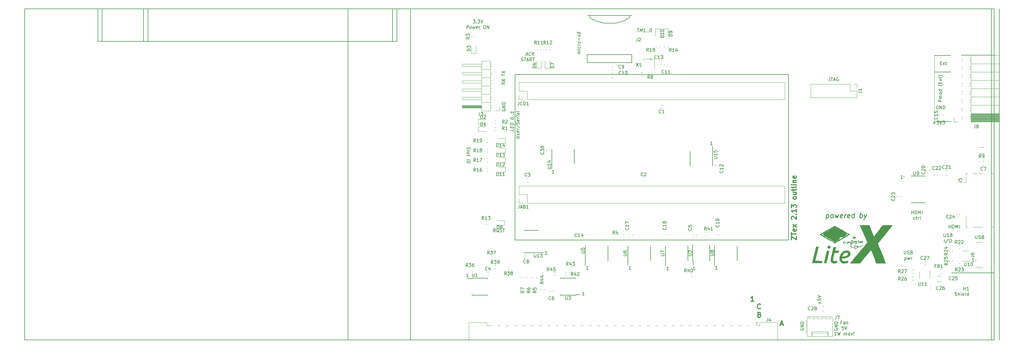
<source format=gbr>
G04 #@! TF.GenerationSoftware,KiCad,Pcbnew,5.1.9+dfsg1-1~bpo10+1*
G04 #@! TF.CreationDate,2023-03-18T11:52:40+01:00*
G04 #@! TF.ProjectId,nubus-to-ztex,6e756275-732d-4746-9f2d-7a7465782e6b,rev?*
G04 #@! TF.SameCoordinates,Original*
G04 #@! TF.FileFunction,Legend,Top*
G04 #@! TF.FilePolarity,Positive*
%FSLAX46Y46*%
G04 Gerber Fmt 4.6, Leading zero omitted, Abs format (unit mm)*
G04 Created by KiCad (PCBNEW 5.1.9+dfsg1-1~bpo10+1) date 2023-03-18 11:52:40*
%MOMM*%
%LPD*%
G01*
G04 APERTURE LIST*
%ADD10C,0.100000*%
%ADD11C,0.250000*%
%ADD12C,0.200000*%
%ADD13C,0.150000*%
%ADD14C,0.300000*%
%ADD15C,0.120000*%
%ADD16C,0.010000*%
%ADD17C,0.127000*%
G04 APERTURE END LIST*
D10*
X169192857Y-19196190D02*
X168907142Y-19196190D01*
X169050000Y-19196190D02*
X169050000Y-18696190D01*
X169002380Y-18767619D01*
X168954761Y-18815238D01*
X168907142Y-18839047D01*
D11*
X222877276Y-66618571D02*
X222689776Y-68118571D01*
X222868348Y-66690000D02*
X223020133Y-66618571D01*
X223305848Y-66618571D01*
X223439776Y-66690000D01*
X223502276Y-66761428D01*
X223555848Y-66904285D01*
X223502276Y-67332857D01*
X223412991Y-67475714D01*
X223332633Y-67547142D01*
X223180848Y-67618571D01*
X222895133Y-67618571D01*
X222761205Y-67547142D01*
X224323705Y-67618571D02*
X224189776Y-67547142D01*
X224127276Y-67475714D01*
X224073705Y-67332857D01*
X224127276Y-66904285D01*
X224216562Y-66761428D01*
X224296919Y-66690000D01*
X224448705Y-66618571D01*
X224662991Y-66618571D01*
X224796919Y-66690000D01*
X224859419Y-66761428D01*
X224912991Y-66904285D01*
X224859419Y-67332857D01*
X224770133Y-67475714D01*
X224689776Y-67547142D01*
X224537991Y-67618571D01*
X224323705Y-67618571D01*
X225448705Y-66618571D02*
X225609419Y-67618571D01*
X225984419Y-66904285D01*
X226180848Y-67618571D01*
X226591562Y-66618571D01*
X227618348Y-67547142D02*
X227466562Y-67618571D01*
X227180848Y-67618571D01*
X227046919Y-67547142D01*
X226993348Y-67404285D01*
X227064776Y-66832857D01*
X227154062Y-66690000D01*
X227305848Y-66618571D01*
X227591562Y-66618571D01*
X227725491Y-66690000D01*
X227779062Y-66832857D01*
X227761205Y-66975714D01*
X227029062Y-67118571D01*
X228323705Y-67618571D02*
X228448705Y-66618571D01*
X228412991Y-66904285D02*
X228502276Y-66761428D01*
X228582633Y-66690000D01*
X228734419Y-66618571D01*
X228877276Y-66618571D01*
X229832633Y-67547142D02*
X229680848Y-67618571D01*
X229395133Y-67618571D01*
X229261205Y-67547142D01*
X229207633Y-67404285D01*
X229279062Y-66832857D01*
X229368348Y-66690000D01*
X229520133Y-66618571D01*
X229805848Y-66618571D01*
X229939776Y-66690000D01*
X229993348Y-66832857D01*
X229975491Y-66975714D01*
X229243348Y-67118571D01*
X231180848Y-67618571D02*
X231368348Y-66118571D01*
X231189776Y-67547142D02*
X231037991Y-67618571D01*
X230752276Y-67618571D01*
X230618348Y-67547142D01*
X230555848Y-67475714D01*
X230502276Y-67332857D01*
X230555848Y-66904285D01*
X230645133Y-66761428D01*
X230725491Y-66690000D01*
X230877276Y-66618571D01*
X231162991Y-66618571D01*
X231296919Y-66690000D01*
X233037991Y-67618571D02*
X233225491Y-66118571D01*
X233154062Y-66690000D02*
X233305848Y-66618571D01*
X233591562Y-66618571D01*
X233725491Y-66690000D01*
X233787991Y-66761428D01*
X233841562Y-66904285D01*
X233787991Y-67332857D01*
X233698705Y-67475714D01*
X233618348Y-67547142D01*
X233466562Y-67618571D01*
X233180848Y-67618571D01*
X233046919Y-67547142D01*
X234377276Y-66618571D02*
X234609419Y-67618571D01*
X235091562Y-66618571D02*
X234609419Y-67618571D01*
X234421919Y-67975714D01*
X234341562Y-68047142D01*
X234189776Y-68118571D01*
D12*
X187885714Y-45252380D02*
X187314285Y-45252380D01*
X187600000Y-45252380D02*
X187600000Y-44252380D01*
X187504761Y-44395238D01*
X187409523Y-44490476D01*
X187314285Y-44538095D01*
X139435714Y-53952380D02*
X138864285Y-53952380D01*
X139150000Y-53952380D02*
X139150000Y-52952380D01*
X139054761Y-53095238D01*
X138959523Y-53190476D01*
X138864285Y-53238095D01*
X137335714Y-78852380D02*
X136764285Y-78852380D01*
X137050000Y-78852380D02*
X137050000Y-77852380D01*
X136954761Y-77995238D01*
X136859523Y-78090476D01*
X136764285Y-78138095D01*
X262130952Y-91474761D02*
X262273809Y-91522380D01*
X262511904Y-91522380D01*
X262607142Y-91474761D01*
X262654761Y-91427142D01*
X262702380Y-91331904D01*
X262702380Y-91236666D01*
X262654761Y-91141428D01*
X262607142Y-91093809D01*
X262511904Y-91046190D01*
X262321428Y-90998571D01*
X262226190Y-90950952D01*
X262178571Y-90903333D01*
X262130952Y-90808095D01*
X262130952Y-90712857D01*
X262178571Y-90617619D01*
X262226190Y-90570000D01*
X262321428Y-90522380D01*
X262559523Y-90522380D01*
X262702380Y-90570000D01*
X263130952Y-91522380D02*
X263130952Y-90522380D01*
X263559523Y-91522380D02*
X263559523Y-90998571D01*
X263511904Y-90903333D01*
X263416666Y-90855714D01*
X263273809Y-90855714D01*
X263178571Y-90903333D01*
X263130952Y-90950952D01*
X264035714Y-91522380D02*
X264035714Y-90855714D01*
X264035714Y-90522380D02*
X263988095Y-90570000D01*
X264035714Y-90617619D01*
X264083333Y-90570000D01*
X264035714Y-90522380D01*
X264035714Y-90617619D01*
X264892857Y-91474761D02*
X264797619Y-91522380D01*
X264607142Y-91522380D01*
X264511904Y-91474761D01*
X264464285Y-91379523D01*
X264464285Y-90998571D01*
X264511904Y-90903333D01*
X264607142Y-90855714D01*
X264797619Y-90855714D01*
X264892857Y-90903333D01*
X264940476Y-90998571D01*
X264940476Y-91093809D01*
X264464285Y-91189047D01*
X265511904Y-91522380D02*
X265416666Y-91474761D01*
X265369047Y-91379523D01*
X265369047Y-90522380D01*
X266321428Y-91522380D02*
X266321428Y-90522380D01*
X266321428Y-91474761D02*
X266226190Y-91522380D01*
X266035714Y-91522380D01*
X265940476Y-91474761D01*
X265892857Y-91427142D01*
X265845238Y-91331904D01*
X265845238Y-91046190D01*
X265892857Y-90950952D01*
X265940476Y-90903333D01*
X266035714Y-90855714D01*
X266226190Y-90855714D01*
X266321428Y-90903333D01*
D10*
X255850000Y-38160000D02*
X255850000Y-17840000D01*
D12*
X257695238Y-20208571D02*
X258028571Y-20208571D01*
X258171428Y-20732380D02*
X257695238Y-20732380D01*
X257695238Y-19732380D01*
X258171428Y-19732380D01*
X258504761Y-20732380D02*
X259028571Y-20065714D01*
X258504761Y-20065714D02*
X259028571Y-20732380D01*
X259266666Y-20065714D02*
X259647619Y-20065714D01*
X259409523Y-19732380D02*
X259409523Y-20589523D01*
X259457142Y-20684761D01*
X259552380Y-20732380D01*
X259647619Y-20732380D01*
X258132380Y-32003809D02*
X257132380Y-32003809D01*
X257132380Y-31622857D01*
X257180000Y-31527619D01*
X257227619Y-31480000D01*
X257322857Y-31432380D01*
X257465714Y-31432380D01*
X257560952Y-31480000D01*
X257608571Y-31527619D01*
X257656190Y-31622857D01*
X257656190Y-32003809D01*
X258132380Y-31003809D02*
X257465714Y-31003809D01*
X257560952Y-31003809D02*
X257513333Y-30956190D01*
X257465714Y-30860952D01*
X257465714Y-30718095D01*
X257513333Y-30622857D01*
X257608571Y-30575238D01*
X258132380Y-30575238D01*
X257608571Y-30575238D02*
X257513333Y-30527619D01*
X257465714Y-30432380D01*
X257465714Y-30289523D01*
X257513333Y-30194285D01*
X257608571Y-30146666D01*
X258132380Y-30146666D01*
X258132380Y-29527619D02*
X258084761Y-29622857D01*
X258037142Y-29670476D01*
X257941904Y-29718095D01*
X257656190Y-29718095D01*
X257560952Y-29670476D01*
X257513333Y-29622857D01*
X257465714Y-29527619D01*
X257465714Y-29384761D01*
X257513333Y-29289523D01*
X257560952Y-29241904D01*
X257656190Y-29194285D01*
X257941904Y-29194285D01*
X258037142Y-29241904D01*
X258084761Y-29289523D01*
X258132380Y-29384761D01*
X258132380Y-29527619D01*
X258132380Y-28337142D02*
X257132380Y-28337142D01*
X258084761Y-28337142D02*
X258132380Y-28432380D01*
X258132380Y-28622857D01*
X258084761Y-28718095D01*
X258037142Y-28765714D01*
X257941904Y-28813333D01*
X257656190Y-28813333D01*
X257560952Y-28765714D01*
X257513333Y-28718095D01*
X257465714Y-28622857D01*
X257465714Y-28432380D01*
X257513333Y-28337142D01*
X258513333Y-26813333D02*
X258465714Y-26860952D01*
X258322857Y-26956190D01*
X258227619Y-27003809D01*
X258084761Y-27051428D01*
X257846666Y-27099047D01*
X257656190Y-27099047D01*
X257418095Y-27051428D01*
X257275238Y-27003809D01*
X257180000Y-26956190D01*
X257037142Y-26860952D01*
X256989523Y-26813333D01*
X257608571Y-26432380D02*
X257608571Y-26099047D01*
X258132380Y-25956190D02*
X258132380Y-26432380D01*
X257132380Y-26432380D01*
X257132380Y-25956190D01*
X258132380Y-25622857D02*
X257465714Y-25099047D01*
X257465714Y-25622857D02*
X258132380Y-25099047D01*
X257465714Y-24860952D02*
X257465714Y-24480000D01*
X257132380Y-24718095D02*
X257989523Y-24718095D01*
X258084761Y-24670476D01*
X258132380Y-24575238D01*
X258132380Y-24480000D01*
X258513333Y-24241904D02*
X258465714Y-24194285D01*
X258322857Y-24099047D01*
X258227619Y-24051428D01*
X258084761Y-24003809D01*
X257846666Y-23956190D01*
X257656190Y-23956190D01*
X257418095Y-24003809D01*
X257275238Y-24051428D01*
X257180000Y-24099047D01*
X257037142Y-24194285D01*
X256989523Y-24241904D01*
D13*
X260850000Y-17840000D02*
X255850000Y-17840000D01*
X260850000Y-38160000D02*
X255850000Y-38160000D01*
X260850000Y-22920000D02*
X255850000Y-22920000D01*
D12*
X127102380Y-40433095D02*
X127102380Y-40909285D01*
X126102380Y-40784285D01*
X126578571Y-40034285D02*
X126578571Y-39700952D01*
X127102380Y-39623571D02*
X127102380Y-40099761D01*
X126102380Y-39974761D01*
X126102380Y-39498571D01*
X127102380Y-39195000D02*
X126102380Y-39070000D01*
X126102380Y-38831904D01*
X126150000Y-38695000D01*
X126245238Y-38611666D01*
X126340476Y-38575952D01*
X126530952Y-38552142D01*
X126673809Y-38570000D01*
X126864285Y-38641428D01*
X126959523Y-38700952D01*
X127054761Y-38808095D01*
X127102380Y-38956904D01*
X127102380Y-39195000D01*
X126102380Y-37117619D02*
X126102380Y-37022380D01*
X126150000Y-36933095D01*
X126197619Y-36891428D01*
X126292857Y-36855714D01*
X126483333Y-36831904D01*
X126721428Y-36861666D01*
X126911904Y-36933095D01*
X127007142Y-36992619D01*
X127054761Y-37046190D01*
X127102380Y-37147380D01*
X127102380Y-37242619D01*
X127054761Y-37331904D01*
X127007142Y-37373571D01*
X126911904Y-37409285D01*
X126721428Y-37433095D01*
X126483333Y-37403333D01*
X126292857Y-37331904D01*
X126197619Y-37272380D01*
X126150000Y-37218809D01*
X126102380Y-37117619D01*
X127007142Y-36468809D02*
X127054761Y-36427142D01*
X127102380Y-36480714D01*
X127054761Y-36522380D01*
X127007142Y-36468809D01*
X127102380Y-36480714D01*
X127007142Y-35992619D02*
X127054761Y-35950952D01*
X127102380Y-36004523D01*
X127054761Y-36046190D01*
X127007142Y-35992619D01*
X127102380Y-36004523D01*
X127102380Y-35004523D02*
X127102380Y-35575952D01*
X127102380Y-35290238D02*
X126102380Y-35165238D01*
X126245238Y-35278333D01*
X126340476Y-35385476D01*
X126388095Y-35486666D01*
X127802380Y-43165238D02*
X128611904Y-43266428D01*
X128707142Y-43230714D01*
X128754761Y-43189047D01*
X128802380Y-43099761D01*
X128802380Y-42909285D01*
X128754761Y-42808095D01*
X128707142Y-42754523D01*
X128611904Y-42695000D01*
X127802380Y-42593809D01*
X128754761Y-42284285D02*
X128802380Y-42195000D01*
X128802380Y-42004523D01*
X128754761Y-41903333D01*
X128659523Y-41843809D01*
X128611904Y-41837857D01*
X128516666Y-41873571D01*
X128469047Y-41962857D01*
X128469047Y-42105714D01*
X128421428Y-42195000D01*
X128326190Y-42230714D01*
X128278571Y-42224761D01*
X128183333Y-42165238D01*
X128135714Y-42064047D01*
X128135714Y-41921190D01*
X128183333Y-41831904D01*
X128754761Y-41046190D02*
X128802380Y-41147380D01*
X128802380Y-41337857D01*
X128754761Y-41427142D01*
X128659523Y-41462857D01*
X128278571Y-41415238D01*
X128183333Y-41355714D01*
X128135714Y-41254523D01*
X128135714Y-41064047D01*
X128183333Y-40974761D01*
X128278571Y-40939047D01*
X128373809Y-40950952D01*
X128469047Y-41439047D01*
X128802380Y-40575952D02*
X128135714Y-40492619D01*
X128326190Y-40516428D02*
X128230952Y-40456904D01*
X128183333Y-40403333D01*
X128135714Y-40302142D01*
X128135714Y-40206904D01*
X127754761Y-39111666D02*
X129040476Y-40129523D01*
X128754761Y-38950952D02*
X128802380Y-38814047D01*
X128802380Y-38575952D01*
X128754761Y-38474761D01*
X128707142Y-38421190D01*
X128611904Y-38361666D01*
X128516666Y-38349761D01*
X128421428Y-38385476D01*
X128373809Y-38427142D01*
X128326190Y-38516428D01*
X128278571Y-38700952D01*
X128230952Y-38790238D01*
X128183333Y-38831904D01*
X128088095Y-38867619D01*
X127992857Y-38855714D01*
X127897619Y-38796190D01*
X127850000Y-38742619D01*
X127802380Y-38641428D01*
X127802380Y-38403333D01*
X127850000Y-38266428D01*
X128754761Y-37570000D02*
X128802380Y-37671190D01*
X128802380Y-37861666D01*
X128754761Y-37950952D01*
X128659523Y-37986666D01*
X128278571Y-37939047D01*
X128183333Y-37879523D01*
X128135714Y-37778333D01*
X128135714Y-37587857D01*
X128183333Y-37498571D01*
X128278571Y-37462857D01*
X128373809Y-37474761D01*
X128469047Y-37962857D01*
X128802380Y-37099761D02*
X128135714Y-37016428D01*
X128326190Y-37040238D02*
X128230952Y-36980714D01*
X128183333Y-36927142D01*
X128135714Y-36825952D01*
X128135714Y-36730714D01*
X128802380Y-36480714D02*
X128135714Y-36397380D01*
X127802380Y-36355714D02*
X127850000Y-36409285D01*
X127897619Y-36367619D01*
X127850000Y-36314047D01*
X127802380Y-36355714D01*
X127897619Y-36367619D01*
X128802380Y-35575952D02*
X128278571Y-35510476D01*
X128183333Y-35546190D01*
X128135714Y-35635476D01*
X128135714Y-35825952D01*
X128183333Y-35927142D01*
X128754761Y-35570000D02*
X128802380Y-35671190D01*
X128802380Y-35909285D01*
X128754761Y-35998571D01*
X128659523Y-36034285D01*
X128564285Y-36022380D01*
X128469047Y-35962857D01*
X128421428Y-35861666D01*
X128421428Y-35623571D01*
X128373809Y-35522380D01*
X128802380Y-34956904D02*
X128754761Y-35046190D01*
X128659523Y-35081904D01*
X127802380Y-34974761D01*
X255438095Y-38541428D02*
X256200000Y-38541428D01*
X255819047Y-38922380D02*
X255819047Y-38160476D01*
X256580952Y-37922380D02*
X257200000Y-37922380D01*
X256866666Y-38303333D01*
X257009523Y-38303333D01*
X257104761Y-38350952D01*
X257152380Y-38398571D01*
X257200000Y-38493809D01*
X257200000Y-38731904D01*
X257152380Y-38827142D01*
X257104761Y-38874761D01*
X257009523Y-38922380D01*
X256723809Y-38922380D01*
X256628571Y-38874761D01*
X256580952Y-38827142D01*
X257485714Y-37922380D02*
X257819047Y-38922380D01*
X258152380Y-37922380D01*
X258390476Y-37922380D02*
X259009523Y-37922380D01*
X258676190Y-38303333D01*
X258819047Y-38303333D01*
X258914285Y-38350952D01*
X258961904Y-38398571D01*
X259009523Y-38493809D01*
X259009523Y-38731904D01*
X258961904Y-38827142D01*
X258914285Y-38874761D01*
X258819047Y-38922380D01*
X258533333Y-38922380D01*
X258438095Y-38874761D01*
X258390476Y-38827142D01*
X257018095Y-33290000D02*
X256922857Y-33242380D01*
X256780000Y-33242380D01*
X256637142Y-33290000D01*
X256541904Y-33385238D01*
X256494285Y-33480476D01*
X256446666Y-33670952D01*
X256446666Y-33813809D01*
X256494285Y-34004285D01*
X256541904Y-34099523D01*
X256637142Y-34194761D01*
X256780000Y-34242380D01*
X256875238Y-34242380D01*
X257018095Y-34194761D01*
X257065714Y-34147142D01*
X257065714Y-33813809D01*
X256875238Y-33813809D01*
X257494285Y-34242380D02*
X257494285Y-33242380D01*
X258065714Y-34242380D01*
X258065714Y-33242380D01*
X258541904Y-34242380D02*
X258541904Y-33242380D01*
X258780000Y-33242380D01*
X258922857Y-33290000D01*
X259018095Y-33385238D01*
X259065714Y-33480476D01*
X259113333Y-33670952D01*
X259113333Y-33813809D01*
X259065714Y-34004285D01*
X259018095Y-34099523D01*
X258922857Y-34194761D01*
X258780000Y-34242380D01*
X258541904Y-34242380D01*
X121478571Y-71972380D02*
X121145238Y-71496190D01*
X120907142Y-71972380D02*
X120907142Y-70972380D01*
X121288095Y-70972380D01*
X121383333Y-71020000D01*
X121430952Y-71067619D01*
X121478571Y-71162857D01*
X121478571Y-71305714D01*
X121430952Y-71400952D01*
X121383333Y-71448571D01*
X121288095Y-71496190D01*
X120907142Y-71496190D01*
X122573809Y-72067619D02*
X122478571Y-72020000D01*
X122383333Y-71924761D01*
X122240476Y-71781904D01*
X122145238Y-71734285D01*
X122050000Y-71734285D01*
X122097619Y-71972380D02*
X122002380Y-71924761D01*
X121907142Y-71829523D01*
X121859523Y-71639047D01*
X121859523Y-71305714D01*
X121907142Y-71115238D01*
X122002380Y-71020000D01*
X122097619Y-70972380D01*
X122288095Y-70972380D01*
X122383333Y-71020000D01*
X122478571Y-71115238D01*
X122526190Y-71305714D01*
X122526190Y-71639047D01*
X122478571Y-71829523D01*
X122383333Y-71924761D01*
X122288095Y-71972380D01*
X122097619Y-71972380D01*
X122907142Y-71924761D02*
X123050000Y-71972380D01*
X123288095Y-71972380D01*
X123383333Y-71924761D01*
X123430952Y-71877142D01*
X123478571Y-71781904D01*
X123478571Y-71686666D01*
X123430952Y-71591428D01*
X123383333Y-71543809D01*
X123288095Y-71496190D01*
X123097619Y-71448571D01*
X123002380Y-71400952D01*
X122954761Y-71353333D01*
X122907142Y-71258095D01*
X122907142Y-71162857D01*
X122954761Y-71067619D01*
X123002380Y-71020000D01*
X123097619Y-70972380D01*
X123335714Y-70972380D01*
X123478571Y-71020000D01*
X123764285Y-70972380D02*
X124335714Y-70972380D01*
X124050000Y-71972380D02*
X124050000Y-70972380D01*
X130875000Y-17556666D02*
X131351190Y-17556666D01*
X130744047Y-17842380D02*
X131202380Y-16842380D01*
X131410714Y-17842380D01*
X132327380Y-17747142D02*
X132273809Y-17794761D01*
X132125000Y-17842380D01*
X132029761Y-17842380D01*
X131892857Y-17794761D01*
X131809523Y-17699523D01*
X131773809Y-17604285D01*
X131750000Y-17413809D01*
X131767857Y-17270952D01*
X131839285Y-17080476D01*
X131898809Y-16985238D01*
X132005952Y-16890000D01*
X132154761Y-16842380D01*
X132250000Y-16842380D01*
X132386904Y-16890000D01*
X132428571Y-16937619D01*
X132744047Y-17842380D02*
X132869047Y-16842380D01*
X133315476Y-17842380D02*
X132958333Y-17270952D01*
X133440476Y-16842380D02*
X132797619Y-17413809D01*
X129369047Y-19494761D02*
X129505952Y-19542380D01*
X129744047Y-19542380D01*
X129845238Y-19494761D01*
X129898809Y-19447142D01*
X129958333Y-19351904D01*
X129970238Y-19256666D01*
X129934523Y-19161428D01*
X129892857Y-19113809D01*
X129803571Y-19066190D01*
X129619047Y-19018571D01*
X129529761Y-18970952D01*
X129488095Y-18923333D01*
X129452380Y-18828095D01*
X129464285Y-18732857D01*
X129523809Y-18637619D01*
X129577380Y-18590000D01*
X129678571Y-18542380D01*
X129916666Y-18542380D01*
X130053571Y-18590000D01*
X130345238Y-18542380D02*
X130916666Y-18542380D01*
X130505952Y-19542380D02*
X130630952Y-18542380D01*
X131113095Y-19256666D02*
X131589285Y-19256666D01*
X130982142Y-19542380D02*
X131440476Y-18542380D01*
X131648809Y-19542380D01*
X132553571Y-19542380D02*
X132279761Y-19066190D01*
X131982142Y-19542380D02*
X132107142Y-18542380D01*
X132488095Y-18542380D01*
X132577380Y-18590000D01*
X132619047Y-18637619D01*
X132654761Y-18732857D01*
X132636904Y-18875714D01*
X132577380Y-18970952D01*
X132523809Y-19018571D01*
X132422619Y-19066190D01*
X132041666Y-19066190D01*
X132964285Y-18542380D02*
X133535714Y-18542380D01*
X133125000Y-19542380D02*
X133250000Y-18542380D01*
X164924285Y-9602380D02*
X165495714Y-9602380D01*
X165085000Y-10602380D02*
X165210000Y-9602380D01*
X165704047Y-10602380D02*
X165829047Y-9602380D01*
X166073095Y-10316666D01*
X166495714Y-9602380D01*
X166370714Y-10602380D01*
X167370714Y-10602380D02*
X166799285Y-10602380D01*
X167085000Y-10602380D02*
X167210000Y-9602380D01*
X167096904Y-9745238D01*
X166989761Y-9840476D01*
X166888571Y-9888095D01*
X167811190Y-10507142D02*
X167852857Y-10554761D01*
X167799285Y-10602380D01*
X167757619Y-10554761D01*
X167811190Y-10507142D01*
X167799285Y-10602380D01*
X168287380Y-10507142D02*
X168329047Y-10554761D01*
X168275476Y-10602380D01*
X168233809Y-10554761D01*
X168287380Y-10507142D01*
X168275476Y-10602380D01*
X169067142Y-9602380D02*
X169162380Y-9602380D01*
X169251666Y-9650000D01*
X169293333Y-9697619D01*
X169329047Y-9792857D01*
X169352857Y-9983333D01*
X169323095Y-10221428D01*
X169251666Y-10411904D01*
X169192142Y-10507142D01*
X169138571Y-10554761D01*
X169037380Y-10602380D01*
X168942142Y-10602380D01*
X168852857Y-10554761D01*
X168811190Y-10507142D01*
X168775476Y-10411904D01*
X168751666Y-10221428D01*
X168781428Y-9983333D01*
X168852857Y-9792857D01*
X168912380Y-9697619D01*
X168965952Y-9650000D01*
X169067142Y-9602380D01*
X147462380Y-17353333D02*
X146795714Y-17353333D01*
X146890952Y-17353333D02*
X146843333Y-17305714D01*
X146795714Y-17210476D01*
X146795714Y-17067619D01*
X146843333Y-16972380D01*
X146938571Y-16924761D01*
X147462380Y-16924761D01*
X146938571Y-16924761D02*
X146843333Y-16877142D01*
X146795714Y-16781904D01*
X146795714Y-16639047D01*
X146843333Y-16543809D01*
X146938571Y-16496190D01*
X147462380Y-16496190D01*
X147462380Y-16020000D02*
X146795714Y-16020000D01*
X146462380Y-16020000D02*
X146510000Y-16067619D01*
X146557619Y-16020000D01*
X146510000Y-15972380D01*
X146462380Y-16020000D01*
X146557619Y-16020000D01*
X147414761Y-15115238D02*
X147462380Y-15210476D01*
X147462380Y-15400952D01*
X147414761Y-15496190D01*
X147367142Y-15543809D01*
X147271904Y-15591428D01*
X146986190Y-15591428D01*
X146890952Y-15543809D01*
X146843333Y-15496190D01*
X146795714Y-15400952D01*
X146795714Y-15210476D01*
X146843333Y-15115238D01*
X147462380Y-14686666D02*
X146795714Y-14686666D01*
X146986190Y-14686666D02*
X146890952Y-14639047D01*
X146843333Y-14591428D01*
X146795714Y-14496190D01*
X146795714Y-14400952D01*
X147462380Y-13924761D02*
X147414761Y-14020000D01*
X147367142Y-14067619D01*
X147271904Y-14115238D01*
X146986190Y-14115238D01*
X146890952Y-14067619D01*
X146843333Y-14020000D01*
X146795714Y-13924761D01*
X146795714Y-13781904D01*
X146843333Y-13686666D01*
X146890952Y-13639047D01*
X146986190Y-13591428D01*
X147271904Y-13591428D01*
X147367142Y-13639047D01*
X147414761Y-13686666D01*
X147462380Y-13781904D01*
X147462380Y-13924761D01*
X147081428Y-13162857D02*
X147081428Y-12400952D01*
X147414761Y-11972380D02*
X147462380Y-11877142D01*
X147462380Y-11686666D01*
X147414761Y-11591428D01*
X147319523Y-11543809D01*
X147271904Y-11543809D01*
X147176666Y-11591428D01*
X147129047Y-11686666D01*
X147129047Y-11829523D01*
X147081428Y-11924761D01*
X146986190Y-11972380D01*
X146938571Y-11972380D01*
X146843333Y-11924761D01*
X146795714Y-11829523D01*
X146795714Y-11686666D01*
X146843333Y-11591428D01*
X147462380Y-10686666D02*
X146462380Y-10686666D01*
X147414761Y-10686666D02*
X147462380Y-10781904D01*
X147462380Y-10972380D01*
X147414761Y-11067619D01*
X147367142Y-11115238D01*
X147271904Y-11162857D01*
X146986190Y-11162857D01*
X146890952Y-11115238D01*
X146843333Y-11067619D01*
X146795714Y-10972380D01*
X146795714Y-10781904D01*
X146843333Y-10686666D01*
X114724761Y-6902380D02*
X115343809Y-6902380D01*
X114962857Y-7283333D01*
X115105714Y-7283333D01*
X115195000Y-7330952D01*
X115236666Y-7378571D01*
X115272380Y-7473809D01*
X115242619Y-7711904D01*
X115183095Y-7807142D01*
X115129523Y-7854761D01*
X115028333Y-7902380D01*
X114742619Y-7902380D01*
X114653333Y-7854761D01*
X114611666Y-7807142D01*
X115659285Y-7807142D02*
X115700952Y-7854761D01*
X115647380Y-7902380D01*
X115605714Y-7854761D01*
X115659285Y-7807142D01*
X115647380Y-7902380D01*
X116153333Y-6902380D02*
X116772380Y-6902380D01*
X116391428Y-7283333D01*
X116534285Y-7283333D01*
X116623571Y-7330952D01*
X116665238Y-7378571D01*
X116700952Y-7473809D01*
X116671190Y-7711904D01*
X116611666Y-7807142D01*
X116558095Y-7854761D01*
X116456904Y-7902380D01*
X116171190Y-7902380D01*
X116081904Y-7854761D01*
X116040238Y-7807142D01*
X117058095Y-6902380D02*
X117266428Y-7902380D01*
X117724761Y-6902380D01*
X112671190Y-9602380D02*
X112796190Y-8602380D01*
X113177142Y-8602380D01*
X113266428Y-8650000D01*
X113308095Y-8697619D01*
X113343809Y-8792857D01*
X113325952Y-8935714D01*
X113266428Y-9030952D01*
X113212857Y-9078571D01*
X113111666Y-9126190D01*
X112730714Y-9126190D01*
X113814047Y-9602380D02*
X113724761Y-9554761D01*
X113683095Y-9507142D01*
X113647380Y-9411904D01*
X113683095Y-9126190D01*
X113742619Y-9030952D01*
X113796190Y-8983333D01*
X113897380Y-8935714D01*
X114040238Y-8935714D01*
X114129523Y-8983333D01*
X114171190Y-9030952D01*
X114206904Y-9126190D01*
X114171190Y-9411904D01*
X114111666Y-9507142D01*
X114058095Y-9554761D01*
X113956904Y-9602380D01*
X113814047Y-9602380D01*
X114564047Y-8935714D02*
X114671190Y-9602380D01*
X114921190Y-9126190D01*
X115052142Y-9602380D01*
X115325952Y-8935714D01*
X116010476Y-9554761D02*
X115909285Y-9602380D01*
X115718809Y-9602380D01*
X115629523Y-9554761D01*
X115593809Y-9459523D01*
X115641428Y-9078571D01*
X115700952Y-8983333D01*
X115802142Y-8935714D01*
X115992619Y-8935714D01*
X116081904Y-8983333D01*
X116117619Y-9078571D01*
X116105714Y-9173809D01*
X115617619Y-9269047D01*
X116480714Y-9602380D02*
X116564047Y-8935714D01*
X116540238Y-9126190D02*
X116599761Y-9030952D01*
X116653333Y-8983333D01*
X116754523Y-8935714D01*
X116849761Y-8935714D01*
X118177142Y-8602380D02*
X118367619Y-8602380D01*
X118456904Y-8650000D01*
X118540238Y-8745238D01*
X118564047Y-8935714D01*
X118522380Y-9269047D01*
X118450952Y-9459523D01*
X118343809Y-9554761D01*
X118242619Y-9602380D01*
X118052142Y-9602380D01*
X117962857Y-9554761D01*
X117879523Y-9459523D01*
X117855714Y-9269047D01*
X117897380Y-8935714D01*
X117968809Y-8745238D01*
X118075952Y-8650000D01*
X118177142Y-8602380D01*
X118909285Y-9602380D02*
X119034285Y-8602380D01*
X119480714Y-9602380D01*
X119605714Y-8602380D01*
X182585714Y-83642380D02*
X182014285Y-83642380D01*
X182300000Y-83642380D02*
X182300000Y-82642380D01*
X182204761Y-82785238D01*
X182109523Y-82880476D01*
X182014285Y-82928095D01*
D14*
X208732857Y-100250000D02*
X209447142Y-100250000D01*
X208590000Y-100678571D02*
X209090000Y-99178571D01*
X209590000Y-100678571D01*
X202337142Y-97352857D02*
X202551428Y-97424285D01*
X202622857Y-97495714D01*
X202694285Y-97638571D01*
X202694285Y-97852857D01*
X202622857Y-97995714D01*
X202551428Y-98067142D01*
X202408571Y-98138571D01*
X201837142Y-98138571D01*
X201837142Y-96638571D01*
X202337142Y-96638571D01*
X202480000Y-96710000D01*
X202551428Y-96781428D01*
X202622857Y-96924285D01*
X202622857Y-97067142D01*
X202551428Y-97210000D01*
X202480000Y-97281428D01*
X202337142Y-97352857D01*
X201837142Y-97352857D01*
X202634285Y-95445714D02*
X202562857Y-95517142D01*
X202348571Y-95588571D01*
X202205714Y-95588571D01*
X201991428Y-95517142D01*
X201848571Y-95374285D01*
X201777142Y-95231428D01*
X201705714Y-94945714D01*
X201705714Y-94731428D01*
X201777142Y-94445714D01*
X201848571Y-94302857D01*
X201991428Y-94160000D01*
X202205714Y-94088571D01*
X202348571Y-94088571D01*
X202562857Y-94160000D01*
X202634285Y-94231428D01*
X200568571Y-93268571D02*
X199711428Y-93268571D01*
X200140000Y-93268571D02*
X200140000Y-91768571D01*
X199997142Y-91982857D01*
X199854285Y-92125714D01*
X199711428Y-92197142D01*
D12*
X113285714Y-85852380D02*
X112714285Y-85852380D01*
X113000000Y-85852380D02*
X113000000Y-84852380D01*
X112904761Y-84995238D01*
X112809523Y-85090476D01*
X112714285Y-85138095D01*
X148685714Y-91442380D02*
X148114285Y-91442380D01*
X148400000Y-91442380D02*
X148400000Y-90442380D01*
X148304761Y-90585238D01*
X148209523Y-90680476D01*
X148114285Y-90728095D01*
X189385714Y-83442380D02*
X188814285Y-83442380D01*
X189100000Y-83442380D02*
X189100000Y-82442380D01*
X189004761Y-82585238D01*
X188909523Y-82680476D01*
X188814285Y-82728095D01*
X112795238Y-45997142D02*
X112747619Y-46134047D01*
X112747619Y-46372142D01*
X112795238Y-46473333D01*
X112842857Y-46526904D01*
X112938095Y-46586428D01*
X113033333Y-46598333D01*
X113128571Y-46562619D01*
X113176190Y-46520952D01*
X113223809Y-46431666D01*
X113271428Y-46247142D01*
X113319047Y-46157857D01*
X113366666Y-46116190D01*
X113461904Y-46080476D01*
X113557142Y-46092380D01*
X113652380Y-46151904D01*
X113700000Y-46205476D01*
X113747619Y-46306666D01*
X113747619Y-46544761D01*
X113700000Y-46681666D01*
X112747619Y-47134047D02*
X112795238Y-47044761D01*
X112890476Y-47009047D01*
X113747619Y-47116190D01*
X112747619Y-47657857D02*
X112795238Y-47568571D01*
X112842857Y-47526904D01*
X112938095Y-47491190D01*
X113223809Y-47526904D01*
X113319047Y-47586428D01*
X113366666Y-47640000D01*
X113414285Y-47741190D01*
X113414285Y-47884047D01*
X113366666Y-47973333D01*
X113319047Y-48015000D01*
X113223809Y-48050714D01*
X112938095Y-48015000D01*
X112842857Y-47955476D01*
X112795238Y-47901904D01*
X112747619Y-47800714D01*
X112747619Y-47657857D01*
X113414285Y-48360238D02*
X113414285Y-48741190D01*
X113747619Y-48544761D02*
X112890476Y-48437619D01*
X112795238Y-48473333D01*
X112747619Y-48562619D01*
X112747619Y-48657857D01*
X112747619Y-49753095D02*
X113747619Y-49878095D01*
X112747619Y-50229285D02*
X113747619Y-50354285D01*
X113747619Y-50592380D01*
X113700000Y-50729285D01*
X113604761Y-50812619D01*
X113509523Y-50848333D01*
X113319047Y-50872142D01*
X113176190Y-50854285D01*
X112985714Y-50782857D01*
X112890476Y-50723333D01*
X112795238Y-50616190D01*
X112747619Y-50467380D01*
X112747619Y-50229285D01*
X275770000Y-105080000D02*
X275770000Y-3480000D01*
X274170000Y-84560000D02*
X261140000Y-84560000D01*
X246185714Y-55552380D02*
X245614285Y-55552380D01*
X245900000Y-55552380D02*
X245900000Y-54552380D01*
X245804761Y-54695238D01*
X245709523Y-54790476D01*
X245614285Y-54838095D01*
X268005714Y-81092380D02*
X267434285Y-81092380D01*
X267720000Y-81092380D02*
X267720000Y-80092380D01*
X267624761Y-80235238D01*
X267529523Y-80330476D01*
X267434285Y-80378095D01*
X174485714Y-83602380D02*
X173914285Y-83602380D01*
X174200000Y-83602380D02*
X174200000Y-82602380D01*
X174104761Y-82745238D01*
X174009523Y-82840476D01*
X173914285Y-82888095D01*
X162935714Y-83502380D02*
X162364285Y-83502380D01*
X162650000Y-83502380D02*
X162650000Y-82502380D01*
X162554761Y-82645238D01*
X162459523Y-82740476D01*
X162364285Y-82788095D01*
X149935714Y-83552380D02*
X149364285Y-83552380D01*
X149650000Y-83552380D02*
X149650000Y-82552380D01*
X149554761Y-82695238D01*
X149459523Y-82790476D01*
X149364285Y-82838095D01*
X220771428Y-94185714D02*
X220771428Y-93423809D01*
X221152380Y-93804761D02*
X220390476Y-93804761D01*
X220152380Y-92471428D02*
X220152380Y-92947619D01*
X220628571Y-92995238D01*
X220580952Y-92947619D01*
X220533333Y-92852380D01*
X220533333Y-92614285D01*
X220580952Y-92519047D01*
X220628571Y-92471428D01*
X220723809Y-92423809D01*
X220961904Y-92423809D01*
X221057142Y-92471428D01*
X221104761Y-92519047D01*
X221152380Y-92614285D01*
X221152380Y-92852380D01*
X221104761Y-92947619D01*
X221057142Y-92995238D01*
X220152380Y-92138095D02*
X221152380Y-91804761D01*
X220152380Y-91471428D01*
X225320000Y-101621904D02*
X225272380Y-101717142D01*
X225272380Y-101860000D01*
X225320000Y-102002857D01*
X225415238Y-102098095D01*
X225510476Y-102145714D01*
X225700952Y-102193333D01*
X225843809Y-102193333D01*
X226034285Y-102145714D01*
X226129523Y-102098095D01*
X226224761Y-102002857D01*
X226272380Y-101860000D01*
X226272380Y-101764761D01*
X226224761Y-101621904D01*
X226177142Y-101574285D01*
X225843809Y-101574285D01*
X225843809Y-101764761D01*
X226272380Y-101145714D02*
X225272380Y-101145714D01*
X226272380Y-100574285D01*
X225272380Y-100574285D01*
X226272380Y-100098095D02*
X225272380Y-100098095D01*
X225272380Y-99860000D01*
X225320000Y-99717142D01*
X225415238Y-99621904D01*
X225510476Y-99574285D01*
X225700952Y-99526666D01*
X225843809Y-99526666D01*
X226034285Y-99574285D01*
X226129523Y-99621904D01*
X226224761Y-99717142D01*
X226272380Y-99860000D01*
X226272380Y-100098095D01*
X214920000Y-101621904D02*
X214872380Y-101717142D01*
X214872380Y-101860000D01*
X214920000Y-102002857D01*
X215015238Y-102098095D01*
X215110476Y-102145714D01*
X215300952Y-102193333D01*
X215443809Y-102193333D01*
X215634285Y-102145714D01*
X215729523Y-102098095D01*
X215824761Y-102002857D01*
X215872380Y-101860000D01*
X215872380Y-101764761D01*
X215824761Y-101621904D01*
X215777142Y-101574285D01*
X215443809Y-101574285D01*
X215443809Y-101764761D01*
X215872380Y-101145714D02*
X214872380Y-101145714D01*
X215872380Y-100574285D01*
X214872380Y-100574285D01*
X215872380Y-100098095D02*
X214872380Y-100098095D01*
X214872380Y-99860000D01*
X214920000Y-99717142D01*
X215015238Y-99621904D01*
X215110476Y-99574285D01*
X215300952Y-99526666D01*
X215443809Y-99526666D01*
X215634285Y-99574285D01*
X215729523Y-99621904D01*
X215824761Y-99717142D01*
X215872380Y-99860000D01*
X215872380Y-100098095D01*
X227538095Y-99728571D02*
X227204761Y-99728571D01*
X227204761Y-100252380D02*
X227204761Y-99252380D01*
X227680952Y-99252380D01*
X228490476Y-100252380D02*
X228490476Y-99728571D01*
X228442857Y-99633333D01*
X228347619Y-99585714D01*
X228157142Y-99585714D01*
X228061904Y-99633333D01*
X228490476Y-100204761D02*
X228395238Y-100252380D01*
X228157142Y-100252380D01*
X228061904Y-100204761D01*
X228014285Y-100109523D01*
X228014285Y-100014285D01*
X228061904Y-99919047D01*
X228157142Y-99871428D01*
X228395238Y-99871428D01*
X228490476Y-99823809D01*
X228966666Y-99585714D02*
X228966666Y-100252380D01*
X228966666Y-99680952D02*
X229014285Y-99633333D01*
X229109523Y-99585714D01*
X229252380Y-99585714D01*
X229347619Y-99633333D01*
X229395238Y-99728571D01*
X229395238Y-100252380D01*
X228109523Y-100952380D02*
X227633333Y-100952380D01*
X227585714Y-101428571D01*
X227633333Y-101380952D01*
X227728571Y-101333333D01*
X227966666Y-101333333D01*
X228061904Y-101380952D01*
X228109523Y-101428571D01*
X228157142Y-101523809D01*
X228157142Y-101761904D01*
X228109523Y-101857142D01*
X228061904Y-101904761D01*
X227966666Y-101952380D01*
X227728571Y-101952380D01*
X227633333Y-101904761D01*
X227585714Y-101857142D01*
X228442857Y-100952380D02*
X228776190Y-101952380D01*
X229109523Y-100952380D01*
X225871428Y-103652380D02*
X225300000Y-103652380D01*
X225585714Y-103652380D02*
X225585714Y-102652380D01*
X225490476Y-102795238D01*
X225395238Y-102890476D01*
X225300000Y-102938095D01*
X226204761Y-102652380D02*
X226442857Y-103652380D01*
X226633333Y-102938095D01*
X226823809Y-103652380D01*
X227061904Y-102652380D01*
X228204761Y-103652380D02*
X228204761Y-102985714D01*
X228204761Y-103080952D02*
X228252380Y-103033333D01*
X228347619Y-102985714D01*
X228490476Y-102985714D01*
X228585714Y-103033333D01*
X228633333Y-103128571D01*
X228633333Y-103652380D01*
X228633333Y-103128571D02*
X228680952Y-103033333D01*
X228776190Y-102985714D01*
X228919047Y-102985714D01*
X229014285Y-103033333D01*
X229061904Y-103128571D01*
X229061904Y-103652380D01*
X229966666Y-103652380D02*
X229966666Y-103128571D01*
X229919047Y-103033333D01*
X229823809Y-102985714D01*
X229633333Y-102985714D01*
X229538095Y-103033333D01*
X229966666Y-103604761D02*
X229871428Y-103652380D01*
X229633333Y-103652380D01*
X229538095Y-103604761D01*
X229490476Y-103509523D01*
X229490476Y-103414285D01*
X229538095Y-103319047D01*
X229633333Y-103271428D01*
X229871428Y-103271428D01*
X229966666Y-103223809D01*
X230347619Y-103652380D02*
X230871428Y-102985714D01*
X230347619Y-102985714D02*
X230871428Y-103652380D01*
X231252380Y-103557142D02*
X231300000Y-103604761D01*
X231252380Y-103652380D01*
X231204761Y-103604761D01*
X231252380Y-103557142D01*
X231252380Y-103652380D01*
X231252380Y-103271428D02*
X231204761Y-102700000D01*
X231252380Y-102652380D01*
X231300000Y-102700000D01*
X231252380Y-103271428D01*
X231252380Y-102652380D01*
X211270000Y-74450000D02*
X211270000Y-23650000D01*
X268418095Y-73072380D02*
X268418095Y-73881904D01*
X268465714Y-73977142D01*
X268513333Y-74024761D01*
X268608571Y-74072380D01*
X268799047Y-74072380D01*
X268894285Y-74024761D01*
X268941904Y-73977142D01*
X268989523Y-73881904D01*
X268989523Y-73072380D01*
X269418095Y-74024761D02*
X269560952Y-74072380D01*
X269799047Y-74072380D01*
X269894285Y-74024761D01*
X269941904Y-73977142D01*
X269989523Y-73881904D01*
X269989523Y-73786666D01*
X269941904Y-73691428D01*
X269894285Y-73643809D01*
X269799047Y-73596190D01*
X269608571Y-73548571D01*
X269513333Y-73500952D01*
X269465714Y-73453333D01*
X269418095Y-73358095D01*
X269418095Y-73262857D01*
X269465714Y-73167619D01*
X269513333Y-73120000D01*
X269608571Y-73072380D01*
X269846666Y-73072380D01*
X269989523Y-73120000D01*
X270751428Y-73548571D02*
X270894285Y-73596190D01*
X270941904Y-73643809D01*
X270989523Y-73739047D01*
X270989523Y-73881904D01*
X270941904Y-73977142D01*
X270894285Y-74024761D01*
X270799047Y-74072380D01*
X270418095Y-74072380D01*
X270418095Y-73072380D01*
X270751428Y-73072380D01*
X270846666Y-73120000D01*
X270894285Y-73167619D01*
X270941904Y-73262857D01*
X270941904Y-73358095D01*
X270894285Y-73453333D01*
X270846666Y-73500952D01*
X270751428Y-73548571D01*
X270418095Y-73548571D01*
X260344761Y-70842380D02*
X260344761Y-69842380D01*
X260344761Y-70318571D02*
X260916190Y-70318571D01*
X260916190Y-70842380D02*
X260916190Y-69842380D01*
X261392380Y-70842380D02*
X261392380Y-69842380D01*
X261630476Y-69842380D01*
X261773333Y-69890000D01*
X261868571Y-69985238D01*
X261916190Y-70080476D01*
X261963809Y-70270952D01*
X261963809Y-70413809D01*
X261916190Y-70604285D01*
X261868571Y-70699523D01*
X261773333Y-70794761D01*
X261630476Y-70842380D01*
X261392380Y-70842380D01*
X262392380Y-70842380D02*
X262392380Y-69842380D01*
X262725714Y-70556666D01*
X263059047Y-69842380D01*
X263059047Y-70842380D01*
X263535238Y-70842380D02*
X263535238Y-69842380D01*
D14*
X212098571Y-74361428D02*
X212098571Y-73361428D01*
X213598571Y-74361428D01*
X213598571Y-73361428D01*
X212098571Y-73004285D02*
X212098571Y-72147142D01*
X213598571Y-72575714D02*
X212098571Y-72575714D01*
X213527142Y-71075714D02*
X213598571Y-71218571D01*
X213598571Y-71504285D01*
X213527142Y-71647142D01*
X213384285Y-71718571D01*
X212812857Y-71718571D01*
X212670000Y-71647142D01*
X212598571Y-71504285D01*
X212598571Y-71218571D01*
X212670000Y-71075714D01*
X212812857Y-71004285D01*
X212955714Y-71004285D01*
X213098571Y-71718571D01*
X213598571Y-70504285D02*
X212598571Y-69718571D01*
X212598571Y-70504285D02*
X213598571Y-69718571D01*
X212241428Y-68075714D02*
X212170000Y-68004285D01*
X212098571Y-67861428D01*
X212098571Y-67504285D01*
X212170000Y-67361428D01*
X212241428Y-67290000D01*
X212384285Y-67218571D01*
X212527142Y-67218571D01*
X212741428Y-67290000D01*
X213598571Y-68147142D01*
X213598571Y-67218571D01*
X213455714Y-66575714D02*
X213527142Y-66504285D01*
X213598571Y-66575714D01*
X213527142Y-66647142D01*
X213455714Y-66575714D01*
X213598571Y-66575714D01*
X213598571Y-65075714D02*
X213598571Y-65932857D01*
X213598571Y-65504285D02*
X212098571Y-65504285D01*
X212312857Y-65647142D01*
X212455714Y-65790000D01*
X212527142Y-65932857D01*
X212098571Y-64575714D02*
X212098571Y-63647142D01*
X212670000Y-64147142D01*
X212670000Y-63932857D01*
X212741428Y-63790000D01*
X212812857Y-63718571D01*
X212955714Y-63647142D01*
X213312857Y-63647142D01*
X213455714Y-63718571D01*
X213527142Y-63790000D01*
X213598571Y-63932857D01*
X213598571Y-64361428D01*
X213527142Y-64504285D01*
X213455714Y-64575714D01*
X213598571Y-61647142D02*
X213527142Y-61790000D01*
X213455714Y-61861428D01*
X213312857Y-61932857D01*
X212884285Y-61932857D01*
X212741428Y-61861428D01*
X212670000Y-61790000D01*
X212598571Y-61647142D01*
X212598571Y-61432857D01*
X212670000Y-61290000D01*
X212741428Y-61218571D01*
X212884285Y-61147142D01*
X213312857Y-61147142D01*
X213455714Y-61218571D01*
X213527142Y-61290000D01*
X213598571Y-61432857D01*
X213598571Y-61647142D01*
X212598571Y-59861428D02*
X213598571Y-59861428D01*
X212598571Y-60504285D02*
X213384285Y-60504285D01*
X213527142Y-60432857D01*
X213598571Y-60290000D01*
X213598571Y-60075714D01*
X213527142Y-59932857D01*
X213455714Y-59861428D01*
X212598571Y-59361428D02*
X212598571Y-58790000D01*
X212098571Y-59147142D02*
X213384285Y-59147142D01*
X213527142Y-59075714D01*
X213598571Y-58932857D01*
X213598571Y-58790000D01*
X213598571Y-58075714D02*
X213527142Y-58218571D01*
X213384285Y-58290000D01*
X212098571Y-58290000D01*
X213598571Y-57504285D02*
X212598571Y-57504285D01*
X212098571Y-57504285D02*
X212170000Y-57575714D01*
X212241428Y-57504285D01*
X212170000Y-57432857D01*
X212098571Y-57504285D01*
X212241428Y-57504285D01*
X212598571Y-56790000D02*
X213598571Y-56790000D01*
X212741428Y-56790000D02*
X212670000Y-56718571D01*
X212598571Y-56575714D01*
X212598571Y-56361428D01*
X212670000Y-56218571D01*
X212812857Y-56147142D01*
X213598571Y-56147142D01*
X213527142Y-54861428D02*
X213598571Y-55004285D01*
X213598571Y-55290000D01*
X213527142Y-55432857D01*
X213384285Y-55504285D01*
X212812857Y-55504285D01*
X212670000Y-55432857D01*
X212598571Y-55290000D01*
X212598571Y-55004285D01*
X212670000Y-54861428D01*
X212812857Y-54790000D01*
X212955714Y-54790000D01*
X213098571Y-55504285D01*
D12*
X246598095Y-77762380D02*
X246598095Y-78571904D01*
X246645714Y-78667142D01*
X246693333Y-78714761D01*
X246788571Y-78762380D01*
X246979047Y-78762380D01*
X247074285Y-78714761D01*
X247121904Y-78667142D01*
X247169523Y-78571904D01*
X247169523Y-77762380D01*
X247598095Y-78714761D02*
X247740952Y-78762380D01*
X247979047Y-78762380D01*
X248074285Y-78714761D01*
X248121904Y-78667142D01*
X248169523Y-78571904D01*
X248169523Y-78476666D01*
X248121904Y-78381428D01*
X248074285Y-78333809D01*
X247979047Y-78286190D01*
X247788571Y-78238571D01*
X247693333Y-78190952D01*
X247645714Y-78143333D01*
X247598095Y-78048095D01*
X247598095Y-77952857D01*
X247645714Y-77857619D01*
X247693333Y-77810000D01*
X247788571Y-77762380D01*
X248026666Y-77762380D01*
X248169523Y-77810000D01*
X248931428Y-78238571D02*
X249074285Y-78286190D01*
X249121904Y-78333809D01*
X249169523Y-78429047D01*
X249169523Y-78571904D01*
X249121904Y-78667142D01*
X249074285Y-78714761D01*
X248979047Y-78762380D01*
X248598095Y-78762380D01*
X248598095Y-77762380D01*
X248931428Y-77762380D01*
X249026666Y-77810000D01*
X249074285Y-77857619D01*
X249121904Y-77952857D01*
X249121904Y-78048095D01*
X249074285Y-78143333D01*
X249026666Y-78190952D01*
X248931428Y-78238571D01*
X248598095Y-78238571D01*
X246812380Y-79795714D02*
X246812380Y-80795714D01*
X246812380Y-79843333D02*
X246907619Y-79795714D01*
X247098095Y-79795714D01*
X247193333Y-79843333D01*
X247240952Y-79890952D01*
X247288571Y-79986190D01*
X247288571Y-80271904D01*
X247240952Y-80367142D01*
X247193333Y-80414761D01*
X247098095Y-80462380D01*
X246907619Y-80462380D01*
X246812380Y-80414761D01*
X247621904Y-79795714D02*
X247812380Y-80462380D01*
X248002857Y-79986190D01*
X248193333Y-80462380D01*
X248383809Y-79795714D01*
X248764761Y-80462380D02*
X248764761Y-79795714D01*
X248764761Y-79986190D02*
X248812380Y-79890952D01*
X248860000Y-79843333D01*
X248955238Y-79795714D01*
X249050476Y-79795714D01*
X258728095Y-72492380D02*
X258728095Y-73301904D01*
X258775714Y-73397142D01*
X258823333Y-73444761D01*
X258918571Y-73492380D01*
X259109047Y-73492380D01*
X259204285Y-73444761D01*
X259251904Y-73397142D01*
X259299523Y-73301904D01*
X259299523Y-72492380D01*
X259728095Y-73444761D02*
X259870952Y-73492380D01*
X260109047Y-73492380D01*
X260204285Y-73444761D01*
X260251904Y-73397142D01*
X260299523Y-73301904D01*
X260299523Y-73206666D01*
X260251904Y-73111428D01*
X260204285Y-73063809D01*
X260109047Y-73016190D01*
X259918571Y-72968571D01*
X259823333Y-72920952D01*
X259775714Y-72873333D01*
X259728095Y-72778095D01*
X259728095Y-72682857D01*
X259775714Y-72587619D01*
X259823333Y-72540000D01*
X259918571Y-72492380D01*
X260156666Y-72492380D01*
X260299523Y-72540000D01*
X261061428Y-72968571D02*
X261204285Y-73016190D01*
X261251904Y-73063809D01*
X261299523Y-73159047D01*
X261299523Y-73301904D01*
X261251904Y-73397142D01*
X261204285Y-73444761D01*
X261109047Y-73492380D01*
X260728095Y-73492380D01*
X260728095Y-72492380D01*
X261061428Y-72492380D01*
X261156666Y-72540000D01*
X261204285Y-72587619D01*
X261251904Y-72682857D01*
X261251904Y-72778095D01*
X261204285Y-72873333D01*
X261156666Y-72920952D01*
X261061428Y-72968571D01*
X260728095Y-72968571D01*
X258942380Y-75192380D02*
X258942380Y-74192380D01*
X260132857Y-74144761D02*
X259275714Y-75430476D01*
X260656666Y-74192380D02*
X260847142Y-74192380D01*
X260942380Y-74240000D01*
X261037619Y-74335238D01*
X261085238Y-74525714D01*
X261085238Y-74859047D01*
X261037619Y-75049523D01*
X260942380Y-75144761D01*
X260847142Y-75192380D01*
X260656666Y-75192380D01*
X260561428Y-75144761D01*
X260466190Y-75049523D01*
X260418571Y-74859047D01*
X260418571Y-74525714D01*
X260466190Y-74335238D01*
X260561428Y-74240000D01*
X260656666Y-74192380D01*
X248904761Y-66452380D02*
X248904761Y-65452380D01*
X248904761Y-65928571D02*
X249476190Y-65928571D01*
X249476190Y-66452380D02*
X249476190Y-65452380D01*
X249952380Y-66452380D02*
X249952380Y-65452380D01*
X250190476Y-65452380D01*
X250333333Y-65500000D01*
X250428571Y-65595238D01*
X250476190Y-65690476D01*
X250523809Y-65880952D01*
X250523809Y-66023809D01*
X250476190Y-66214285D01*
X250428571Y-66309523D01*
X250333333Y-66404761D01*
X250190476Y-66452380D01*
X249952380Y-66452380D01*
X250952380Y-66452380D02*
X250952380Y-65452380D01*
X251285714Y-66166666D01*
X251619047Y-65452380D01*
X251619047Y-66452380D01*
X252095238Y-66452380D02*
X252095238Y-65452380D01*
X249880952Y-68104761D02*
X249785714Y-68152380D01*
X249595238Y-68152380D01*
X249500000Y-68104761D01*
X249452380Y-68057142D01*
X249404761Y-67961904D01*
X249404761Y-67676190D01*
X249452380Y-67580952D01*
X249500000Y-67533333D01*
X249595238Y-67485714D01*
X249785714Y-67485714D01*
X249880952Y-67533333D01*
X250166666Y-67485714D02*
X250547619Y-67485714D01*
X250309523Y-67152380D02*
X250309523Y-68009523D01*
X250357142Y-68104761D01*
X250452380Y-68152380D01*
X250547619Y-68152380D01*
X250880952Y-68152380D02*
X250880952Y-67485714D01*
X250880952Y-67676190D02*
X250928571Y-67580952D01*
X250976190Y-67533333D01*
X251071428Y-67485714D01*
X251166666Y-67485714D01*
X251642857Y-68152380D02*
X251547619Y-68104761D01*
X251500000Y-68009523D01*
X251500000Y-67152380D01*
X123432380Y-24091904D02*
X123432380Y-23520476D01*
X124432380Y-23806190D02*
X123432380Y-23806190D01*
X123432380Y-23282380D02*
X124432380Y-22615714D01*
X123432380Y-22615714D02*
X124432380Y-23282380D01*
X124482380Y-26076666D02*
X124006190Y-26410000D01*
X124482380Y-26648095D02*
X123482380Y-26648095D01*
X123482380Y-26267142D01*
X123530000Y-26171904D01*
X123577619Y-26124285D01*
X123672857Y-26076666D01*
X123815714Y-26076666D01*
X123910952Y-26124285D01*
X123958571Y-26171904D01*
X124006190Y-26267142D01*
X124006190Y-26648095D01*
X123482380Y-25743333D02*
X124482380Y-25076666D01*
X123482380Y-25076666D02*
X124482380Y-25743333D01*
X123610000Y-34331904D02*
X123562380Y-34427142D01*
X123562380Y-34570000D01*
X123610000Y-34712857D01*
X123705238Y-34808095D01*
X123800476Y-34855714D01*
X123990952Y-34903333D01*
X124133809Y-34903333D01*
X124324285Y-34855714D01*
X124419523Y-34808095D01*
X124514761Y-34712857D01*
X124562380Y-34570000D01*
X124562380Y-34474761D01*
X124514761Y-34331904D01*
X124467142Y-34284285D01*
X124133809Y-34284285D01*
X124133809Y-34474761D01*
X124562380Y-33855714D02*
X123562380Y-33855714D01*
X124562380Y-33284285D01*
X123562380Y-33284285D01*
X124562380Y-32808095D02*
X123562380Y-32808095D01*
X123562380Y-32570000D01*
X123610000Y-32427142D01*
X123705238Y-32331904D01*
X123800476Y-32284285D01*
X123990952Y-32236666D01*
X124133809Y-32236666D01*
X124324285Y-32284285D01*
X124419523Y-32331904D01*
X124514761Y-32427142D01*
X124562380Y-32570000D01*
X124562380Y-32808095D01*
X223863333Y-24582380D02*
X223863333Y-25296666D01*
X223815714Y-25439523D01*
X223720476Y-25534761D01*
X223577619Y-25582380D01*
X223482380Y-25582380D01*
X224196666Y-24582380D02*
X224768095Y-24582380D01*
X224482380Y-25582380D02*
X224482380Y-24582380D01*
X225053809Y-25296666D02*
X225530000Y-25296666D01*
X224958571Y-25582380D02*
X225291904Y-24582380D01*
X225625238Y-25582380D01*
X226482380Y-24630000D02*
X226387142Y-24582380D01*
X226244285Y-24582380D01*
X226101428Y-24630000D01*
X226006190Y-24725238D01*
X225958571Y-24820476D01*
X225910952Y-25010952D01*
X225910952Y-25153809D01*
X225958571Y-25344285D01*
X226006190Y-25439523D01*
X226101428Y-25534761D01*
X226244285Y-25582380D01*
X226339523Y-25582380D01*
X226482380Y-25534761D01*
X226530000Y-25487142D01*
X226530000Y-25153809D01*
X226339523Y-25153809D01*
X274170000Y-17750000D02*
X264170000Y-17750000D01*
X15120000Y-3480000D02*
X15120000Y-13480000D01*
X91320000Y-3480000D02*
X91320000Y-13480000D01*
X15120000Y-13480000D02*
X91320000Y-13480000D01*
X15120000Y-13480000D02*
X1120000Y-13480000D01*
X1120000Y-13480000D02*
X1120000Y-3480000D01*
X-170000Y-13480000D02*
X-170000Y-3480000D01*
X13830000Y-13480000D02*
X-170000Y-13480000D01*
X13830000Y-13480000D02*
X90030000Y-13480000D01*
X90030000Y-3480000D02*
X90030000Y-13480000D01*
X13830000Y-3480000D02*
X13830000Y-13480000D01*
X76330000Y-105080000D02*
X76330000Y-3480000D01*
X-22580000Y-105080000D02*
X-22580000Y-3480000D01*
X273330000Y-105080000D02*
X273330000Y-3480000D01*
X95530000Y-105080000D02*
X95530000Y-3480000D01*
X274170000Y-105080000D02*
X-22580000Y-105080000D01*
X274170000Y-3480000D02*
X274170000Y-105080000D01*
X-22580000Y-3480000D02*
X274170000Y-3480000D01*
X127470000Y-74450000D02*
X127470000Y-23650000D01*
X127470000Y-74450000D02*
X211270000Y-74450000D01*
X127470000Y-23650000D02*
X211270000Y-23650000D01*
D15*
X170160000Y-18925000D02*
X166360000Y-18925000D01*
X170160000Y-22075000D02*
X170160000Y-18925000D01*
X116295000Y-38893334D02*
X118580000Y-38893334D01*
X116295000Y-37423334D02*
X116295000Y-38893334D01*
X118580000Y-37423334D02*
X116295000Y-37423334D01*
X116295000Y-41145000D02*
X118580000Y-41145000D01*
X116295000Y-39675000D02*
X116295000Y-41145000D01*
X118580000Y-39675000D02*
X116295000Y-39675000D01*
X122252634Y-44712042D02*
X124537634Y-44712042D01*
X124537634Y-44712042D02*
X124537634Y-43242042D01*
X124537634Y-43242042D02*
X122252634Y-43242042D01*
X122252634Y-47678708D02*
X124537634Y-47678708D01*
X124537634Y-47678708D02*
X124537634Y-46208708D01*
X124537634Y-46208708D02*
X122252634Y-46208708D01*
X122252634Y-50645374D02*
X124537634Y-50645374D01*
X124537634Y-50645374D02*
X124537634Y-49175374D01*
X124537634Y-49175374D02*
X122252634Y-49175374D01*
X122252634Y-53612042D02*
X124537634Y-53612042D01*
X124537634Y-53612042D02*
X124537634Y-52142042D01*
X124537634Y-52142042D02*
X122252634Y-52142042D01*
X170469189Y-9646035D02*
X170469189Y-11931035D01*
X171939189Y-9646035D02*
X170469189Y-9646035D01*
X171939189Y-11931035D02*
X171939189Y-9646035D01*
X173009189Y-9646035D02*
X173009189Y-11931035D01*
X174479189Y-9646035D02*
X173009189Y-9646035D01*
X174479189Y-11931035D02*
X174479189Y-9646035D01*
X124245000Y-68415000D02*
X121960000Y-68415000D01*
X124245000Y-69885000D02*
X124245000Y-68415000D01*
X121960000Y-69885000D02*
X124245000Y-69885000D01*
X138145000Y-21695293D02*
X138145000Y-19410293D01*
X136675000Y-21695293D02*
X138145000Y-21695293D01*
X136675000Y-19410293D02*
X136675000Y-21695293D01*
X135615000Y-21695293D02*
X135615000Y-19410293D01*
X134145000Y-21695293D02*
X135615000Y-21695293D01*
X134145000Y-19410293D02*
X134145000Y-21695293D01*
X114065000Y-14850000D02*
X114065000Y-17135000D01*
X114065000Y-17135000D02*
X115535000Y-17135000D01*
X115535000Y-17135000D02*
X115535000Y-14850000D01*
X271064564Y-47840000D02*
X269610436Y-47840000D01*
X271064564Y-46020000D02*
X269610436Y-46020000D01*
X263000000Y-38220000D02*
X261890000Y-38220000D01*
X261890000Y-38220000D02*
X261890000Y-36890000D01*
X275630000Y-38220000D02*
X275630000Y-17780000D01*
X275630000Y-17780000D02*
X267000000Y-17780000D01*
X267000000Y-38220000D02*
X267000000Y-17780000D01*
X275630000Y-38220000D02*
X267000000Y-38220000D01*
X275630000Y-20380000D02*
X267000000Y-20380000D01*
X275630000Y-22920000D02*
X267000000Y-22920000D01*
X275630000Y-25460000D02*
X267000000Y-25460000D01*
X275630000Y-28000000D02*
X267000000Y-28000000D01*
X275630000Y-30540000D02*
X267000000Y-30540000D01*
X275630000Y-33080000D02*
X267000000Y-33080000D01*
X275630000Y-35620000D02*
X267000000Y-35620000D01*
X264490000Y-18750000D02*
X264050000Y-18750000D01*
X267000000Y-18750000D02*
X266590000Y-18750000D01*
X264490000Y-19470000D02*
X264050000Y-19470000D01*
X267000000Y-19470000D02*
X266590000Y-19470000D01*
X264490000Y-21290000D02*
X264050000Y-21290000D01*
X267000000Y-21290000D02*
X266590000Y-21290000D01*
X264490000Y-22010000D02*
X264050000Y-22010000D01*
X267000000Y-22010000D02*
X266590000Y-22010000D01*
X264490000Y-23830000D02*
X264050000Y-23830000D01*
X267000000Y-23830000D02*
X266590000Y-23830000D01*
X264490000Y-24550000D02*
X264050000Y-24550000D01*
X267000000Y-24550000D02*
X266590000Y-24550000D01*
X264490000Y-26370000D02*
X264050000Y-26370000D01*
X267000000Y-26370000D02*
X266590000Y-26370000D01*
X264490000Y-27090000D02*
X264050000Y-27090000D01*
X267000000Y-27090000D02*
X266590000Y-27090000D01*
X264490000Y-28910000D02*
X264050000Y-28910000D01*
X267000000Y-28910000D02*
X266590000Y-28910000D01*
X264490000Y-29630000D02*
X264050000Y-29630000D01*
X267000000Y-29630000D02*
X266590000Y-29630000D01*
X264490000Y-31450000D02*
X264050000Y-31450000D01*
X267000000Y-31450000D02*
X266590000Y-31450000D01*
X264490000Y-32170000D02*
X264050000Y-32170000D01*
X267000000Y-32170000D02*
X266590000Y-32170000D01*
X264490000Y-33990000D02*
X264050000Y-33990000D01*
X267000000Y-33990000D02*
X266590000Y-33990000D01*
X264490000Y-34710000D02*
X264050000Y-34710000D01*
X267000000Y-34710000D02*
X266590000Y-34710000D01*
X264490000Y-36530000D02*
X264110000Y-36530000D01*
X267000000Y-36530000D02*
X266590000Y-36530000D01*
X264490000Y-37250000D02*
X264110000Y-37250000D01*
X267000000Y-37250000D02*
X266590000Y-37250000D01*
X275630000Y-35738100D02*
X267000000Y-35738100D01*
X275630000Y-35856195D02*
X267000000Y-35856195D01*
X275630000Y-35974290D02*
X267000000Y-35974290D01*
X275630000Y-36092385D02*
X267000000Y-36092385D01*
X275630000Y-36210480D02*
X267000000Y-36210480D01*
X275630000Y-36328575D02*
X267000000Y-36328575D01*
X275630000Y-36446670D02*
X267000000Y-36446670D01*
X275630000Y-36564765D02*
X267000000Y-36564765D01*
X275630000Y-36682860D02*
X267000000Y-36682860D01*
X275630000Y-36800955D02*
X267000000Y-36800955D01*
X275630000Y-36919050D02*
X267000000Y-36919050D01*
X275630000Y-37037145D02*
X267000000Y-37037145D01*
X275630000Y-37155240D02*
X267000000Y-37155240D01*
X275630000Y-37273335D02*
X267000000Y-37273335D01*
X275630000Y-37391430D02*
X267000000Y-37391430D01*
X275630000Y-37509525D02*
X267000000Y-37509525D01*
X275630000Y-37627620D02*
X267000000Y-37627620D01*
X275630000Y-37745715D02*
X267000000Y-37745715D01*
X275630000Y-37863810D02*
X267000000Y-37863810D01*
X275630000Y-37981905D02*
X267000000Y-37981905D01*
X275630000Y-38100000D02*
X267000000Y-38100000D01*
X232140000Y-26670000D02*
X232140000Y-27730000D01*
X231080000Y-26670000D02*
X232140000Y-26670000D01*
X232140000Y-28730000D02*
X232140000Y-30790000D01*
X230080000Y-28730000D02*
X232140000Y-28730000D01*
X230080000Y-26670000D02*
X230080000Y-28730000D01*
X232140000Y-30790000D02*
X218020000Y-30790000D01*
X230080000Y-26670000D02*
X218020000Y-26670000D01*
X218020000Y-26670000D02*
X218020000Y-30790000D01*
X166147742Y-23077500D02*
X166622258Y-23077500D01*
X166147742Y-24122500D02*
X166622258Y-24122500D01*
X172145000Y-20690580D02*
X172145000Y-20409420D01*
X171125000Y-20690580D02*
X171125000Y-20409420D01*
X174145000Y-20690580D02*
X174145000Y-20409420D01*
X173125000Y-20690580D02*
X173125000Y-20409420D01*
X122670000Y-34798000D02*
X121400000Y-34798000D01*
X122670000Y-33528000D02*
X122670000Y-34798000D01*
X120357071Y-20448000D02*
X119960000Y-20448000D01*
X120357071Y-21208000D02*
X119960000Y-21208000D01*
X111300000Y-20448000D02*
X117300000Y-20448000D01*
X111300000Y-21208000D02*
X111300000Y-20448000D01*
X117300000Y-21208000D02*
X111300000Y-21208000D01*
X119960000Y-22098000D02*
X117300000Y-22098000D01*
X120357071Y-22988000D02*
X119960000Y-22988000D01*
X120357071Y-23748000D02*
X119960000Y-23748000D01*
X111300000Y-22988000D02*
X117300000Y-22988000D01*
X111300000Y-23748000D02*
X111300000Y-22988000D01*
X117300000Y-23748000D02*
X111300000Y-23748000D01*
X119960000Y-24638000D02*
X117300000Y-24638000D01*
X120357071Y-25528000D02*
X119960000Y-25528000D01*
X120357071Y-26288000D02*
X119960000Y-26288000D01*
X111300000Y-25528000D02*
X117300000Y-25528000D01*
X111300000Y-26288000D02*
X111300000Y-25528000D01*
X117300000Y-26288000D02*
X111300000Y-26288000D01*
X119960000Y-27178000D02*
X117300000Y-27178000D01*
X120357071Y-28068000D02*
X119960000Y-28068000D01*
X120357071Y-28828000D02*
X119960000Y-28828000D01*
X111300000Y-28068000D02*
X117300000Y-28068000D01*
X111300000Y-28828000D02*
X111300000Y-28068000D01*
X117300000Y-28828000D02*
X111300000Y-28828000D01*
X119960000Y-29718000D02*
X117300000Y-29718000D01*
X120357071Y-30608000D02*
X119960000Y-30608000D01*
X120357071Y-31368000D02*
X119960000Y-31368000D01*
X111300000Y-30608000D02*
X117300000Y-30608000D01*
X111300000Y-31368000D02*
X111300000Y-30608000D01*
X117300000Y-31368000D02*
X111300000Y-31368000D01*
X119960000Y-32258000D02*
X117300000Y-32258000D01*
X120290000Y-33148000D02*
X119960000Y-33148000D01*
X120290000Y-33908000D02*
X119960000Y-33908000D01*
X117300000Y-33248000D02*
X111300000Y-33248000D01*
X117300000Y-33368000D02*
X111300000Y-33368000D01*
X117300000Y-33488000D02*
X111300000Y-33488000D01*
X117300000Y-33608000D02*
X111300000Y-33608000D01*
X117300000Y-33728000D02*
X111300000Y-33728000D01*
X117300000Y-33848000D02*
X111300000Y-33848000D01*
X111300000Y-33148000D02*
X117300000Y-33148000D01*
X111300000Y-33908000D02*
X111300000Y-33148000D01*
X117300000Y-33908000D02*
X111300000Y-33908000D01*
X117300000Y-34858000D02*
X119960000Y-34858000D01*
X117300000Y-19498000D02*
X117300000Y-34858000D01*
X119960000Y-19498000D02*
X117300000Y-19498000D01*
X119960000Y-34858000D02*
X119960000Y-19498000D01*
X271111252Y-51735000D02*
X270588748Y-51735000D01*
X271111252Y-50265000D02*
X270588748Y-50265000D01*
D16*
G36*
X225648143Y-76621473D02*
G01*
X225650000Y-76625746D01*
X225639173Y-76681155D01*
X225609895Y-76810587D01*
X225566972Y-76993181D01*
X225527947Y-77155638D01*
X225477726Y-77366172D01*
X225437524Y-77540873D01*
X225412179Y-77658325D01*
X225405832Y-77696058D01*
X225451566Y-77709936D01*
X225576493Y-77721401D01*
X225762120Y-77729345D01*
X225989955Y-77732658D01*
X226016346Y-77732692D01*
X226279450Y-77732863D01*
X226458245Y-77739258D01*
X226566078Y-77760701D01*
X226616298Y-77806018D01*
X226622251Y-77884031D01*
X226597286Y-78003567D01*
X226572625Y-78100452D01*
X226518328Y-78316087D01*
X225879255Y-78329678D01*
X225240183Y-78343269D01*
X225005953Y-79320192D01*
X224912569Y-79718251D01*
X224844333Y-80033933D01*
X224800349Y-80279018D01*
X224779723Y-80465286D01*
X224781558Y-80604517D01*
X224804959Y-80708491D01*
X224849030Y-80788988D01*
X224890664Y-80836643D01*
X224977488Y-80906786D01*
X225080320Y-80943186D01*
X225233753Y-80955857D01*
X225304868Y-80956539D01*
X225505751Y-80942602D01*
X225701748Y-80906882D01*
X225797576Y-80877155D01*
X225923871Y-80834649D01*
X226008692Y-80820925D01*
X226023649Y-80825445D01*
X226040488Y-80886179D01*
X226053646Y-81011837D01*
X226058257Y-81109861D01*
X226065192Y-81366605D01*
X225844621Y-81449535D01*
X225596289Y-81516708D01*
X225304229Y-81556652D01*
X225013516Y-81565497D01*
X224777490Y-81541130D01*
X224504261Y-81442195D01*
X224298877Y-81274259D01*
X224163340Y-81040490D01*
X224099653Y-80744056D01*
X224101179Y-80470945D01*
X224118757Y-80346227D01*
X224155422Y-80148238D01*
X224208146Y-79889808D01*
X224273903Y-79583768D01*
X224349666Y-79242949D01*
X224432409Y-78880181D01*
X224519103Y-78508296D01*
X224606722Y-78140124D01*
X224692240Y-77788495D01*
X224772630Y-77466240D01*
X224844864Y-77186191D01*
X224905915Y-76961178D01*
X224952758Y-76804031D01*
X224982364Y-76727582D01*
X224985154Y-76723845D01*
X225050066Y-76694516D01*
X225172355Y-76664318D01*
X225322664Y-76637583D01*
X225471636Y-76618643D01*
X225589914Y-76611829D01*
X225648143Y-76621473D01*
G37*
X225648143Y-76621473D02*
X225650000Y-76625746D01*
X225639173Y-76681155D01*
X225609895Y-76810587D01*
X225566972Y-76993181D01*
X225527947Y-77155638D01*
X225477726Y-77366172D01*
X225437524Y-77540873D01*
X225412179Y-77658325D01*
X225405832Y-77696058D01*
X225451566Y-77709936D01*
X225576493Y-77721401D01*
X225762120Y-77729345D01*
X225989955Y-77732658D01*
X226016346Y-77732692D01*
X226279450Y-77732863D01*
X226458245Y-77739258D01*
X226566078Y-77760701D01*
X226616298Y-77806018D01*
X226622251Y-77884031D01*
X226597286Y-78003567D01*
X226572625Y-78100452D01*
X226518328Y-78316087D01*
X225879255Y-78329678D01*
X225240183Y-78343269D01*
X225005953Y-79320192D01*
X224912569Y-79718251D01*
X224844333Y-80033933D01*
X224800349Y-80279018D01*
X224779723Y-80465286D01*
X224781558Y-80604517D01*
X224804959Y-80708491D01*
X224849030Y-80788988D01*
X224890664Y-80836643D01*
X224977488Y-80906786D01*
X225080320Y-80943186D01*
X225233753Y-80955857D01*
X225304868Y-80956539D01*
X225505751Y-80942602D01*
X225701748Y-80906882D01*
X225797576Y-80877155D01*
X225923871Y-80834649D01*
X226008692Y-80820925D01*
X226023649Y-80825445D01*
X226040488Y-80886179D01*
X226053646Y-81011837D01*
X226058257Y-81109861D01*
X226065192Y-81366605D01*
X225844621Y-81449535D01*
X225596289Y-81516708D01*
X225304229Y-81556652D01*
X225013516Y-81565497D01*
X224777490Y-81541130D01*
X224504261Y-81442195D01*
X224298877Y-81274259D01*
X224163340Y-81040490D01*
X224099653Y-80744056D01*
X224101179Y-80470945D01*
X224118757Y-80346227D01*
X224155422Y-80148238D01*
X224208146Y-79889808D01*
X224273903Y-79583768D01*
X224349666Y-79242949D01*
X224432409Y-78880181D01*
X224519103Y-78508296D01*
X224606722Y-78140124D01*
X224692240Y-77788495D01*
X224772630Y-77466240D01*
X224844864Y-77186191D01*
X224905915Y-76961178D01*
X224952758Y-76804031D01*
X224982364Y-76727582D01*
X224985154Y-76723845D01*
X225050066Y-76694516D01*
X225172355Y-76664318D01*
X225322664Y-76637583D01*
X225471636Y-76618643D01*
X225589914Y-76611829D01*
X225648143Y-76621473D01*
G36*
X229190546Y-77705398D02*
G01*
X229506866Y-77781352D01*
X229760345Y-77919896D01*
X229944951Y-78115875D01*
X230054651Y-78364133D01*
X230083416Y-78659514D01*
X230073529Y-78770961D01*
X229996689Y-79081528D01*
X229852462Y-79344120D01*
X229636834Y-79561097D01*
X229345791Y-79734822D01*
X228975318Y-79867654D01*
X228521400Y-79961955D01*
X227980025Y-80020086D01*
X227945769Y-80022404D01*
X227481730Y-80052885D01*
X227468371Y-80248269D01*
X227496878Y-80493587D01*
X227607698Y-80710939D01*
X227787358Y-80874530D01*
X227799230Y-80881608D01*
X227974822Y-80944691D01*
X228213769Y-80978324D01*
X228486341Y-80982708D01*
X228762811Y-80958046D01*
X229013450Y-80904539D01*
X229105879Y-80872714D01*
X229248243Y-80822483D01*
X229349703Y-80798840D01*
X229382329Y-80802879D01*
X229396674Y-80866767D01*
X229410997Y-80993626D01*
X229417358Y-81079057D01*
X229421117Y-81228220D01*
X229401106Y-81312243D01*
X229345972Y-81362883D01*
X229309001Y-81382129D01*
X229075853Y-81467212D01*
X228788158Y-81532451D01*
X228476664Y-81574618D01*
X228172116Y-81590482D01*
X227905262Y-81576813D01*
X227750384Y-81545861D01*
X227408343Y-81400713D01*
X227143636Y-81196875D01*
X226955126Y-80932733D01*
X226841675Y-80606672D01*
X226802147Y-80217079D01*
X226802088Y-80199423D01*
X226841694Y-79700987D01*
X226894311Y-79488294D01*
X227566540Y-79488294D01*
X227580440Y-79519727D01*
X227639399Y-79531023D01*
X227761762Y-79526406D01*
X227929502Y-79513110D01*
X228171015Y-79486801D01*
X228427278Y-79449109D01*
X228629615Y-79410908D01*
X228955646Y-79307380D01*
X229194917Y-79160574D01*
X229333247Y-78997389D01*
X229397446Y-78816017D01*
X229407532Y-78612984D01*
X229380811Y-78491996D01*
X229293021Y-78388591D01*
X229136557Y-78315568D01*
X228936869Y-78277141D01*
X228719406Y-78277523D01*
X228509617Y-78320928D01*
X228460034Y-78339544D01*
X228227298Y-78480174D01*
X228001342Y-78694427D01*
X227800963Y-78958975D01*
X227644958Y-79250493D01*
X227579353Y-79432501D01*
X227566540Y-79488294D01*
X226894311Y-79488294D01*
X226955921Y-79239257D01*
X227138210Y-78822376D01*
X227382003Y-78458486D01*
X227680743Y-78155732D01*
X228027869Y-77922256D01*
X228416824Y-77766200D01*
X228817414Y-77697190D01*
X229190546Y-77705398D01*
G37*
X229190546Y-77705398D02*
X229506866Y-77781352D01*
X229760345Y-77919896D01*
X229944951Y-78115875D01*
X230054651Y-78364133D01*
X230083416Y-78659514D01*
X230073529Y-78770961D01*
X229996689Y-79081528D01*
X229852462Y-79344120D01*
X229636834Y-79561097D01*
X229345791Y-79734822D01*
X228975318Y-79867654D01*
X228521400Y-79961955D01*
X227980025Y-80020086D01*
X227945769Y-80022404D01*
X227481730Y-80052885D01*
X227468371Y-80248269D01*
X227496878Y-80493587D01*
X227607698Y-80710939D01*
X227787358Y-80874530D01*
X227799230Y-80881608D01*
X227974822Y-80944691D01*
X228213769Y-80978324D01*
X228486341Y-80982708D01*
X228762811Y-80958046D01*
X229013450Y-80904539D01*
X229105879Y-80872714D01*
X229248243Y-80822483D01*
X229349703Y-80798840D01*
X229382329Y-80802879D01*
X229396674Y-80866767D01*
X229410997Y-80993626D01*
X229417358Y-81079057D01*
X229421117Y-81228220D01*
X229401106Y-81312243D01*
X229345972Y-81362883D01*
X229309001Y-81382129D01*
X229075853Y-81467212D01*
X228788158Y-81532451D01*
X228476664Y-81574618D01*
X228172116Y-81590482D01*
X227905262Y-81576813D01*
X227750384Y-81545861D01*
X227408343Y-81400713D01*
X227143636Y-81196875D01*
X226955126Y-80932733D01*
X226841675Y-80606672D01*
X226802147Y-80217079D01*
X226802088Y-80199423D01*
X226841694Y-79700987D01*
X226894311Y-79488294D01*
X227566540Y-79488294D01*
X227580440Y-79519727D01*
X227639399Y-79531023D01*
X227761762Y-79526406D01*
X227929502Y-79513110D01*
X228171015Y-79486801D01*
X228427278Y-79449109D01*
X228629615Y-79410908D01*
X228955646Y-79307380D01*
X229194917Y-79160574D01*
X229333247Y-78997389D01*
X229397446Y-78816017D01*
X229407532Y-78612984D01*
X229380811Y-78491996D01*
X229293021Y-78388591D01*
X229136557Y-78315568D01*
X228936869Y-78277141D01*
X228719406Y-78277523D01*
X228509617Y-78320928D01*
X228460034Y-78339544D01*
X228227298Y-78480174D01*
X228001342Y-78694427D01*
X227800963Y-78958975D01*
X227644958Y-79250493D01*
X227579353Y-79432501D01*
X227566540Y-79488294D01*
X226894311Y-79488294D01*
X226955921Y-79239257D01*
X227138210Y-78822376D01*
X227382003Y-78458486D01*
X227680743Y-78155732D01*
X228027869Y-77922256D01*
X228416824Y-77766200D01*
X228817414Y-77697190D01*
X229190546Y-77705398D01*
G36*
X242865815Y-70002788D02*
G01*
X242720886Y-70216225D01*
X242521618Y-70494202D01*
X242276236Y-70826229D01*
X241992966Y-71201817D01*
X241680034Y-71610476D01*
X241345664Y-72041717D01*
X240998082Y-72485049D01*
X240645513Y-72929983D01*
X240296184Y-73366029D01*
X239958318Y-73782698D01*
X239640143Y-74169499D01*
X239349882Y-74515944D01*
X239095762Y-74811542D01*
X239089147Y-74819098D01*
X238901157Y-75035928D01*
X238737745Y-75228607D01*
X238609070Y-75384807D01*
X238525293Y-75492204D01*
X238496538Y-75538036D01*
X238515379Y-75592424D01*
X238568474Y-75724032D01*
X238650685Y-75920685D01*
X238756871Y-76170204D01*
X238881892Y-76460414D01*
X239015055Y-76766438D01*
X239176412Y-77138854D01*
X239344450Y-77532556D01*
X239508940Y-77923161D01*
X239659651Y-78286286D01*
X239786353Y-78597549D01*
X239840620Y-78734039D01*
X239933974Y-78975983D01*
X240041182Y-79260989D01*
X240157466Y-79575622D01*
X240278048Y-79906447D01*
X240398150Y-80240029D01*
X240512995Y-80562934D01*
X240617805Y-80861726D01*
X240707803Y-81122971D01*
X240778211Y-81333233D01*
X240824251Y-81479078D01*
X240841146Y-81547071D01*
X240841153Y-81547578D01*
X240793703Y-81560250D01*
X240656869Y-81570239D01*
X240438930Y-81577352D01*
X240148163Y-81581399D01*
X239792846Y-81582188D01*
X239437782Y-81580076D01*
X238034411Y-81567115D01*
X237843841Y-81029808D01*
X237647490Y-80477785D01*
X237478485Y-80006456D01*
X237332448Y-79604116D01*
X237205002Y-79259062D01*
X237091767Y-78959587D01*
X236988367Y-78693989D01*
X236890422Y-78450564D01*
X236793556Y-78217605D01*
X236779560Y-78184519D01*
X236675957Y-77945346D01*
X236583470Y-77741643D01*
X236509434Y-77588811D01*
X236461180Y-77502249D01*
X236448132Y-77488462D01*
X236411198Y-77525167D01*
X236318283Y-77630692D01*
X236175151Y-77798153D01*
X235987569Y-78020665D01*
X235761299Y-78291342D01*
X235502108Y-78603300D01*
X235215758Y-78949654D01*
X234908016Y-79323519D01*
X234730963Y-79539311D01*
X233050192Y-81590160D01*
X231567370Y-81590849D01*
X231139842Y-81590426D01*
X230800833Y-81588436D01*
X230541176Y-81584466D01*
X230351706Y-81578098D01*
X230223256Y-81568917D01*
X230146658Y-81556507D01*
X230112748Y-81540452D01*
X230110177Y-81524748D01*
X230143514Y-81480731D01*
X230233854Y-81368575D01*
X230375535Y-81195088D01*
X230562896Y-80967075D01*
X230790274Y-80691343D01*
X231052007Y-80374699D01*
X231342432Y-80023949D01*
X231655887Y-79645899D01*
X231986711Y-79247357D01*
X232329240Y-78835128D01*
X232677812Y-78416020D01*
X233026766Y-77996837D01*
X233370438Y-77584388D01*
X233703167Y-77185479D01*
X234019290Y-76806916D01*
X234313145Y-76455505D01*
X234579070Y-76138053D01*
X234811402Y-75861367D01*
X235004479Y-75632253D01*
X235152640Y-75457518D01*
X235250220Y-75343968D01*
X235278570Y-75311938D01*
X235296786Y-75289299D01*
X235308641Y-75261890D01*
X235311380Y-75222789D01*
X235302252Y-75165076D01*
X235278503Y-75081830D01*
X235237382Y-74966132D01*
X235176135Y-74811060D01*
X235092010Y-74609695D01*
X234982254Y-74355115D01*
X234844115Y-74040400D01*
X234674840Y-73658629D01*
X234471676Y-73202883D01*
X234231870Y-72666240D01*
X234180851Y-72552130D01*
X232991840Y-69892885D01*
X234432745Y-69879935D01*
X234797833Y-69877325D01*
X235130265Y-69876235D01*
X235417772Y-69876602D01*
X235648087Y-69878365D01*
X235808943Y-69881461D01*
X235888073Y-69885827D01*
X235894046Y-69887380D01*
X235915720Y-69935943D01*
X235968731Y-70065594D01*
X236049118Y-70266331D01*
X236152915Y-70528150D01*
X236276162Y-70841048D01*
X236414894Y-71195023D01*
X236565150Y-71580071D01*
X236593759Y-71653568D01*
X236771514Y-72109960D01*
X236917398Y-72483193D01*
X237034754Y-72781232D01*
X237126924Y-73012045D01*
X237197249Y-73183596D01*
X237249070Y-73303853D01*
X237285730Y-73380782D01*
X237310571Y-73422349D01*
X237326932Y-73436521D01*
X237338158Y-73431263D01*
X237338993Y-73430160D01*
X237374182Y-73386105D01*
X237457503Y-73283273D01*
X237575265Y-73138529D01*
X237672708Y-73019039D01*
X238121543Y-72458795D01*
X238608215Y-71832151D01*
X239119656Y-71156087D01*
X239467682Y-70686635D01*
X240069430Y-69868462D01*
X242952774Y-69868462D01*
X242865815Y-70002788D01*
G37*
X242865815Y-70002788D02*
X242720886Y-70216225D01*
X242521618Y-70494202D01*
X242276236Y-70826229D01*
X241992966Y-71201817D01*
X241680034Y-71610476D01*
X241345664Y-72041717D01*
X240998082Y-72485049D01*
X240645513Y-72929983D01*
X240296184Y-73366029D01*
X239958318Y-73782698D01*
X239640143Y-74169499D01*
X239349882Y-74515944D01*
X239095762Y-74811542D01*
X239089147Y-74819098D01*
X238901157Y-75035928D01*
X238737745Y-75228607D01*
X238609070Y-75384807D01*
X238525293Y-75492204D01*
X238496538Y-75538036D01*
X238515379Y-75592424D01*
X238568474Y-75724032D01*
X238650685Y-75920685D01*
X238756871Y-76170204D01*
X238881892Y-76460414D01*
X239015055Y-76766438D01*
X239176412Y-77138854D01*
X239344450Y-77532556D01*
X239508940Y-77923161D01*
X239659651Y-78286286D01*
X239786353Y-78597549D01*
X239840620Y-78734039D01*
X239933974Y-78975983D01*
X240041182Y-79260989D01*
X240157466Y-79575622D01*
X240278048Y-79906447D01*
X240398150Y-80240029D01*
X240512995Y-80562934D01*
X240617805Y-80861726D01*
X240707803Y-81122971D01*
X240778211Y-81333233D01*
X240824251Y-81479078D01*
X240841146Y-81547071D01*
X240841153Y-81547578D01*
X240793703Y-81560250D01*
X240656869Y-81570239D01*
X240438930Y-81577352D01*
X240148163Y-81581399D01*
X239792846Y-81582188D01*
X239437782Y-81580076D01*
X238034411Y-81567115D01*
X237843841Y-81029808D01*
X237647490Y-80477785D01*
X237478485Y-80006456D01*
X237332448Y-79604116D01*
X237205002Y-79259062D01*
X237091767Y-78959587D01*
X236988367Y-78693989D01*
X236890422Y-78450564D01*
X236793556Y-78217605D01*
X236779560Y-78184519D01*
X236675957Y-77945346D01*
X236583470Y-77741643D01*
X236509434Y-77588811D01*
X236461180Y-77502249D01*
X236448132Y-77488462D01*
X236411198Y-77525167D01*
X236318283Y-77630692D01*
X236175151Y-77798153D01*
X235987569Y-78020665D01*
X235761299Y-78291342D01*
X235502108Y-78603300D01*
X235215758Y-78949654D01*
X234908016Y-79323519D01*
X234730963Y-79539311D01*
X233050192Y-81590160D01*
X231567370Y-81590849D01*
X231139842Y-81590426D01*
X230800833Y-81588436D01*
X230541176Y-81584466D01*
X230351706Y-81578098D01*
X230223256Y-81568917D01*
X230146658Y-81556507D01*
X230112748Y-81540452D01*
X230110177Y-81524748D01*
X230143514Y-81480731D01*
X230233854Y-81368575D01*
X230375535Y-81195088D01*
X230562896Y-80967075D01*
X230790274Y-80691343D01*
X231052007Y-80374699D01*
X231342432Y-80023949D01*
X231655887Y-79645899D01*
X231986711Y-79247357D01*
X232329240Y-78835128D01*
X232677812Y-78416020D01*
X233026766Y-77996837D01*
X233370438Y-77584388D01*
X233703167Y-77185479D01*
X234019290Y-76806916D01*
X234313145Y-76455505D01*
X234579070Y-76138053D01*
X234811402Y-75861367D01*
X235004479Y-75632253D01*
X235152640Y-75457518D01*
X235250220Y-75343968D01*
X235278570Y-75311938D01*
X235296786Y-75289299D01*
X235308641Y-75261890D01*
X235311380Y-75222789D01*
X235302252Y-75165076D01*
X235278503Y-75081830D01*
X235237382Y-74966132D01*
X235176135Y-74811060D01*
X235092010Y-74609695D01*
X234982254Y-74355115D01*
X234844115Y-74040400D01*
X234674840Y-73658629D01*
X234471676Y-73202883D01*
X234231870Y-72666240D01*
X234180851Y-72552130D01*
X232991840Y-69892885D01*
X234432745Y-69879935D01*
X234797833Y-69877325D01*
X235130265Y-69876235D01*
X235417772Y-69876602D01*
X235648087Y-69878365D01*
X235808943Y-69881461D01*
X235888073Y-69885827D01*
X235894046Y-69887380D01*
X235915720Y-69935943D01*
X235968731Y-70065594D01*
X236049118Y-70266331D01*
X236152915Y-70528150D01*
X236276162Y-70841048D01*
X236414894Y-71195023D01*
X236565150Y-71580071D01*
X236593759Y-71653568D01*
X236771514Y-72109960D01*
X236917398Y-72483193D01*
X237034754Y-72781232D01*
X237126924Y-73012045D01*
X237197249Y-73183596D01*
X237249070Y-73303853D01*
X237285730Y-73380782D01*
X237310571Y-73422349D01*
X237326932Y-73436521D01*
X237338158Y-73431263D01*
X237338993Y-73430160D01*
X237374182Y-73386105D01*
X237457503Y-73283273D01*
X237575265Y-73138529D01*
X237672708Y-73019039D01*
X238121543Y-72458795D01*
X238608215Y-71832151D01*
X239119656Y-71156087D01*
X239467682Y-70686635D01*
X240069430Y-69868462D01*
X242952774Y-69868462D01*
X242865815Y-70002788D01*
G36*
X220009713Y-76521082D02*
G01*
X220019519Y-76521491D01*
X220360035Y-76535962D01*
X219856950Y-78611923D01*
X219751357Y-79049322D01*
X219653178Y-79459241D01*
X219564784Y-79831544D01*
X219488548Y-80156089D01*
X219426840Y-80422740D01*
X219382032Y-80621356D01*
X219356496Y-80741800D01*
X219351355Y-80773365D01*
X219356962Y-80801311D01*
X219383542Y-80822432D01*
X219442948Y-80837675D01*
X219547031Y-80847982D01*
X219707643Y-80854301D01*
X219936636Y-80857575D01*
X220245862Y-80858750D01*
X220423461Y-80858846D01*
X220791828Y-80860115D01*
X221071914Y-80864277D01*
X221273103Y-80871865D01*
X221404776Y-80883414D01*
X221476318Y-80899456D01*
X221497134Y-80919904D01*
X221484968Y-80999919D01*
X221454970Y-81136434D01*
X221432902Y-81225192D01*
X221369612Y-81469423D01*
X219919614Y-81482362D01*
X219554547Y-81484987D01*
X219223190Y-81486157D01*
X218937544Y-81485926D01*
X218709609Y-81484348D01*
X218551389Y-81481478D01*
X218474884Y-81477371D01*
X218469615Y-81475750D01*
X218480661Y-81422357D01*
X218512067Y-81285356D01*
X218561231Y-81075544D01*
X218625553Y-80803717D01*
X218702432Y-80480670D01*
X218789269Y-80117200D01*
X218883461Y-79724102D01*
X218982409Y-79312173D01*
X219083512Y-78892209D01*
X219184169Y-78475006D01*
X219281780Y-78071360D01*
X219373744Y-77692066D01*
X219457460Y-77347921D01*
X219530329Y-77049722D01*
X219589749Y-76808263D01*
X219633120Y-76634341D01*
X219657841Y-76538753D01*
X219662536Y-76523489D01*
X219715822Y-76517240D01*
X219840325Y-76516388D01*
X220009713Y-76521082D01*
G37*
X220009713Y-76521082D02*
X220019519Y-76521491D01*
X220360035Y-76535962D01*
X219856950Y-78611923D01*
X219751357Y-79049322D01*
X219653178Y-79459241D01*
X219564784Y-79831544D01*
X219488548Y-80156089D01*
X219426840Y-80422740D01*
X219382032Y-80621356D01*
X219356496Y-80741800D01*
X219351355Y-80773365D01*
X219356962Y-80801311D01*
X219383542Y-80822432D01*
X219442948Y-80837675D01*
X219547031Y-80847982D01*
X219707643Y-80854301D01*
X219936636Y-80857575D01*
X220245862Y-80858750D01*
X220423461Y-80858846D01*
X220791828Y-80860115D01*
X221071914Y-80864277D01*
X221273103Y-80871865D01*
X221404776Y-80883414D01*
X221476318Y-80899456D01*
X221497134Y-80919904D01*
X221484968Y-80999919D01*
X221454970Y-81136434D01*
X221432902Y-81225192D01*
X221369612Y-81469423D01*
X219919614Y-81482362D01*
X219554547Y-81484987D01*
X219223190Y-81486157D01*
X218937544Y-81485926D01*
X218709609Y-81484348D01*
X218551389Y-81481478D01*
X218474884Y-81477371D01*
X218469615Y-81475750D01*
X218480661Y-81422357D01*
X218512067Y-81285356D01*
X218561231Y-81075544D01*
X218625553Y-80803717D01*
X218702432Y-80480670D01*
X218789269Y-80117200D01*
X218883461Y-79724102D01*
X218982409Y-79312173D01*
X219083512Y-78892209D01*
X219184169Y-78475006D01*
X219281780Y-78071360D01*
X219373744Y-77692066D01*
X219457460Y-77347921D01*
X219530329Y-77049722D01*
X219589749Y-76808263D01*
X219633120Y-76634341D01*
X219657841Y-76538753D01*
X219662536Y-76523489D01*
X219715822Y-76517240D01*
X219840325Y-76516388D01*
X220009713Y-76521082D01*
G36*
X223473931Y-77734992D02*
G01*
X223596054Y-77741043D01*
X223647040Y-77749576D01*
X223647307Y-77750273D01*
X223636067Y-77806429D01*
X223604405Y-77944440D01*
X223555414Y-78151694D01*
X223492182Y-78415582D01*
X223417801Y-78723495D01*
X223335361Y-79062822D01*
X223247952Y-79420954D01*
X223158666Y-79785282D01*
X223070591Y-80143194D01*
X222986820Y-80482082D01*
X222910442Y-80789335D01*
X222844547Y-81052345D01*
X222792227Y-81258501D01*
X222756571Y-81395193D01*
X222740671Y-81449811D01*
X222740564Y-81449998D01*
X222682968Y-81472868D01*
X222564051Y-81487192D01*
X222414355Y-81492873D01*
X222264421Y-81489816D01*
X222144789Y-81477925D01*
X222086001Y-81457104D01*
X222084230Y-81452055D01*
X222095330Y-81396743D01*
X222126967Y-81257068D01*
X222176644Y-81043607D01*
X222241867Y-80766934D01*
X222320141Y-80437626D01*
X222408969Y-80066259D01*
X222505858Y-79663409D01*
X222523846Y-79588846D01*
X222621779Y-79182651D01*
X222712124Y-78807087D01*
X222792395Y-78472548D01*
X222860109Y-78189426D01*
X222912780Y-77968115D01*
X222947923Y-77819008D01*
X222963054Y-77752498D01*
X222963461Y-77750060D01*
X223008185Y-77741499D01*
X223125880Y-77735296D01*
X223291831Y-77732706D01*
X223305384Y-77732692D01*
X223473931Y-77734992D01*
G37*
X223473931Y-77734992D02*
X223596054Y-77741043D01*
X223647040Y-77749576D01*
X223647307Y-77750273D01*
X223636067Y-77806429D01*
X223604405Y-77944440D01*
X223555414Y-78151694D01*
X223492182Y-78415582D01*
X223417801Y-78723495D01*
X223335361Y-79062822D01*
X223247952Y-79420954D01*
X223158666Y-79785282D01*
X223070591Y-80143194D01*
X222986820Y-80482082D01*
X222910442Y-80789335D01*
X222844547Y-81052345D01*
X222792227Y-81258501D01*
X222756571Y-81395193D01*
X222740671Y-81449811D01*
X222740564Y-81449998D01*
X222682968Y-81472868D01*
X222564051Y-81487192D01*
X222414355Y-81492873D01*
X222264421Y-81489816D01*
X222144789Y-81477925D01*
X222086001Y-81457104D01*
X222084230Y-81452055D01*
X222095330Y-81396743D01*
X222126967Y-81257068D01*
X222176644Y-81043607D01*
X222241867Y-80766934D01*
X222320141Y-80437626D01*
X222408969Y-80066259D01*
X222505858Y-79663409D01*
X222523846Y-79588846D01*
X222621779Y-79182651D01*
X222712124Y-78807087D01*
X222792395Y-78472548D01*
X222860109Y-78189426D01*
X222912780Y-77968115D01*
X222947923Y-77819008D01*
X222963054Y-77752498D01*
X222963461Y-77750060D01*
X223008185Y-77741499D01*
X223125880Y-77735296D01*
X223291831Y-77732706D01*
X223305384Y-77732692D01*
X223473931Y-77734992D01*
G36*
X234051538Y-75918878D02*
G01*
X234009478Y-75984544D01*
X233897124Y-76074595D01*
X233735217Y-76177967D01*
X233544497Y-76283595D01*
X233345704Y-76380416D01*
X233159580Y-76457365D01*
X233006865Y-76503380D01*
X232940535Y-76511539D01*
X232843707Y-76533818D01*
X232710140Y-76589286D01*
X232671088Y-76609231D01*
X232532491Y-76671430D01*
X232413777Y-76705010D01*
X232390946Y-76706923D01*
X232311464Y-76726558D01*
X232293076Y-76753866D01*
X232253404Y-76831300D01*
X232152143Y-76928300D01*
X232015930Y-77022478D01*
X231908553Y-77077079D01*
X231748280Y-77135555D01*
X231668423Y-77141618D01*
X231658076Y-77124401D01*
X231698436Y-77093431D01*
X231800789Y-77040105D01*
X231865673Y-77010224D01*
X232053402Y-76909095D01*
X232157036Y-76802871D01*
X232189600Y-76675897D01*
X232186702Y-76624396D01*
X232167266Y-76565611D01*
X232341923Y-76565611D01*
X232380217Y-76601123D01*
X232462538Y-76606732D01*
X232540046Y-76582851D01*
X232559644Y-76563760D01*
X232554630Y-76500645D01*
X232542512Y-76490332D01*
X232463710Y-76481424D01*
X232379335Y-76513826D01*
X232341923Y-76565611D01*
X232167266Y-76565611D01*
X232153488Y-76523942D01*
X232065447Y-76440925D01*
X231953015Y-76377212D01*
X231772401Y-76292245D01*
X231656376Y-76263014D01*
X231591858Y-76299329D01*
X231565763Y-76411002D01*
X231565006Y-76607846D01*
X231567058Y-76666654D01*
X231569083Y-76900034D01*
X231553732Y-77039067D01*
X231526303Y-77084630D01*
X231489536Y-77052330D01*
X231456881Y-76946369D01*
X231431937Y-76790776D01*
X231418305Y-76609580D01*
X231419583Y-76426811D01*
X231422169Y-76389423D01*
X231438269Y-76194039D01*
X231658076Y-76210602D01*
X231843539Y-76243481D01*
X232041173Y-76305646D01*
X232097692Y-76329695D01*
X232266367Y-76403392D01*
X232363589Y-76430996D01*
X232402880Y-76414610D01*
X232402980Y-76377212D01*
X232421902Y-76324209D01*
X232492485Y-76323966D01*
X232586998Y-76372320D01*
X232632879Y-76411726D01*
X232693783Y-76463991D01*
X232758295Y-76483188D01*
X232857574Y-76471378D01*
X233001694Y-76436126D01*
X233259183Y-76356742D01*
X233483185Y-76255098D01*
X233715556Y-76110767D01*
X233819519Y-76037020D01*
X233941805Y-75955712D01*
X234025870Y-75914461D01*
X234051538Y-75918878D01*
G37*
X234051538Y-75918878D02*
X234009478Y-75984544D01*
X233897124Y-76074595D01*
X233735217Y-76177967D01*
X233544497Y-76283595D01*
X233345704Y-76380416D01*
X233159580Y-76457365D01*
X233006865Y-76503380D01*
X232940535Y-76511539D01*
X232843707Y-76533818D01*
X232710140Y-76589286D01*
X232671088Y-76609231D01*
X232532491Y-76671430D01*
X232413777Y-76705010D01*
X232390946Y-76706923D01*
X232311464Y-76726558D01*
X232293076Y-76753866D01*
X232253404Y-76831300D01*
X232152143Y-76928300D01*
X232015930Y-77022478D01*
X231908553Y-77077079D01*
X231748280Y-77135555D01*
X231668423Y-77141618D01*
X231658076Y-77124401D01*
X231698436Y-77093431D01*
X231800789Y-77040105D01*
X231865673Y-77010224D01*
X232053402Y-76909095D01*
X232157036Y-76802871D01*
X232189600Y-76675897D01*
X232186702Y-76624396D01*
X232167266Y-76565611D01*
X232341923Y-76565611D01*
X232380217Y-76601123D01*
X232462538Y-76606732D01*
X232540046Y-76582851D01*
X232559644Y-76563760D01*
X232554630Y-76500645D01*
X232542512Y-76490332D01*
X232463710Y-76481424D01*
X232379335Y-76513826D01*
X232341923Y-76565611D01*
X232167266Y-76565611D01*
X232153488Y-76523942D01*
X232065447Y-76440925D01*
X231953015Y-76377212D01*
X231772401Y-76292245D01*
X231656376Y-76263014D01*
X231591858Y-76299329D01*
X231565763Y-76411002D01*
X231565006Y-76607846D01*
X231567058Y-76666654D01*
X231569083Y-76900034D01*
X231553732Y-77039067D01*
X231526303Y-77084630D01*
X231489536Y-77052330D01*
X231456881Y-76946369D01*
X231431937Y-76790776D01*
X231418305Y-76609580D01*
X231419583Y-76426811D01*
X231422169Y-76389423D01*
X231438269Y-76194039D01*
X231658076Y-76210602D01*
X231843539Y-76243481D01*
X232041173Y-76305646D01*
X232097692Y-76329695D01*
X232266367Y-76403392D01*
X232363589Y-76430996D01*
X232402880Y-76414610D01*
X232402980Y-76377212D01*
X232421902Y-76324209D01*
X232492485Y-76323966D01*
X232586998Y-76372320D01*
X232632879Y-76411726D01*
X232693783Y-76463991D01*
X232758295Y-76483188D01*
X232857574Y-76471378D01*
X233001694Y-76436126D01*
X233259183Y-76356742D01*
X233483185Y-76255098D01*
X233715556Y-76110767D01*
X233819519Y-76037020D01*
X233941805Y-75955712D01*
X234025870Y-75914461D01*
X234051538Y-75918878D01*
G36*
X223752718Y-76214217D02*
G01*
X223880910Y-76303482D01*
X223962701Y-76438957D01*
X223986251Y-76603687D01*
X223939722Y-76780713D01*
X223862773Y-76898560D01*
X223757164Y-77000275D01*
X223640761Y-77042556D01*
X223528420Y-77048846D01*
X223341169Y-77023012D01*
X223245463Y-76963365D01*
X223153395Y-76792386D01*
X223143120Y-76603919D01*
X223208922Y-76423898D01*
X223345081Y-76278256D01*
X223404489Y-76242154D01*
X223589965Y-76188122D01*
X223752718Y-76214217D01*
G37*
X223752718Y-76214217D02*
X223880910Y-76303482D01*
X223962701Y-76438957D01*
X223986251Y-76603687D01*
X223939722Y-76780713D01*
X223862773Y-76898560D01*
X223757164Y-77000275D01*
X223640761Y-77042556D01*
X223528420Y-77048846D01*
X223341169Y-77023012D01*
X223245463Y-76963365D01*
X223153395Y-76792386D01*
X223143120Y-76603919D01*
X223208922Y-76423898D01*
X223345081Y-76278256D01*
X223404489Y-76242154D01*
X223589965Y-76188122D01*
X223752718Y-76214217D01*
G36*
X230500433Y-75746145D02*
G01*
X230433165Y-75823935D01*
X230334656Y-75947377D01*
X230294875Y-76083140D01*
X230290384Y-76181767D01*
X230326239Y-76388791D01*
X230433997Y-76530304D01*
X230613947Y-76606454D01*
X230866377Y-76617391D01*
X231076093Y-76588330D01*
X231177249Y-76572425D01*
X231193364Y-76583259D01*
X231154989Y-76610885D01*
X231013876Y-76661438D01*
X230820164Y-76686493D01*
X230615978Y-76684451D01*
X230443443Y-76653714D01*
X230405590Y-76639317D01*
X230273384Y-76530474D01*
X230193089Y-76366040D01*
X230166434Y-76174243D01*
X230195147Y-75983310D01*
X230280958Y-75821470D01*
X230351500Y-75756211D01*
X230466989Y-75690088D01*
X230519442Y-75689062D01*
X230500433Y-75746145D01*
G37*
X230500433Y-75746145D02*
X230433165Y-75823935D01*
X230334656Y-75947377D01*
X230294875Y-76083140D01*
X230290384Y-76181767D01*
X230326239Y-76388791D01*
X230433997Y-76530304D01*
X230613947Y-76606454D01*
X230866377Y-76617391D01*
X231076093Y-76588330D01*
X231177249Y-76572425D01*
X231193364Y-76583259D01*
X231154989Y-76610885D01*
X231013876Y-76661438D01*
X230820164Y-76686493D01*
X230615978Y-76684451D01*
X230443443Y-76653714D01*
X230405590Y-76639317D01*
X230273384Y-76530474D01*
X230193089Y-76366040D01*
X230166434Y-76174243D01*
X230195147Y-75983310D01*
X230280958Y-75821470D01*
X230351500Y-75756211D01*
X230466989Y-75690088D01*
X230519442Y-75689062D01*
X230500433Y-75746145D01*
G36*
X229824011Y-74975913D02*
G01*
X229897310Y-75055437D01*
X229983933Y-75162413D01*
X230042873Y-75052283D01*
X230100533Y-74978635D01*
X230159794Y-74990470D01*
X230165587Y-74995082D01*
X230222718Y-75081847D01*
X230276583Y-75223867D01*
X230315914Y-75380688D01*
X230329441Y-75511855D01*
X230322215Y-75557348D01*
X230263978Y-75615220D01*
X230178907Y-75630040D01*
X230110292Y-75601193D01*
X230095000Y-75560572D01*
X230127363Y-75511293D01*
X230168269Y-75516951D01*
X230223580Y-75503804D01*
X230242340Y-75426704D01*
X230222500Y-75313095D01*
X230189285Y-75235173D01*
X230136113Y-75169755D01*
X230075040Y-75189183D01*
X230067414Y-75195317D01*
X229994764Y-75225147D01*
X229900323Y-75188636D01*
X229875436Y-75172921D01*
X229787468Y-75093159D01*
X229753076Y-75020605D01*
X229770130Y-74955589D01*
X229824011Y-74975913D01*
G37*
X229824011Y-74975913D02*
X229897310Y-75055437D01*
X229983933Y-75162413D01*
X230042873Y-75052283D01*
X230100533Y-74978635D01*
X230159794Y-74990470D01*
X230165587Y-74995082D01*
X230222718Y-75081847D01*
X230276583Y-75223867D01*
X230315914Y-75380688D01*
X230329441Y-75511855D01*
X230322215Y-75557348D01*
X230263978Y-75615220D01*
X230178907Y-75630040D01*
X230110292Y-75601193D01*
X230095000Y-75560572D01*
X230127363Y-75511293D01*
X230168269Y-75516951D01*
X230223580Y-75503804D01*
X230242340Y-75426704D01*
X230222500Y-75313095D01*
X230189285Y-75235173D01*
X230136113Y-75169755D01*
X230075040Y-75189183D01*
X230067414Y-75195317D01*
X229994764Y-75225147D01*
X229900323Y-75188636D01*
X229875436Y-75172921D01*
X229787468Y-75093159D01*
X229753076Y-75020605D01*
X229770130Y-74955589D01*
X229824011Y-74975913D01*
G36*
X231737435Y-74730459D02*
G01*
X231885683Y-74831504D01*
X231973335Y-75007652D01*
X231999279Y-75226557D01*
X231966638Y-75415494D01*
X231869654Y-75531700D01*
X231712103Y-75572469D01*
X231548173Y-75549791D01*
X231469597Y-75514130D01*
X231475536Y-75482609D01*
X231553436Y-75470407D01*
X231609678Y-75475416D01*
X231771025Y-75468544D01*
X231865295Y-75390669D01*
X231892552Y-75241720D01*
X231887057Y-75178473D01*
X231859704Y-75027123D01*
X231823701Y-74966729D01*
X231768033Y-74990584D01*
X231701970Y-75065779D01*
X231585430Y-75166394D01*
X231493690Y-75183139D01*
X231402117Y-75133008D01*
X231377679Y-75032440D01*
X231383652Y-75014648D01*
X231511538Y-75014648D01*
X231516902Y-75078938D01*
X231549517Y-75073174D01*
X231609230Y-75021731D01*
X231682702Y-74932724D01*
X231706923Y-74867622D01*
X231683638Y-74807560D01*
X231667846Y-74801923D01*
X231587365Y-74843398D01*
X231526242Y-74939723D01*
X231511538Y-75014648D01*
X231383652Y-75014648D01*
X231421217Y-74902759D01*
X231479392Y-74820920D01*
X231569322Y-74731130D01*
X231646939Y-74707880D01*
X231737435Y-74730459D01*
G37*
X231737435Y-74730459D02*
X231885683Y-74831504D01*
X231973335Y-75007652D01*
X231999279Y-75226557D01*
X231966638Y-75415494D01*
X231869654Y-75531700D01*
X231712103Y-75572469D01*
X231548173Y-75549791D01*
X231469597Y-75514130D01*
X231475536Y-75482609D01*
X231553436Y-75470407D01*
X231609678Y-75475416D01*
X231771025Y-75468544D01*
X231865295Y-75390669D01*
X231892552Y-75241720D01*
X231887057Y-75178473D01*
X231859704Y-75027123D01*
X231823701Y-74966729D01*
X231768033Y-74990584D01*
X231701970Y-75065779D01*
X231585430Y-75166394D01*
X231493690Y-75183139D01*
X231402117Y-75133008D01*
X231377679Y-75032440D01*
X231383652Y-75014648D01*
X231511538Y-75014648D01*
X231516902Y-75078938D01*
X231549517Y-75073174D01*
X231609230Y-75021731D01*
X231682702Y-74932724D01*
X231706923Y-74867622D01*
X231683638Y-74807560D01*
X231667846Y-74801923D01*
X231587365Y-74843398D01*
X231526242Y-74939723D01*
X231511538Y-75014648D01*
X231383652Y-75014648D01*
X231421217Y-74902759D01*
X231479392Y-74820920D01*
X231569322Y-74731130D01*
X231646939Y-74707880D01*
X231737435Y-74730459D01*
G36*
X228241657Y-74769840D02*
G01*
X228338419Y-74796579D01*
X228402611Y-74826296D01*
X228392320Y-74841079D01*
X228297456Y-74846829D01*
X228251057Y-74847673D01*
X228118145Y-74857100D01*
X228057334Y-74888226D01*
X228043461Y-74948462D01*
X228065838Y-75018962D01*
X228149614Y-75047902D01*
X228202211Y-75051350D01*
X228360961Y-75056546D01*
X228226634Y-75109626D01*
X228128864Y-75170144D01*
X228094244Y-75269619D01*
X228092307Y-75321166D01*
X228098150Y-75423631D01*
X228134728Y-75463075D01*
X228230610Y-75460253D01*
X228275480Y-75454230D01*
X228386036Y-75443902D01*
X228410784Y-75457861D01*
X228385384Y-75480976D01*
X228286190Y-75518207D01*
X228153365Y-75533867D01*
X227994615Y-75534615D01*
X227987288Y-75217115D01*
X227982769Y-75043347D01*
X227978257Y-74905274D01*
X227975076Y-74838558D01*
X228012086Y-74787505D01*
X228111710Y-74763356D01*
X228241657Y-74769840D01*
G37*
X228241657Y-74769840D02*
X228338419Y-74796579D01*
X228402611Y-74826296D01*
X228392320Y-74841079D01*
X228297456Y-74846829D01*
X228251057Y-74847673D01*
X228118145Y-74857100D01*
X228057334Y-74888226D01*
X228043461Y-74948462D01*
X228065838Y-75018962D01*
X228149614Y-75047902D01*
X228202211Y-75051350D01*
X228360961Y-75056546D01*
X228226634Y-75109626D01*
X228128864Y-75170144D01*
X228094244Y-75269619D01*
X228092307Y-75321166D01*
X228098150Y-75423631D01*
X228134728Y-75463075D01*
X228230610Y-75460253D01*
X228275480Y-75454230D01*
X228386036Y-75443902D01*
X228410784Y-75457861D01*
X228385384Y-75480976D01*
X228286190Y-75518207D01*
X228153365Y-75533867D01*
X227994615Y-75534615D01*
X227987288Y-75217115D01*
X227982769Y-75043347D01*
X227978257Y-74905274D01*
X227975076Y-74838558D01*
X228012086Y-74787505D01*
X228111710Y-74763356D01*
X228241657Y-74769840D01*
G36*
X229267947Y-75078794D02*
G01*
X229298023Y-75158052D01*
X229306446Y-75288154D01*
X229304582Y-75320582D01*
X229282779Y-75449888D01*
X229234287Y-75510144D01*
X229179134Y-75525801D01*
X229094107Y-75518642D01*
X229069230Y-75489167D01*
X229108739Y-75442837D01*
X229142500Y-75436923D01*
X229192323Y-75406188D01*
X229213802Y-75303146D01*
X229215769Y-75231769D01*
X229223447Y-75104564D01*
X229248177Y-75066508D01*
X229267947Y-75078794D01*
G37*
X229267947Y-75078794D02*
X229298023Y-75158052D01*
X229306446Y-75288154D01*
X229304582Y-75320582D01*
X229282779Y-75449888D01*
X229234287Y-75510144D01*
X229179134Y-75525801D01*
X229094107Y-75518642D01*
X229069230Y-75489167D01*
X229108739Y-75442837D01*
X229142500Y-75436923D01*
X229192323Y-75406188D01*
X229213802Y-75303146D01*
X229215769Y-75231769D01*
X229223447Y-75104564D01*
X229248177Y-75066508D01*
X229267947Y-75078794D01*
G36*
X230682530Y-74476947D02*
G01*
X230781551Y-74510294D01*
X230901864Y-74622778D01*
X230981761Y-74788218D01*
X231002942Y-74964411D01*
X230996665Y-75006363D01*
X230952402Y-75110336D01*
X230869297Y-75241327D01*
X230768061Y-75372940D01*
X230669407Y-75478774D01*
X230594049Y-75532431D01*
X230582191Y-75534615D01*
X230556077Y-75490302D01*
X230524410Y-75373942D01*
X230493913Y-75210409D01*
X230493067Y-75204904D01*
X230462757Y-74997364D01*
X230435405Y-74794589D01*
X230424107Y-74701252D01*
X230501179Y-74701252D01*
X230505953Y-74740865D01*
X230544456Y-75013681D01*
X230577714Y-75197344D01*
X230611763Y-75299738D01*
X230652641Y-75328748D01*
X230706388Y-75292259D01*
X230779040Y-75198157D01*
X230815480Y-75145069D01*
X230904306Y-74978188D01*
X230910968Y-74842023D01*
X230833325Y-74711255D01*
X230773680Y-74650559D01*
X230634624Y-74537418D01*
X230545290Y-74507332D01*
X230502025Y-74561533D01*
X230501179Y-74701252D01*
X230424107Y-74701252D01*
X230420032Y-74667596D01*
X230409843Y-74537779D01*
X230427831Y-74477870D01*
X230489931Y-74460860D01*
X230542474Y-74460000D01*
X230682530Y-74476947D01*
G37*
X230682530Y-74476947D02*
X230781551Y-74510294D01*
X230901864Y-74622778D01*
X230981761Y-74788218D01*
X231002942Y-74964411D01*
X230996665Y-75006363D01*
X230952402Y-75110336D01*
X230869297Y-75241327D01*
X230768061Y-75372940D01*
X230669407Y-75478774D01*
X230594049Y-75532431D01*
X230582191Y-75534615D01*
X230556077Y-75490302D01*
X230524410Y-75373942D01*
X230493913Y-75210409D01*
X230493067Y-75204904D01*
X230462757Y-74997364D01*
X230435405Y-74794589D01*
X230424107Y-74701252D01*
X230501179Y-74701252D01*
X230505953Y-74740865D01*
X230544456Y-75013681D01*
X230577714Y-75197344D01*
X230611763Y-75299738D01*
X230652641Y-75328748D01*
X230706388Y-75292259D01*
X230779040Y-75198157D01*
X230815480Y-75145069D01*
X230904306Y-74978188D01*
X230910968Y-74842023D01*
X230833325Y-74711255D01*
X230773680Y-74650559D01*
X230634624Y-74537418D01*
X230545290Y-74507332D01*
X230502025Y-74561533D01*
X230501179Y-74701252D01*
X230424107Y-74701252D01*
X230420032Y-74667596D01*
X230409843Y-74537779D01*
X230427831Y-74477870D01*
X230489931Y-74460860D01*
X230542474Y-74460000D01*
X230682530Y-74476947D01*
G36*
X233428165Y-74807040D02*
G01*
X233494830Y-74836077D01*
X233537113Y-74909567D01*
X233570599Y-75048043D01*
X233590331Y-75156058D01*
X233597896Y-75284699D01*
X233572971Y-75338646D01*
X233531035Y-75310309D01*
X233490700Y-75204904D01*
X233456579Y-75070577D01*
X233362123Y-75253750D01*
X233264527Y-75387673D01*
X233161759Y-75435644D01*
X233066741Y-75394639D01*
X233022575Y-75333263D01*
X232994862Y-75208899D01*
X233125086Y-75208899D01*
X233126711Y-75363654D01*
X233222778Y-75248339D01*
X233293199Y-75126279D01*
X233318846Y-75016319D01*
X233289616Y-74924439D01*
X233225592Y-74901722D01*
X233162272Y-74956614D01*
X233153110Y-74976880D01*
X233132275Y-75080035D01*
X233125086Y-75208899D01*
X232994862Y-75208899D01*
X232991762Y-75194988D01*
X233008950Y-75028197D01*
X233067562Y-74885403D01*
X233080886Y-74867636D01*
X233162579Y-74824533D01*
X233293950Y-74802618D01*
X233321535Y-74801923D01*
X233428165Y-74807040D01*
G37*
X233428165Y-74807040D02*
X233494830Y-74836077D01*
X233537113Y-74909567D01*
X233570599Y-75048043D01*
X233590331Y-75156058D01*
X233597896Y-75284699D01*
X233572971Y-75338646D01*
X233531035Y-75310309D01*
X233490700Y-75204904D01*
X233456579Y-75070577D01*
X233362123Y-75253750D01*
X233264527Y-75387673D01*
X233161759Y-75435644D01*
X233066741Y-75394639D01*
X233022575Y-75333263D01*
X232994862Y-75208899D01*
X233125086Y-75208899D01*
X233126711Y-75363654D01*
X233222778Y-75248339D01*
X233293199Y-75126279D01*
X233318846Y-75016319D01*
X233289616Y-74924439D01*
X233225592Y-74901722D01*
X233162272Y-74956614D01*
X233153110Y-74976880D01*
X233132275Y-75080035D01*
X233125086Y-75208899D01*
X232994862Y-75208899D01*
X232991762Y-75194988D01*
X233008950Y-75028197D01*
X233067562Y-74885403D01*
X233080886Y-74867636D01*
X233162579Y-74824533D01*
X233293950Y-74802618D01*
X233321535Y-74801923D01*
X233428165Y-74807040D01*
G36*
X233783395Y-74650841D02*
G01*
X233818929Y-74767454D01*
X233853326Y-74931932D01*
X233855765Y-74946159D01*
X233884416Y-75150803D01*
X233895422Y-75309752D01*
X233889040Y-75408556D01*
X233865525Y-75432764D01*
X233847499Y-75412500D01*
X233821921Y-75338065D01*
X233789180Y-75199841D01*
X233755615Y-75030794D01*
X233727563Y-74863890D01*
X233711361Y-74732096D01*
X233709615Y-74695260D01*
X233729915Y-74620862D01*
X233754048Y-74606539D01*
X233783395Y-74650841D01*
G37*
X233783395Y-74650841D02*
X233818929Y-74767454D01*
X233853326Y-74931932D01*
X233855765Y-74946159D01*
X233884416Y-75150803D01*
X233895422Y-75309752D01*
X233889040Y-75408556D01*
X233865525Y-75432764D01*
X233847499Y-75412500D01*
X233821921Y-75338065D01*
X233789180Y-75199841D01*
X233755615Y-75030794D01*
X233727563Y-74863890D01*
X233711361Y-74732096D01*
X233709615Y-74695260D01*
X233729915Y-74620862D01*
X233754048Y-74606539D01*
X233783395Y-74650841D01*
G36*
X225417700Y-70160895D02*
G01*
X225551376Y-70228866D01*
X225751150Y-70335977D01*
X226007885Y-70477175D01*
X226312445Y-70647409D01*
X226655693Y-70841626D01*
X227028490Y-71054773D01*
X227255118Y-71185352D01*
X227708019Y-71447821D01*
X228082195Y-71666611D01*
X228384130Y-71845830D01*
X228620305Y-71989585D01*
X228797203Y-72101985D01*
X228921307Y-72187139D01*
X228999099Y-72249153D01*
X229037061Y-72292136D01*
X229042496Y-72318050D01*
X229057931Y-72404337D01*
X229146106Y-72469881D01*
X229282290Y-72500513D01*
X229357659Y-72498633D01*
X229453706Y-72510871D01*
X229589603Y-72552977D01*
X229735523Y-72612210D01*
X229861641Y-72675831D01*
X229938131Y-72731101D01*
X229948461Y-72750984D01*
X229907472Y-72781392D01*
X229790808Y-72854307D01*
X229607926Y-72964315D01*
X229368282Y-73106001D01*
X229081333Y-73273950D01*
X228756535Y-73462748D01*
X228403346Y-73666980D01*
X228031220Y-73881232D01*
X227649615Y-74100089D01*
X227267988Y-74318136D01*
X226895794Y-74529959D01*
X226542490Y-74730143D01*
X226217532Y-74913274D01*
X225930378Y-75073936D01*
X225690483Y-75206716D01*
X225507304Y-75306199D01*
X225390297Y-75366970D01*
X225349721Y-75384139D01*
X225268935Y-75360507D01*
X225141235Y-75305343D01*
X225078437Y-75274235D01*
X224948409Y-75195773D01*
X224890668Y-75122998D01*
X224883052Y-75046154D01*
X224880189Y-74972824D01*
X224840537Y-74932344D01*
X224740376Y-74909885D01*
X224648653Y-74899615D01*
X224577692Y-74887580D01*
X224491851Y-74861870D01*
X224382907Y-74818201D01*
X224242635Y-74752291D01*
X224062812Y-74659854D01*
X223835213Y-74536607D01*
X223551614Y-74378267D01*
X223203791Y-74180549D01*
X222783520Y-73939170D01*
X222585606Y-73825000D01*
X222202357Y-73603144D01*
X221846639Y-73396132D01*
X221527096Y-73209073D01*
X221252375Y-73047081D01*
X221031119Y-72915267D01*
X220871976Y-72818742D01*
X220783591Y-72762620D01*
X220768116Y-72750385D01*
X220768626Y-72750005D01*
X221378675Y-72750005D01*
X221386510Y-72783380D01*
X221414827Y-72823595D01*
X221470842Y-72875298D01*
X221561771Y-72943135D01*
X221694831Y-73031752D01*
X221877239Y-73145795D01*
X222116209Y-73289912D01*
X222418960Y-73468748D01*
X222792707Y-73686950D01*
X223209049Y-73928537D01*
X225039423Y-74988734D01*
X225674423Y-74990836D01*
X227504797Y-73929732D01*
X227950244Y-73671013D01*
X228318066Y-73456006D01*
X228615508Y-73280038D01*
X228849812Y-73138435D01*
X229028221Y-73026523D01*
X229157979Y-72939627D01*
X229246328Y-72873074D01*
X229300512Y-72822189D01*
X229327775Y-72782298D01*
X229335358Y-72748728D01*
X229335359Y-72748449D01*
X229328204Y-72715711D01*
X229301921Y-72676806D01*
X229249425Y-72627206D01*
X229163633Y-72562381D01*
X229037462Y-72477803D01*
X228863827Y-72368944D01*
X228635646Y-72231275D01*
X228345835Y-72060268D01*
X227987310Y-71851394D01*
X227552987Y-71600125D01*
X227410931Y-71518153D01*
X226931667Y-71242635D01*
X226530429Y-71014145D01*
X226201392Y-70829587D01*
X225938728Y-70685868D01*
X225736610Y-70579892D01*
X225589211Y-70508565D01*
X225490703Y-70468793D01*
X225435259Y-70457481D01*
X225421619Y-70461730D01*
X225339741Y-70488676D01*
X225293257Y-70462586D01*
X225256469Y-70461410D01*
X225176985Y-70488577D01*
X225049228Y-70547055D01*
X224867617Y-70639812D01*
X224626574Y-70769816D01*
X224320519Y-70940033D01*
X223943874Y-71153433D01*
X223491060Y-71412983D01*
X223304133Y-71520709D01*
X222845619Y-71785739D01*
X222465016Y-72007050D01*
X222155275Y-72189144D01*
X221909345Y-72336523D01*
X221720174Y-72453688D01*
X221580712Y-72545141D01*
X221483908Y-72615383D01*
X221422713Y-72668915D01*
X221390074Y-72710240D01*
X221378941Y-72743858D01*
X221378675Y-72750005D01*
X220768626Y-72750005D01*
X220809603Y-72719475D01*
X220926868Y-72646301D01*
X221110413Y-72536269D01*
X221350745Y-72394782D01*
X221638367Y-72227246D01*
X221963783Y-72039066D01*
X222317498Y-71835647D01*
X222690016Y-71622393D01*
X223071841Y-71404709D01*
X223453478Y-71188002D01*
X223825430Y-70977674D01*
X224178203Y-70779132D01*
X224502300Y-70597780D01*
X224788226Y-70439024D01*
X225026485Y-70308267D01*
X225207582Y-70210915D01*
X225322020Y-70152374D01*
X225359261Y-70137115D01*
X225417700Y-70160895D01*
G37*
X225417700Y-70160895D02*
X225551376Y-70228866D01*
X225751150Y-70335977D01*
X226007885Y-70477175D01*
X226312445Y-70647409D01*
X226655693Y-70841626D01*
X227028490Y-71054773D01*
X227255118Y-71185352D01*
X227708019Y-71447821D01*
X228082195Y-71666611D01*
X228384130Y-71845830D01*
X228620305Y-71989585D01*
X228797203Y-72101985D01*
X228921307Y-72187139D01*
X228999099Y-72249153D01*
X229037061Y-72292136D01*
X229042496Y-72318050D01*
X229057931Y-72404337D01*
X229146106Y-72469881D01*
X229282290Y-72500513D01*
X229357659Y-72498633D01*
X229453706Y-72510871D01*
X229589603Y-72552977D01*
X229735523Y-72612210D01*
X229861641Y-72675831D01*
X229938131Y-72731101D01*
X229948461Y-72750984D01*
X229907472Y-72781392D01*
X229790808Y-72854307D01*
X229607926Y-72964315D01*
X229368282Y-73106001D01*
X229081333Y-73273950D01*
X228756535Y-73462748D01*
X228403346Y-73666980D01*
X228031220Y-73881232D01*
X227649615Y-74100089D01*
X227267988Y-74318136D01*
X226895794Y-74529959D01*
X226542490Y-74730143D01*
X226217532Y-74913274D01*
X225930378Y-75073936D01*
X225690483Y-75206716D01*
X225507304Y-75306199D01*
X225390297Y-75366970D01*
X225349721Y-75384139D01*
X225268935Y-75360507D01*
X225141235Y-75305343D01*
X225078437Y-75274235D01*
X224948409Y-75195773D01*
X224890668Y-75122998D01*
X224883052Y-75046154D01*
X224880189Y-74972824D01*
X224840537Y-74932344D01*
X224740376Y-74909885D01*
X224648653Y-74899615D01*
X224577692Y-74887580D01*
X224491851Y-74861870D01*
X224382907Y-74818201D01*
X224242635Y-74752291D01*
X224062812Y-74659854D01*
X223835213Y-74536607D01*
X223551614Y-74378267D01*
X223203791Y-74180549D01*
X222783520Y-73939170D01*
X222585606Y-73825000D01*
X222202357Y-73603144D01*
X221846639Y-73396132D01*
X221527096Y-73209073D01*
X221252375Y-73047081D01*
X221031119Y-72915267D01*
X220871976Y-72818742D01*
X220783591Y-72762620D01*
X220768116Y-72750385D01*
X220768626Y-72750005D01*
X221378675Y-72750005D01*
X221386510Y-72783380D01*
X221414827Y-72823595D01*
X221470842Y-72875298D01*
X221561771Y-72943135D01*
X221694831Y-73031752D01*
X221877239Y-73145795D01*
X222116209Y-73289912D01*
X222418960Y-73468748D01*
X222792707Y-73686950D01*
X223209049Y-73928537D01*
X225039423Y-74988734D01*
X225674423Y-74990836D01*
X227504797Y-73929732D01*
X227950244Y-73671013D01*
X228318066Y-73456006D01*
X228615508Y-73280038D01*
X228849812Y-73138435D01*
X229028221Y-73026523D01*
X229157979Y-72939627D01*
X229246328Y-72873074D01*
X229300512Y-72822189D01*
X229327775Y-72782298D01*
X229335358Y-72748728D01*
X229335359Y-72748449D01*
X229328204Y-72715711D01*
X229301921Y-72676806D01*
X229249425Y-72627206D01*
X229163633Y-72562381D01*
X229037462Y-72477803D01*
X228863827Y-72368944D01*
X228635646Y-72231275D01*
X228345835Y-72060268D01*
X227987310Y-71851394D01*
X227552987Y-71600125D01*
X227410931Y-71518153D01*
X226931667Y-71242635D01*
X226530429Y-71014145D01*
X226201392Y-70829587D01*
X225938728Y-70685868D01*
X225736610Y-70579892D01*
X225589211Y-70508565D01*
X225490703Y-70468793D01*
X225435259Y-70457481D01*
X225421619Y-70461730D01*
X225339741Y-70488676D01*
X225293257Y-70462586D01*
X225256469Y-70461410D01*
X225176985Y-70488577D01*
X225049228Y-70547055D01*
X224867617Y-70639812D01*
X224626574Y-70769816D01*
X224320519Y-70940033D01*
X223943874Y-71153433D01*
X223491060Y-71412983D01*
X223304133Y-71520709D01*
X222845619Y-71785739D01*
X222465016Y-72007050D01*
X222155275Y-72189144D01*
X221909345Y-72336523D01*
X221720174Y-72453688D01*
X221580712Y-72545141D01*
X221483908Y-72615383D01*
X221422713Y-72668915D01*
X221390074Y-72710240D01*
X221378941Y-72743858D01*
X221378675Y-72750005D01*
X220768626Y-72750005D01*
X220809603Y-72719475D01*
X220926868Y-72646301D01*
X221110413Y-72536269D01*
X221350745Y-72394782D01*
X221638367Y-72227246D01*
X221963783Y-72039066D01*
X222317498Y-71835647D01*
X222690016Y-71622393D01*
X223071841Y-71404709D01*
X223453478Y-71188002D01*
X223825430Y-70977674D01*
X224178203Y-70779132D01*
X224502300Y-70597780D01*
X224788226Y-70439024D01*
X225026485Y-70308267D01*
X225207582Y-70210915D01*
X225322020Y-70152374D01*
X225359261Y-70137115D01*
X225417700Y-70160895D01*
G36*
X228755836Y-75107004D02*
G01*
X228868010Y-75139597D01*
X228948937Y-75194706D01*
X229007000Y-75285516D01*
X228991229Y-75325738D01*
X228918639Y-75300710D01*
X228870140Y-75262608D01*
X228793984Y-75201836D01*
X228751529Y-75208077D01*
X228720875Y-75254767D01*
X228659710Y-75323306D01*
X228602302Y-75336296D01*
X228580769Y-75294380D01*
X228564655Y-75211180D01*
X228554188Y-75180260D01*
X228568865Y-75126236D01*
X228646101Y-75102184D01*
X228755836Y-75107004D01*
G37*
X228755836Y-75107004D02*
X228868010Y-75139597D01*
X228948937Y-75194706D01*
X229007000Y-75285516D01*
X228991229Y-75325738D01*
X228918639Y-75300710D01*
X228870140Y-75262608D01*
X228793984Y-75201836D01*
X228751529Y-75208077D01*
X228720875Y-75254767D01*
X228659710Y-75323306D01*
X228602302Y-75336296D01*
X228580769Y-75294380D01*
X228564655Y-75211180D01*
X228554188Y-75180260D01*
X228568865Y-75126236D01*
X228646101Y-75102184D01*
X228755836Y-75107004D01*
G36*
X229630928Y-74970009D02*
G01*
X229696961Y-75111195D01*
X229680208Y-75234137D01*
X229589985Y-75316830D01*
X229474653Y-75339231D01*
X229387074Y-75315150D01*
X229362326Y-75226559D01*
X229362307Y-75222527D01*
X229375419Y-75171152D01*
X229460000Y-75171152D01*
X229480296Y-75270341D01*
X229536717Y-75279623D01*
X229606538Y-75217115D01*
X229642632Y-75138656D01*
X229606984Y-75071115D01*
X229532663Y-75021425D01*
X229479297Y-75060155D01*
X229460000Y-75171152D01*
X229375419Y-75171152D01*
X229393456Y-75100483D01*
X229459967Y-74990508D01*
X229531003Y-74914141D01*
X229576107Y-74908936D01*
X229630928Y-74970009D01*
G37*
X229630928Y-74970009D02*
X229696961Y-75111195D01*
X229680208Y-75234137D01*
X229589985Y-75316830D01*
X229474653Y-75339231D01*
X229387074Y-75315150D01*
X229362326Y-75226559D01*
X229362307Y-75222527D01*
X229375419Y-75171152D01*
X229460000Y-75171152D01*
X229480296Y-75270341D01*
X229536717Y-75279623D01*
X229606538Y-75217115D01*
X229642632Y-75138656D01*
X229606984Y-75071115D01*
X229532663Y-75021425D01*
X229479297Y-75060155D01*
X229460000Y-75171152D01*
X229375419Y-75171152D01*
X229393456Y-75100483D01*
X229459967Y-74990508D01*
X229531003Y-74914141D01*
X229576107Y-74908936D01*
X229630928Y-74970009D01*
G36*
X231200228Y-74904718D02*
G01*
X231242137Y-75002244D01*
X231263861Y-75077125D01*
X231298593Y-75243967D01*
X231296030Y-75320538D01*
X231256168Y-75306862D01*
X231232295Y-75279354D01*
X231186318Y-75185740D01*
X231155054Y-75061441D01*
X231145098Y-74946145D01*
X231163042Y-74879541D01*
X231165569Y-74877693D01*
X231200228Y-74904718D01*
G37*
X231200228Y-74904718D02*
X231242137Y-75002244D01*
X231263861Y-75077125D01*
X231298593Y-75243967D01*
X231296030Y-75320538D01*
X231256168Y-75306862D01*
X231232295Y-75279354D01*
X231186318Y-75185740D01*
X231155054Y-75061441D01*
X231145098Y-74946145D01*
X231163042Y-74879541D01*
X231165569Y-74877693D01*
X231200228Y-74904718D01*
G36*
X232236497Y-75037573D02*
G01*
X232272341Y-75188816D01*
X232279565Y-75288510D01*
X232260405Y-75323322D01*
X232217097Y-75279919D01*
X232200642Y-75251363D01*
X232162407Y-75121086D01*
X232157441Y-74982839D01*
X232174197Y-74826346D01*
X232236497Y-75037573D01*
G37*
X232236497Y-75037573D02*
X232272341Y-75188816D01*
X232279565Y-75288510D01*
X232260405Y-75323322D01*
X232217097Y-75279919D01*
X232200642Y-75251363D01*
X232162407Y-75121086D01*
X232157441Y-74982839D01*
X232174197Y-74826346D01*
X232236497Y-75037573D01*
G36*
X232678085Y-74597361D02*
G01*
X232683846Y-74632495D01*
X232723416Y-74713689D01*
X232758362Y-74735891D01*
X232805702Y-74776525D01*
X232777330Y-74831416D01*
X232747486Y-74904437D01*
X232753742Y-75022695D01*
X232797717Y-75206157D01*
X232811572Y-75253750D01*
X232814653Y-75326478D01*
X232776367Y-75334668D01*
X232721247Y-75285895D01*
X232682637Y-75213936D01*
X232645947Y-75083035D01*
X232635000Y-74994128D01*
X232604646Y-74919528D01*
X232512884Y-74899615D01*
X232413482Y-74880190D01*
X232398209Y-74836957D01*
X232471991Y-74792486D01*
X232488461Y-74787770D01*
X232571154Y-74722306D01*
X232586153Y-74659958D01*
X232605786Y-74578134D01*
X232635000Y-74557692D01*
X232678085Y-74597361D01*
G37*
X232678085Y-74597361D02*
X232683846Y-74632495D01*
X232723416Y-74713689D01*
X232758362Y-74735891D01*
X232805702Y-74776525D01*
X232777330Y-74831416D01*
X232747486Y-74904437D01*
X232753742Y-75022695D01*
X232797717Y-75206157D01*
X232811572Y-75253750D01*
X232814653Y-75326478D01*
X232776367Y-75334668D01*
X232721247Y-75285895D01*
X232682637Y-75213936D01*
X232645947Y-75083035D01*
X232635000Y-74994128D01*
X232604646Y-74919528D01*
X232512884Y-74899615D01*
X232413482Y-74880190D01*
X232398209Y-74836957D01*
X232471991Y-74792486D01*
X232488461Y-74787770D01*
X232571154Y-74722306D01*
X232586153Y-74659958D01*
X232605786Y-74578134D01*
X232635000Y-74557692D01*
X232678085Y-74597361D01*
G36*
X229215769Y-74826346D02*
G01*
X229191346Y-74850769D01*
X229166923Y-74826346D01*
X229191346Y-74801923D01*
X229215769Y-74826346D01*
G37*
X229215769Y-74826346D02*
X229191346Y-74850769D01*
X229166923Y-74826346D01*
X229191346Y-74801923D01*
X229215769Y-74826346D01*
G36*
X231120769Y-74533269D02*
G01*
X231096346Y-74557692D01*
X231071923Y-74533269D01*
X231096346Y-74508846D01*
X231120769Y-74533269D01*
G37*
X231120769Y-74533269D02*
X231096346Y-74557692D01*
X231071923Y-74533269D01*
X231096346Y-74508846D01*
X231120769Y-74533269D01*
G36*
X231500125Y-73483795D02*
G01*
X231521697Y-73617404D01*
X231537754Y-73800577D01*
X231631385Y-73617404D01*
X231697847Y-73504157D01*
X231752235Y-73439806D01*
X231764816Y-73434231D01*
X231795703Y-73442927D01*
X231796149Y-73481457D01*
X231760936Y-73568484D01*
X231684850Y-73722670D01*
X231683400Y-73725531D01*
X231574083Y-73905589D01*
X231459649Y-74035302D01*
X231353932Y-74103713D01*
X231270765Y-74099866D01*
X231245042Y-74072723D01*
X231263139Y-74032433D01*
X231327640Y-74011665D01*
X231389604Y-73994799D01*
X231420345Y-73950559D01*
X231427631Y-73854349D01*
X231421291Y-73715096D01*
X231422017Y-73554669D01*
X231441219Y-73456979D01*
X231470165Y-73430523D01*
X231500125Y-73483795D01*
G37*
X231500125Y-73483795D02*
X231521697Y-73617404D01*
X231537754Y-73800577D01*
X231631385Y-73617404D01*
X231697847Y-73504157D01*
X231752235Y-73439806D01*
X231764816Y-73434231D01*
X231795703Y-73442927D01*
X231796149Y-73481457D01*
X231760936Y-73568484D01*
X231684850Y-73722670D01*
X231683400Y-73725531D01*
X231574083Y-73905589D01*
X231459649Y-74035302D01*
X231353932Y-74103713D01*
X231270765Y-74099866D01*
X231245042Y-74072723D01*
X231263139Y-74032433D01*
X231327640Y-74011665D01*
X231389604Y-73994799D01*
X231420345Y-73950559D01*
X231427631Y-73854349D01*
X231421291Y-73715096D01*
X231422017Y-73554669D01*
X231441219Y-73456979D01*
X231470165Y-73430523D01*
X231500125Y-73483795D01*
G36*
X231070640Y-73263705D02*
G01*
X231071923Y-73302346D01*
X231092245Y-73403952D01*
X231162300Y-73434220D01*
X231164389Y-73434231D01*
X231262936Y-73472050D01*
X231309659Y-73566467D01*
X231300606Y-73688920D01*
X231231825Y-73810848D01*
X231218461Y-73825000D01*
X231118525Y-73891128D01*
X231004040Y-73922889D01*
X230904014Y-73919330D01*
X230847451Y-73879499D01*
X230846615Y-73837212D01*
X230868491Y-73755726D01*
X230974230Y-73755726D01*
X231005076Y-73815969D01*
X231074660Y-73815961D01*
X231148551Y-73760184D01*
X231167896Y-73730519D01*
X231214681Y-73607425D01*
X231188163Y-73544085D01*
X231125995Y-73531923D01*
X231030269Y-73574949D01*
X230979266Y-73691544D01*
X230974230Y-73755726D01*
X230868491Y-73755726D01*
X230872455Y-73740964D01*
X230909463Y-73592407D01*
X230929817Y-73507500D01*
X230976895Y-73338467D01*
X231019993Y-73235810D01*
X231053209Y-73208049D01*
X231070640Y-73263705D01*
G37*
X231070640Y-73263705D02*
X231071923Y-73302346D01*
X231092245Y-73403952D01*
X231162300Y-73434220D01*
X231164389Y-73434231D01*
X231262936Y-73472050D01*
X231309659Y-73566467D01*
X231300606Y-73688920D01*
X231231825Y-73810848D01*
X231218461Y-73825000D01*
X231118525Y-73891128D01*
X231004040Y-73922889D01*
X230904014Y-73919330D01*
X230847451Y-73879499D01*
X230846615Y-73837212D01*
X230868491Y-73755726D01*
X230974230Y-73755726D01*
X231005076Y-73815969D01*
X231074660Y-73815961D01*
X231148551Y-73760184D01*
X231167896Y-73730519D01*
X231214681Y-73607425D01*
X231188163Y-73544085D01*
X231125995Y-73531923D01*
X231030269Y-73574949D01*
X230979266Y-73691544D01*
X230974230Y-73755726D01*
X230868491Y-73755726D01*
X230872455Y-73740964D01*
X230909463Y-73592407D01*
X230929817Y-73507500D01*
X230976895Y-73338467D01*
X231019993Y-73235810D01*
X231053209Y-73208049D01*
X231070640Y-73263705D01*
G36*
X225446694Y-70584552D02*
G01*
X225517407Y-70595803D01*
X225599808Y-70619944D01*
X225703108Y-70661594D01*
X225836520Y-70725371D01*
X226009254Y-70815894D01*
X226230524Y-70937783D01*
X226509539Y-71095654D01*
X226855513Y-71294128D01*
X227225443Y-71507641D01*
X227639819Y-71747694D01*
X227977346Y-71944837D01*
X228246137Y-72104386D01*
X228454303Y-72231655D01*
X228609955Y-72331959D01*
X228721206Y-72410613D01*
X228796167Y-72472931D01*
X228842949Y-72524230D01*
X228869665Y-72569823D01*
X228877331Y-72589984D01*
X228903626Y-72719428D01*
X228883292Y-72834429D01*
X228806738Y-72946894D01*
X228664373Y-73068733D01*
X228446609Y-73211852D01*
X228312115Y-73291819D01*
X228071631Y-73427674D01*
X227891025Y-73515629D01*
X227748489Y-73561365D01*
X227622214Y-73570563D01*
X227490391Y-73548905D01*
X227410382Y-73526728D01*
X227302957Y-73501642D01*
X227210500Y-73506927D01*
X227099446Y-73550056D01*
X226954297Y-73628288D01*
X226807273Y-73714070D01*
X226731944Y-73771782D01*
X226713993Y-73819673D01*
X226739100Y-73875992D01*
X226748497Y-73890588D01*
X226788211Y-73982993D01*
X226776055Y-74073667D01*
X226704016Y-74171153D01*
X226564081Y-74283992D01*
X226348239Y-74420727D01*
X226139712Y-74539670D01*
X225853006Y-74692281D01*
X225627268Y-74792522D01*
X225442792Y-74843118D01*
X225279872Y-74846796D01*
X225118803Y-74806282D01*
X224939878Y-74724301D01*
X224911972Y-74709503D01*
X224805186Y-74650482D01*
X224626376Y-74549645D01*
X224388056Y-74414134D01*
X224102740Y-74251094D01*
X223782941Y-74067668D01*
X223441173Y-73871000D01*
X223257713Y-73765170D01*
X222875676Y-73544067D01*
X222569907Y-73365387D01*
X222331730Y-73223300D01*
X222152469Y-73111978D01*
X222023448Y-73025589D01*
X221935992Y-72958306D01*
X221881425Y-72904297D01*
X221851070Y-72857733D01*
X221836252Y-72812784D01*
X221835580Y-72809585D01*
X221830342Y-72664100D01*
X221859880Y-72545758D01*
X221919646Y-72488513D01*
X222062651Y-72386927D01*
X222286022Y-72242793D01*
X222586886Y-72057904D01*
X222962370Y-71834056D01*
X223409600Y-71573040D01*
X223523356Y-71507335D01*
X223937077Y-71269165D01*
X224275576Y-71075582D01*
X224548044Y-70921998D01*
X224763674Y-70803826D01*
X224931656Y-70716479D01*
X225061184Y-70655371D01*
X225161448Y-70615912D01*
X225241641Y-70593518D01*
X225310955Y-70583601D01*
X225378457Y-70581572D01*
X225446694Y-70584552D01*
G37*
X225446694Y-70584552D02*
X225517407Y-70595803D01*
X225599808Y-70619944D01*
X225703108Y-70661594D01*
X225836520Y-70725371D01*
X226009254Y-70815894D01*
X226230524Y-70937783D01*
X226509539Y-71095654D01*
X226855513Y-71294128D01*
X227225443Y-71507641D01*
X227639819Y-71747694D01*
X227977346Y-71944837D01*
X228246137Y-72104386D01*
X228454303Y-72231655D01*
X228609955Y-72331959D01*
X228721206Y-72410613D01*
X228796167Y-72472931D01*
X228842949Y-72524230D01*
X228869665Y-72569823D01*
X228877331Y-72589984D01*
X228903626Y-72719428D01*
X228883292Y-72834429D01*
X228806738Y-72946894D01*
X228664373Y-73068733D01*
X228446609Y-73211852D01*
X228312115Y-73291819D01*
X228071631Y-73427674D01*
X227891025Y-73515629D01*
X227748489Y-73561365D01*
X227622214Y-73570563D01*
X227490391Y-73548905D01*
X227410382Y-73526728D01*
X227302957Y-73501642D01*
X227210500Y-73506927D01*
X227099446Y-73550056D01*
X226954297Y-73628288D01*
X226807273Y-73714070D01*
X226731944Y-73771782D01*
X226713993Y-73819673D01*
X226739100Y-73875992D01*
X226748497Y-73890588D01*
X226788211Y-73982993D01*
X226776055Y-74073667D01*
X226704016Y-74171153D01*
X226564081Y-74283992D01*
X226348239Y-74420727D01*
X226139712Y-74539670D01*
X225853006Y-74692281D01*
X225627268Y-74792522D01*
X225442792Y-74843118D01*
X225279872Y-74846796D01*
X225118803Y-74806282D01*
X224939878Y-74724301D01*
X224911972Y-74709503D01*
X224805186Y-74650482D01*
X224626376Y-74549645D01*
X224388056Y-74414134D01*
X224102740Y-74251094D01*
X223782941Y-74067668D01*
X223441173Y-73871000D01*
X223257713Y-73765170D01*
X222875676Y-73544067D01*
X222569907Y-73365387D01*
X222331730Y-73223300D01*
X222152469Y-73111978D01*
X222023448Y-73025589D01*
X221935992Y-72958306D01*
X221881425Y-72904297D01*
X221851070Y-72857733D01*
X221836252Y-72812784D01*
X221835580Y-72809585D01*
X221830342Y-72664100D01*
X221859880Y-72545758D01*
X221919646Y-72488513D01*
X222062651Y-72386927D01*
X222286022Y-72242793D01*
X222586886Y-72057904D01*
X222962370Y-71834056D01*
X223409600Y-71573040D01*
X223523356Y-71507335D01*
X223937077Y-71269165D01*
X224275576Y-71075582D01*
X224548044Y-70921998D01*
X224763674Y-70803826D01*
X224931656Y-70716479D01*
X225061184Y-70655371D01*
X225161448Y-70615912D01*
X225241641Y-70593518D01*
X225310955Y-70583601D01*
X225378457Y-70581572D01*
X225446694Y-70584552D01*
D15*
X130277221Y-79130000D02*
X130602779Y-79130000D01*
X130277221Y-80150000D02*
X130602779Y-80150000D01*
D13*
X134675000Y-71490000D02*
X130225000Y-71490000D01*
X136200000Y-78390000D02*
X130225000Y-78390000D01*
D15*
X188701371Y-51625732D02*
X188701371Y-51300174D01*
X189721371Y-51625732D02*
X189721371Y-51300174D01*
D13*
X181061371Y-47237953D02*
X181061371Y-51687953D01*
X187961371Y-45712953D02*
X187961371Y-51687953D01*
D15*
X257340000Y-36265279D02*
X257340000Y-35939721D01*
X258360000Y-36265279D02*
X258360000Y-35939721D01*
X135390000Y-15897514D02*
X135390000Y-16223072D01*
X134370000Y-15897514D02*
X134370000Y-16223072D01*
X136910000Y-15897514D02*
X136910000Y-16223072D01*
X137930000Y-15897514D02*
X137930000Y-16223072D01*
X118447221Y-68640000D02*
X118772779Y-68640000D01*
X118447221Y-69660000D02*
X118772779Y-69660000D01*
X174254189Y-15323814D02*
X174254189Y-14998256D01*
X173234189Y-15323814D02*
X173234189Y-14998256D01*
X170694189Y-15323814D02*
X170694189Y-14998256D01*
X171714189Y-15323814D02*
X171714189Y-14998256D01*
D13*
X145650000Y-51025000D02*
X145650000Y-46575000D01*
X138750000Y-52550000D02*
X138750000Y-46575000D01*
D15*
X157177221Y-21290000D02*
X157502779Y-21290000D01*
X157177221Y-22310000D02*
X157502779Y-22310000D01*
X157081422Y-23290000D02*
X157598578Y-23290000D01*
X157081422Y-24710000D02*
X157598578Y-24710000D01*
D17*
X163230000Y-5530000D02*
X149630000Y-5530000D01*
X163230000Y-20030000D02*
X149630000Y-20030000D01*
X163230000Y-19980000D02*
X163230000Y-17580000D01*
X149630000Y-19980000D02*
X149630000Y-17580000D01*
X162430000Y-5580000D02*
X162430000Y-6280000D01*
X150430000Y-5580000D02*
X150430000Y-6280000D01*
X162430000Y-6280000D02*
X160730000Y-7280000D01*
X160730000Y-7280000D02*
X158330000Y-7880000D01*
X158330000Y-7880000D02*
X154830000Y-7880000D01*
X154830000Y-7880000D02*
X152230000Y-7280000D01*
X152230000Y-7280000D02*
X150430000Y-6280000D01*
X163230000Y-17580000D02*
X149630000Y-17580000D01*
D15*
X138210000Y-46637221D02*
X138210000Y-46962779D01*
X137190000Y-46637221D02*
X137190000Y-46962779D01*
X114562779Y-83190000D02*
X114237221Y-83190000D01*
X114562779Y-84210000D02*
X114237221Y-84210000D01*
X120137221Y-79290000D02*
X120462779Y-79290000D01*
X120137221Y-80310000D02*
X120462779Y-80310000D01*
X125662779Y-82790000D02*
X125337221Y-82790000D01*
X125662779Y-83810000D02*
X125337221Y-83810000D01*
X121237221Y-82190000D02*
X121562779Y-82190000D01*
X121237221Y-83210000D02*
X121562779Y-83210000D01*
X181249882Y-85765497D02*
X181575440Y-85765497D01*
X181249882Y-84745497D02*
X181575440Y-84745497D01*
X185962779Y-73010000D02*
X185637221Y-73010000D01*
X185962779Y-71990000D02*
X185637221Y-71990000D01*
X143162779Y-84390000D02*
X142837221Y-84390000D01*
X143162779Y-85410000D02*
X142837221Y-85410000D01*
X144437221Y-82690000D02*
X144762779Y-82690000D01*
X144437221Y-83710000D02*
X144762779Y-83710000D01*
X136410000Y-89762779D02*
X136410000Y-89437221D01*
X135390000Y-89762779D02*
X135390000Y-89437221D01*
X139762779Y-85410000D02*
X139437221Y-85410000D01*
X139762779Y-84390000D02*
X139437221Y-84390000D01*
X131041422Y-55390000D02*
X131558578Y-55390000D01*
X131041422Y-56810000D02*
X131558578Y-56810000D01*
X115310000Y-11837221D02*
X115310000Y-12162779D01*
X114290000Y-11837221D02*
X114290000Y-12162779D01*
X181990000Y-73062779D02*
X181990000Y-72737221D01*
X183010000Y-73062779D02*
X183010000Y-72737221D01*
D13*
X181875000Y-80825000D02*
X182000000Y-80825000D01*
X181875000Y-76175000D02*
X182100000Y-76175000D01*
X187125000Y-76175000D02*
X186900000Y-76175000D01*
X187125000Y-80825000D02*
X186900000Y-80825000D01*
X181875000Y-80825000D02*
X181875000Y-76175000D01*
X187125000Y-80825000D02*
X187125000Y-76175000D01*
X182000000Y-80825000D02*
X182000000Y-82175000D01*
X168950000Y-80725000D02*
X168950000Y-76275000D01*
X162050000Y-82250000D02*
X162050000Y-76275000D01*
X188550000Y-82250000D02*
X188550000Y-76275000D01*
X195450000Y-80725000D02*
X195450000Y-76275000D01*
X180450000Y-80725000D02*
X180450000Y-76275000D01*
X173550000Y-82250000D02*
X173550000Y-76275000D01*
X155950000Y-80725000D02*
X155950000Y-76275000D01*
X149050000Y-82250000D02*
X149050000Y-76275000D01*
D15*
X119362779Y-85290000D02*
X119037221Y-85290000D01*
X119362779Y-84270000D02*
X119037221Y-84270000D01*
D13*
X114375000Y-86155000D02*
X114375000Y-86280000D01*
X119025000Y-86155000D02*
X119025000Y-86380000D01*
X119025000Y-91405000D02*
X119025000Y-91180000D01*
X114375000Y-91405000D02*
X114375000Y-91180000D01*
X114375000Y-86155000D02*
X119025000Y-86155000D01*
X114375000Y-91405000D02*
X119025000Y-91405000D01*
X114375000Y-86280000D02*
X113025000Y-86280000D01*
D15*
X139210000Y-90262779D02*
X139210000Y-89937221D01*
X138190000Y-90262779D02*
X138190000Y-89937221D01*
D13*
X146075000Y-91375000D02*
X146075000Y-91250000D01*
X141425000Y-91375000D02*
X141425000Y-91150000D01*
X141425000Y-86125000D02*
X141425000Y-86350000D01*
X146075000Y-86125000D02*
X146075000Y-86350000D01*
X146075000Y-91375000D02*
X141425000Y-91375000D01*
X146075000Y-86125000D02*
X141425000Y-86125000D01*
X146075000Y-91250000D02*
X147425000Y-91250000D01*
D12*
X246610000Y-54965000D02*
G75*
G03*
X246610000Y-54965000I-100000J0D01*
G01*
D17*
X248750000Y-54850000D02*
X253150000Y-54850000D01*
X248750000Y-63050000D02*
X253150000Y-63050000D01*
D15*
X118889855Y-53387042D02*
X119215413Y-53387042D01*
X118889855Y-52367042D02*
X119215413Y-52367042D01*
X118889855Y-43467042D02*
X119215413Y-43467042D01*
X118889855Y-44487042D02*
X119215413Y-44487042D01*
X118889855Y-47453708D02*
X119215413Y-47453708D01*
X118889855Y-46433708D02*
X119215413Y-46433708D01*
X118889855Y-49400374D02*
X119215413Y-49400374D01*
X118889855Y-50420374D02*
X119215413Y-50420374D01*
X268897500Y-82970000D02*
X268897500Y-82520000D01*
X270747500Y-82970000D02*
X268897500Y-82970000D01*
X273297500Y-75170000D02*
X273047500Y-75170000D01*
X273297500Y-82970000D02*
X273047500Y-82970000D01*
X270747500Y-75170000D02*
X268897500Y-75170000D01*
X268897500Y-75170000D02*
X268897500Y-75620000D01*
X268347500Y-80770000D02*
X268347500Y-80320000D01*
X268347500Y-80770000D02*
X268797500Y-80770000D01*
X163510000Y-73062779D02*
X163510000Y-72737221D01*
X162490000Y-73062779D02*
X162490000Y-72737221D01*
X173990000Y-73062779D02*
X173990000Y-72737221D01*
X175010000Y-73062779D02*
X175010000Y-72737221D01*
X190010000Y-73062779D02*
X190010000Y-72737221D01*
X188990000Y-73062779D02*
X188990000Y-72737221D01*
X149390000Y-73062779D02*
X149390000Y-72737221D01*
X150410000Y-73062779D02*
X150410000Y-72737221D01*
X221478922Y-94790000D02*
X221996078Y-94790000D01*
X221478922Y-96210000D02*
X221996078Y-96210000D01*
X216880000Y-97970000D02*
X216880000Y-103990000D01*
X216880000Y-103990000D02*
X224720000Y-103990000D01*
X224720000Y-103990000D02*
X224720000Y-97970000D01*
X224720000Y-97970000D02*
X216880000Y-97970000D01*
X216590000Y-99000000D02*
X216590000Y-103000000D01*
X218260000Y-103990000D02*
X218260000Y-102990000D01*
X218260000Y-102990000D02*
X223340000Y-102990000D01*
X223340000Y-102990000D02*
X223340000Y-103990000D01*
X218260000Y-102990000D02*
X218510000Y-102460000D01*
X218510000Y-102460000D02*
X223090000Y-102460000D01*
X223090000Y-102460000D02*
X223340000Y-102990000D01*
X218510000Y-103990000D02*
X218510000Y-102990000D01*
X223090000Y-103990000D02*
X223090000Y-102990000D01*
X217460000Y-97970000D02*
X217460000Y-98570000D01*
X217460000Y-98570000D02*
X219060000Y-98570000D01*
X219060000Y-98570000D02*
X219060000Y-97970000D01*
X220000000Y-97970000D02*
X220000000Y-98570000D01*
X220000000Y-98570000D02*
X221600000Y-98570000D01*
X221600000Y-98570000D02*
X221600000Y-97970000D01*
X222540000Y-97970000D02*
X222540000Y-98570000D01*
X222540000Y-98570000D02*
X224140000Y-98570000D01*
X224140000Y-98570000D02*
X224140000Y-97970000D01*
X132207842Y-86169870D02*
X132207842Y-85844312D01*
X131187842Y-86169870D02*
X131187842Y-85844312D01*
X129387842Y-86169870D02*
X129387842Y-85844312D01*
X130407842Y-86169870D02*
X130407842Y-85844312D01*
X132987842Y-86169870D02*
X132987842Y-85844312D01*
X134007842Y-86169870D02*
X134007842Y-85844312D01*
X253310000Y-53182779D02*
X253310000Y-52857221D01*
X254330000Y-53182779D02*
X254330000Y-52857221D01*
X210070000Y-31330000D02*
X210070000Y-26130000D01*
X131270000Y-31330000D02*
X210070000Y-31330000D01*
X128670000Y-26130000D02*
X210070000Y-26130000D01*
X131270000Y-31330000D02*
X131270000Y-28730000D01*
X131270000Y-28730000D02*
X128670000Y-28730000D01*
X128670000Y-28730000D02*
X128670000Y-26130000D01*
X130000000Y-31330000D02*
X128670000Y-31330000D01*
X128670000Y-31330000D02*
X128670000Y-30000000D01*
X172537779Y-34110000D02*
X172212221Y-34110000D01*
X172537779Y-33090000D02*
X172212221Y-33090000D01*
X254467221Y-89570000D02*
X254792779Y-89570000D01*
X254467221Y-88550000D02*
X254792779Y-88550000D01*
X253212779Y-81970000D02*
X252887221Y-81970000D01*
X253212779Y-80950000D02*
X252887221Y-80950000D01*
X258012064Y-87270000D02*
X256807936Y-87270000D01*
X258012064Y-85450000D02*
X256807936Y-85450000D01*
X257611422Y-83360000D02*
X258128578Y-83360000D01*
X257611422Y-84780000D02*
X258128578Y-84780000D01*
X251290000Y-84310000D02*
X251290000Y-86110000D01*
X254510000Y-86110000D02*
X254510000Y-83660000D01*
X266300000Y-77745000D02*
X264500000Y-77745000D01*
X264500000Y-80965000D02*
X266950000Y-80965000D01*
X263672779Y-76050000D02*
X263347221Y-76050000D01*
X263672779Y-77070000D02*
X263347221Y-77070000D01*
X263672779Y-82660000D02*
X263347221Y-82660000D01*
X263672779Y-81640000D02*
X263347221Y-81640000D01*
X261370000Y-81062779D02*
X261370000Y-80737221D01*
X260350000Y-81062779D02*
X260350000Y-80737221D01*
X249402779Y-86820000D02*
X249077221Y-86820000D01*
X249402779Y-85800000D02*
X249077221Y-85800000D01*
X261370000Y-77972779D02*
X261370000Y-77647221D01*
X260350000Y-77972779D02*
X260350000Y-77647221D01*
X249402779Y-84620000D02*
X249077221Y-84620000D01*
X249402779Y-83600000D02*
X249077221Y-83600000D01*
X121682779Y-37648334D02*
X121357221Y-37648334D01*
X121682779Y-38668334D02*
X121357221Y-38668334D01*
X121682779Y-40920000D02*
X121357221Y-40920000D01*
X121682779Y-39900000D02*
X121357221Y-39900000D01*
X262520000Y-66407221D02*
X262520000Y-66732779D01*
X263540000Y-66407221D02*
X263540000Y-66732779D01*
X245370000Y-61252779D02*
X245370000Y-60927221D01*
X244350000Y-61252779D02*
X244350000Y-60927221D01*
X255780000Y-54762779D02*
X255780000Y-54437221D01*
X256800000Y-54762779D02*
X256800000Y-54437221D01*
X259798578Y-54520000D02*
X259281422Y-54520000D01*
X259798578Y-53100000D02*
X259281422Y-53100000D01*
X270600000Y-54100000D02*
X267600000Y-54100000D01*
X265500000Y-70500000D02*
X266100000Y-70500000D01*
X265500000Y-56800000D02*
X264850000Y-56800000D01*
X265500000Y-54100000D02*
X265500000Y-56800000D01*
X265500000Y-54100000D02*
X266100000Y-54100000D01*
X274100000Y-54100000D02*
X273100000Y-54100000D01*
X273100000Y-70500000D02*
X274100000Y-70500000D01*
X265500000Y-70500000D02*
X265500000Y-67300000D01*
X270600000Y-70500000D02*
X267600000Y-70500000D01*
X207890000Y-105300000D02*
X207890000Y-99740000D01*
X207890000Y-99740000D02*
X202370000Y-99740000D01*
X202370000Y-99740000D02*
X202370000Y-100740000D01*
X113370000Y-105300000D02*
X113370000Y-99740000D01*
X113370000Y-99740000D02*
X118890000Y-99740000D01*
X118890000Y-99740000D02*
X118890000Y-100740000D01*
X202371000Y-100740000D02*
X201095000Y-100740000D01*
X198905000Y-100740000D02*
X198329000Y-100740000D01*
X196590000Y-100740000D02*
X195789000Y-100740000D01*
X194050000Y-100740000D02*
X193249000Y-100740000D01*
X191510000Y-100740000D02*
X190709000Y-100740000D01*
X188970000Y-100740000D02*
X188169000Y-100740000D01*
X186430000Y-100740000D02*
X185629000Y-100740000D01*
X183890000Y-100740000D02*
X183089000Y-100740000D01*
X181350000Y-100740000D02*
X180549000Y-100740000D01*
X178810000Y-100740000D02*
X178009000Y-100740000D01*
X176270000Y-100740000D02*
X175469000Y-100740000D01*
X173730000Y-100740000D02*
X172929000Y-100740000D01*
X171190000Y-100740000D02*
X170389000Y-100740000D01*
X168650000Y-100740000D02*
X167849000Y-100740000D01*
X166110000Y-100740000D02*
X165309000Y-100740000D01*
X163570000Y-100740000D02*
X162769000Y-100740000D01*
X161030000Y-100740000D02*
X160229000Y-100740000D01*
X158490000Y-100740000D02*
X157689000Y-100740000D01*
X155950000Y-100740000D02*
X155149000Y-100740000D01*
X153410000Y-100740000D02*
X152609000Y-100740000D01*
X150870000Y-100740000D02*
X150069000Y-100740000D01*
X148330000Y-100740000D02*
X147529000Y-100740000D01*
X145790000Y-100740000D02*
X144989000Y-100740000D01*
X143250000Y-100740000D02*
X142449000Y-100740000D01*
X140710000Y-100740000D02*
X139909000Y-100740000D01*
X138170000Y-100740000D02*
X137369000Y-100740000D01*
X135630000Y-100740000D02*
X134829000Y-100740000D01*
X133090000Y-100740000D02*
X132289000Y-100740000D01*
X130550000Y-100740000D02*
X129749000Y-100740000D01*
X128010000Y-100740000D02*
X127209000Y-100740000D01*
X125470000Y-100740000D02*
X124669000Y-100740000D01*
X122930000Y-100740000D02*
X122129000Y-100740000D01*
X120390000Y-100740000D02*
X118890000Y-100740000D01*
X201095000Y-100000000D02*
X201695000Y-100300000D01*
X201695000Y-100300000D02*
X201695000Y-99700000D01*
X201695000Y-99700000D02*
X201095000Y-100000000D01*
X166677221Y-56270000D02*
X167002779Y-56270000D01*
X166677221Y-55250000D02*
X167002779Y-55250000D01*
X160662779Y-71690000D02*
X160337221Y-71690000D01*
X160662779Y-72710000D02*
X160337221Y-72710000D01*
X128670000Y-63080000D02*
X128670000Y-61750000D01*
X130000000Y-63080000D02*
X128670000Y-63080000D01*
X128670000Y-60480000D02*
X128670000Y-57880000D01*
X131270000Y-60480000D02*
X128670000Y-60480000D01*
X131270000Y-63080000D02*
X131270000Y-60480000D01*
X128670000Y-57880000D02*
X210070000Y-57880000D01*
X131270000Y-63080000D02*
X210070000Y-63080000D01*
X210070000Y-63080000D02*
X210070000Y-57880000D01*
D13*
X164610476Y-20142380D02*
X165277142Y-21142380D01*
X165277142Y-20142380D02*
X164610476Y-21142380D01*
X166181904Y-21142380D02*
X165610476Y-21142380D01*
X165896190Y-21142380D02*
X165896190Y-20142380D01*
X165800952Y-20285238D01*
X165705714Y-20380476D01*
X165610476Y-20428095D01*
X117041904Y-37180714D02*
X117041904Y-36180714D01*
X117280000Y-36180714D01*
X117422857Y-36228334D01*
X117518095Y-36323572D01*
X117565714Y-36418810D01*
X117613333Y-36609286D01*
X117613333Y-36752143D01*
X117565714Y-36942619D01*
X117518095Y-37037857D01*
X117422857Y-37133095D01*
X117280000Y-37180714D01*
X117041904Y-37180714D01*
X117994285Y-36275953D02*
X118041904Y-36228334D01*
X118137142Y-36180714D01*
X118375238Y-36180714D01*
X118470476Y-36228334D01*
X118518095Y-36275953D01*
X118565714Y-36371191D01*
X118565714Y-36466429D01*
X118518095Y-36609286D01*
X117946666Y-37180714D01*
X118565714Y-37180714D01*
X117041904Y-39432380D02*
X117041904Y-38432380D01*
X117280000Y-38432380D01*
X117422857Y-38480000D01*
X117518095Y-38575238D01*
X117565714Y-38670476D01*
X117613333Y-38860952D01*
X117613333Y-39003809D01*
X117565714Y-39194285D01*
X117518095Y-39289523D01*
X117422857Y-39384761D01*
X117280000Y-39432380D01*
X117041904Y-39432380D01*
X118565714Y-39432380D02*
X117994285Y-39432380D01*
X118280000Y-39432380D02*
X118280000Y-38432380D01*
X118184761Y-38575238D01*
X118089523Y-38670476D01*
X117994285Y-38718095D01*
X121838348Y-45859422D02*
X121838348Y-44859422D01*
X122076443Y-44859422D01*
X122219300Y-44907042D01*
X122314538Y-45002280D01*
X122362157Y-45097518D01*
X122409776Y-45287994D01*
X122409776Y-45430851D01*
X122362157Y-45621327D01*
X122314538Y-45716565D01*
X122219300Y-45811803D01*
X122076443Y-45859422D01*
X121838348Y-45859422D01*
X123362157Y-45859422D02*
X122790729Y-45859422D01*
X123076443Y-45859422D02*
X123076443Y-44859422D01*
X122981205Y-45002280D01*
X122885967Y-45097518D01*
X122790729Y-45145137D01*
X124219300Y-45192756D02*
X124219300Y-45859422D01*
X123981205Y-44811803D02*
X123743110Y-45526089D01*
X124362157Y-45526089D01*
X121838348Y-48826088D02*
X121838348Y-47826088D01*
X122076443Y-47826088D01*
X122219300Y-47873708D01*
X122314538Y-47968946D01*
X122362157Y-48064184D01*
X122409776Y-48254660D01*
X122409776Y-48397517D01*
X122362157Y-48587993D01*
X122314538Y-48683231D01*
X122219300Y-48778469D01*
X122076443Y-48826088D01*
X121838348Y-48826088D01*
X123362157Y-48826088D02*
X122790729Y-48826088D01*
X123076443Y-48826088D02*
X123076443Y-47826088D01*
X122981205Y-47968946D01*
X122885967Y-48064184D01*
X122790729Y-48111803D01*
X123695491Y-47826088D02*
X124314538Y-47826088D01*
X123981205Y-48207041D01*
X124124062Y-48207041D01*
X124219300Y-48254660D01*
X124266919Y-48302279D01*
X124314538Y-48397517D01*
X124314538Y-48635612D01*
X124266919Y-48730850D01*
X124219300Y-48778469D01*
X124124062Y-48826088D01*
X123838348Y-48826088D01*
X123743110Y-48778469D01*
X123695491Y-48730850D01*
X121838348Y-51792754D02*
X121838348Y-50792754D01*
X122076443Y-50792754D01*
X122219300Y-50840374D01*
X122314538Y-50935612D01*
X122362157Y-51030850D01*
X122409776Y-51221326D01*
X122409776Y-51364183D01*
X122362157Y-51554659D01*
X122314538Y-51649897D01*
X122219300Y-51745135D01*
X122076443Y-51792754D01*
X121838348Y-51792754D01*
X123362157Y-51792754D02*
X122790729Y-51792754D01*
X123076443Y-51792754D02*
X123076443Y-50792754D01*
X122981205Y-50935612D01*
X122885967Y-51030850D01*
X122790729Y-51078469D01*
X123743110Y-50887993D02*
X123790729Y-50840374D01*
X123885967Y-50792754D01*
X124124062Y-50792754D01*
X124219300Y-50840374D01*
X124266919Y-50887993D01*
X124314538Y-50983231D01*
X124314538Y-51078469D01*
X124266919Y-51221326D01*
X123695491Y-51792754D01*
X124314538Y-51792754D01*
X121838348Y-54759422D02*
X121838348Y-53759422D01*
X122076443Y-53759422D01*
X122219300Y-53807042D01*
X122314538Y-53902280D01*
X122362157Y-53997518D01*
X122409776Y-54187994D01*
X122409776Y-54330851D01*
X122362157Y-54521327D01*
X122314538Y-54616565D01*
X122219300Y-54711803D01*
X122076443Y-54759422D01*
X121838348Y-54759422D01*
X123362157Y-54759422D02*
X122790729Y-54759422D01*
X123076443Y-54759422D02*
X123076443Y-53759422D01*
X122981205Y-53902280D01*
X122885967Y-53997518D01*
X122790729Y-54045137D01*
X124314538Y-54759422D02*
X123743110Y-54759422D01*
X124028824Y-54759422D02*
X124028824Y-53759422D01*
X123933586Y-53902280D01*
X123838348Y-53997518D01*
X123743110Y-54045137D01*
X173086569Y-12345320D02*
X172086569Y-12345320D01*
X172086569Y-12107225D01*
X172134189Y-11964368D01*
X172229427Y-11869130D01*
X172324665Y-11821511D01*
X172515141Y-11773892D01*
X172657998Y-11773892D01*
X172848474Y-11821511D01*
X172943712Y-11869130D01*
X173038950Y-11964368D01*
X173086569Y-12107225D01*
X173086569Y-12345320D01*
X173086569Y-10821511D02*
X173086569Y-11392939D01*
X173086569Y-11107225D02*
X172086569Y-11107225D01*
X172229427Y-11202463D01*
X172324665Y-11297701D01*
X172372284Y-11392939D01*
X172086569Y-10202463D02*
X172086569Y-10107225D01*
X172134189Y-10011987D01*
X172181808Y-9964368D01*
X172277046Y-9916749D01*
X172467522Y-9869130D01*
X172705617Y-9869130D01*
X172896093Y-9916749D01*
X172991331Y-9964368D01*
X173038950Y-10011987D01*
X173086569Y-10107225D01*
X173086569Y-10202463D01*
X173038950Y-10297701D01*
X172991331Y-10345320D01*
X172896093Y-10392939D01*
X172705617Y-10440558D01*
X172467522Y-10440558D01*
X172277046Y-10392939D01*
X172181808Y-10345320D01*
X172134189Y-10297701D01*
X172086569Y-10202463D01*
X175626569Y-11869130D02*
X174626569Y-11869130D01*
X174626569Y-11631035D01*
X174674189Y-11488177D01*
X174769427Y-11392939D01*
X174864665Y-11345320D01*
X175055141Y-11297701D01*
X175197998Y-11297701D01*
X175388474Y-11345320D01*
X175483712Y-11392939D01*
X175578950Y-11488177D01*
X175626569Y-11631035D01*
X175626569Y-11869130D01*
X175626569Y-10821511D02*
X175626569Y-10631035D01*
X175578950Y-10535796D01*
X175531331Y-10488177D01*
X175388474Y-10392939D01*
X175197998Y-10345320D01*
X174817046Y-10345320D01*
X174721808Y-10392939D01*
X174674189Y-10440558D01*
X174626569Y-10535796D01*
X174626569Y-10726273D01*
X174674189Y-10821511D01*
X174721808Y-10869130D01*
X174817046Y-10916749D01*
X175055141Y-10916749D01*
X175150379Y-10869130D01*
X175197998Y-10821511D01*
X175245617Y-10726273D01*
X175245617Y-10535796D01*
X175197998Y-10440558D01*
X175150379Y-10392939D01*
X175055141Y-10345320D01*
X122021904Y-71032380D02*
X122021904Y-70032380D01*
X122260000Y-70032380D01*
X122402857Y-70080000D01*
X122498095Y-70175238D01*
X122545714Y-70270476D01*
X122593333Y-70460952D01*
X122593333Y-70603809D01*
X122545714Y-70794285D01*
X122498095Y-70889523D01*
X122402857Y-70984761D01*
X122260000Y-71032380D01*
X122021904Y-71032380D01*
X123164761Y-70460952D02*
X123069523Y-70413333D01*
X123021904Y-70365714D01*
X122974285Y-70270476D01*
X122974285Y-70222857D01*
X123021904Y-70127619D01*
X123069523Y-70080000D01*
X123164761Y-70032380D01*
X123355238Y-70032380D01*
X123450476Y-70080000D01*
X123498095Y-70127619D01*
X123545714Y-70222857D01*
X123545714Y-70270476D01*
X123498095Y-70365714D01*
X123450476Y-70413333D01*
X123355238Y-70460952D01*
X123164761Y-70460952D01*
X123069523Y-70508571D01*
X123021904Y-70556190D01*
X122974285Y-70651428D01*
X122974285Y-70841904D01*
X123021904Y-70937142D01*
X123069523Y-70984761D01*
X123164761Y-71032380D01*
X123355238Y-71032380D01*
X123450476Y-70984761D01*
X123498095Y-70937142D01*
X123545714Y-70841904D01*
X123545714Y-70651428D01*
X123498095Y-70556190D01*
X123450476Y-70508571D01*
X123355238Y-70460952D01*
X139452380Y-21658095D02*
X138452380Y-21658095D01*
X138452380Y-21420000D01*
X138500000Y-21277142D01*
X138595238Y-21181904D01*
X138690476Y-21134285D01*
X138880952Y-21086666D01*
X139023809Y-21086666D01*
X139214285Y-21134285D01*
X139309523Y-21181904D01*
X139404761Y-21277142D01*
X139452380Y-21420000D01*
X139452380Y-21658095D01*
X138452380Y-20753333D02*
X138452380Y-20086666D01*
X139452380Y-20515238D01*
X133892380Y-21668095D02*
X132892380Y-21668095D01*
X132892380Y-21430000D01*
X132940000Y-21287142D01*
X133035238Y-21191904D01*
X133130476Y-21144285D01*
X133320952Y-21096666D01*
X133463809Y-21096666D01*
X133654285Y-21144285D01*
X133749523Y-21191904D01*
X133844761Y-21287142D01*
X133892380Y-21430000D01*
X133892380Y-21668095D01*
X132892380Y-20239523D02*
X132892380Y-20430000D01*
X132940000Y-20525238D01*
X132987619Y-20572857D01*
X133130476Y-20668095D01*
X133320952Y-20715714D01*
X133701904Y-20715714D01*
X133797142Y-20668095D01*
X133844761Y-20620476D01*
X133892380Y-20525238D01*
X133892380Y-20334761D01*
X133844761Y-20239523D01*
X133797142Y-20191904D01*
X133701904Y-20144285D01*
X133463809Y-20144285D01*
X133368571Y-20191904D01*
X133320952Y-20239523D01*
X133273333Y-20334761D01*
X133273333Y-20525238D01*
X133320952Y-20620476D01*
X133368571Y-20668095D01*
X133463809Y-20715714D01*
X113822380Y-16388095D02*
X112822380Y-16388095D01*
X112822380Y-16150000D01*
X112870000Y-16007142D01*
X112965238Y-15911904D01*
X113060476Y-15864285D01*
X113250952Y-15816666D01*
X113393809Y-15816666D01*
X113584285Y-15864285D01*
X113679523Y-15911904D01*
X113774761Y-16007142D01*
X113822380Y-16150000D01*
X113822380Y-16388095D01*
X112822380Y-15483333D02*
X112822380Y-14864285D01*
X113203333Y-15197619D01*
X113203333Y-15054761D01*
X113250952Y-14959523D01*
X113298571Y-14911904D01*
X113393809Y-14864285D01*
X113631904Y-14864285D01*
X113727142Y-14911904D01*
X113774761Y-14959523D01*
X113822380Y-15054761D01*
X113822380Y-15340476D01*
X113774761Y-15435714D01*
X113727142Y-15483333D01*
X270170833Y-49202380D02*
X269837500Y-48726190D01*
X269599404Y-49202380D02*
X269599404Y-48202380D01*
X269980357Y-48202380D01*
X270075595Y-48250000D01*
X270123214Y-48297619D01*
X270170833Y-48392857D01*
X270170833Y-48535714D01*
X270123214Y-48630952D01*
X270075595Y-48678571D01*
X269980357Y-48726190D01*
X269599404Y-48726190D01*
X270647023Y-49202380D02*
X270837500Y-49202380D01*
X270932738Y-49154761D01*
X270980357Y-49107142D01*
X271075595Y-48964285D01*
X271123214Y-48773809D01*
X271123214Y-48392857D01*
X271075595Y-48297619D01*
X271027976Y-48250000D01*
X270932738Y-48202380D01*
X270742261Y-48202380D01*
X270647023Y-48250000D01*
X270599404Y-48297619D01*
X270551785Y-48392857D01*
X270551785Y-48630952D01*
X270599404Y-48726190D01*
X270647023Y-48773809D01*
X270742261Y-48821428D01*
X270932738Y-48821428D01*
X271027976Y-48773809D01*
X271075595Y-48726190D01*
X271123214Y-48630952D01*
X268316666Y-39112380D02*
X268316666Y-39826666D01*
X268269047Y-39969523D01*
X268173809Y-40064761D01*
X268030952Y-40112380D01*
X267935714Y-40112380D01*
X268935714Y-39540952D02*
X268840476Y-39493333D01*
X268792857Y-39445714D01*
X268745238Y-39350476D01*
X268745238Y-39302857D01*
X268792857Y-39207619D01*
X268840476Y-39160000D01*
X268935714Y-39112380D01*
X269126190Y-39112380D01*
X269221428Y-39160000D01*
X269269047Y-39207619D01*
X269316666Y-39302857D01*
X269316666Y-39350476D01*
X269269047Y-39445714D01*
X269221428Y-39493333D01*
X269126190Y-39540952D01*
X268935714Y-39540952D01*
X268840476Y-39588571D01*
X268792857Y-39636190D01*
X268745238Y-39731428D01*
X268745238Y-39921904D01*
X268792857Y-40017142D01*
X268840476Y-40064761D01*
X268935714Y-40112380D01*
X269126190Y-40112380D01*
X269221428Y-40064761D01*
X269269047Y-40017142D01*
X269316666Y-39921904D01*
X269316666Y-39731428D01*
X269269047Y-39636190D01*
X269221428Y-39588571D01*
X269126190Y-39540952D01*
X232592380Y-29063333D02*
X233306666Y-29063333D01*
X233449523Y-29110952D01*
X233544761Y-29206190D01*
X233592380Y-29349047D01*
X233592380Y-29444285D01*
X233592380Y-28063333D02*
X233592380Y-28634761D01*
X233592380Y-28349047D02*
X232592380Y-28349047D01*
X232735238Y-28444285D01*
X232830476Y-28539523D01*
X232878095Y-28634761D01*
X168683333Y-24962380D02*
X168350000Y-24486190D01*
X168111904Y-24962380D02*
X168111904Y-23962380D01*
X168492857Y-23962380D01*
X168588095Y-24010000D01*
X168635714Y-24057619D01*
X168683333Y-24152857D01*
X168683333Y-24295714D01*
X168635714Y-24390952D01*
X168588095Y-24438571D01*
X168492857Y-24486190D01*
X168111904Y-24486190D01*
X169254761Y-24390952D02*
X169159523Y-24343333D01*
X169111904Y-24295714D01*
X169064285Y-24200476D01*
X169064285Y-24152857D01*
X169111904Y-24057619D01*
X169159523Y-24010000D01*
X169254761Y-23962380D01*
X169445238Y-23962380D01*
X169540476Y-24010000D01*
X169588095Y-24057619D01*
X169635714Y-24152857D01*
X169635714Y-24200476D01*
X169588095Y-24295714D01*
X169540476Y-24343333D01*
X169445238Y-24390952D01*
X169254761Y-24390952D01*
X169159523Y-24438571D01*
X169111904Y-24486190D01*
X169064285Y-24581428D01*
X169064285Y-24771904D01*
X169111904Y-24867142D01*
X169159523Y-24914761D01*
X169254761Y-24962380D01*
X169445238Y-24962380D01*
X169540476Y-24914761D01*
X169588095Y-24867142D01*
X169635714Y-24771904D01*
X169635714Y-24581428D01*
X169588095Y-24486190D01*
X169540476Y-24438571D01*
X169445238Y-24390952D01*
X170867142Y-18747142D02*
X170819523Y-18794761D01*
X170676666Y-18842380D01*
X170581428Y-18842380D01*
X170438571Y-18794761D01*
X170343333Y-18699523D01*
X170295714Y-18604285D01*
X170248095Y-18413809D01*
X170248095Y-18270952D01*
X170295714Y-18080476D01*
X170343333Y-17985238D01*
X170438571Y-17890000D01*
X170581428Y-17842380D01*
X170676666Y-17842380D01*
X170819523Y-17890000D01*
X170867142Y-17937619D01*
X171819523Y-18842380D02*
X171248095Y-18842380D01*
X171533809Y-18842380D02*
X171533809Y-17842380D01*
X171438571Y-17985238D01*
X171343333Y-18080476D01*
X171248095Y-18128095D01*
X172152857Y-17842380D02*
X172771904Y-17842380D01*
X172438571Y-18223333D01*
X172581428Y-18223333D01*
X172676666Y-18270952D01*
X172724285Y-18318571D01*
X172771904Y-18413809D01*
X172771904Y-18651904D01*
X172724285Y-18747142D01*
X172676666Y-18794761D01*
X172581428Y-18842380D01*
X172295714Y-18842380D01*
X172200476Y-18794761D01*
X172152857Y-18747142D01*
X173087142Y-23237142D02*
X173039523Y-23284761D01*
X172896666Y-23332380D01*
X172801428Y-23332380D01*
X172658571Y-23284761D01*
X172563333Y-23189523D01*
X172515714Y-23094285D01*
X172468095Y-22903809D01*
X172468095Y-22760952D01*
X172515714Y-22570476D01*
X172563333Y-22475238D01*
X172658571Y-22380000D01*
X172801428Y-22332380D01*
X172896666Y-22332380D01*
X173039523Y-22380000D01*
X173087142Y-22427619D01*
X174039523Y-23332380D02*
X173468095Y-23332380D01*
X173753809Y-23332380D02*
X173753809Y-22332380D01*
X173658571Y-22475238D01*
X173563333Y-22570476D01*
X173468095Y-22618095D01*
X174991904Y-23332380D02*
X174420476Y-23332380D01*
X174706190Y-23332380D02*
X174706190Y-22332380D01*
X174610952Y-22475238D01*
X174515714Y-22570476D01*
X174420476Y-22618095D01*
X116681666Y-35250380D02*
X116681666Y-35964666D01*
X116634047Y-36107523D01*
X116538809Y-36202761D01*
X116395952Y-36250380D01*
X116300714Y-36250380D01*
X117062619Y-35250380D02*
X117681666Y-35250380D01*
X117348333Y-35631333D01*
X117491190Y-35631333D01*
X117586428Y-35678952D01*
X117634047Y-35726571D01*
X117681666Y-35821809D01*
X117681666Y-36059904D01*
X117634047Y-36155142D01*
X117586428Y-36202761D01*
X117491190Y-36250380D01*
X117205476Y-36250380D01*
X117110238Y-36202761D01*
X117062619Y-36155142D01*
X270683333Y-53037142D02*
X270635714Y-53084761D01*
X270492857Y-53132380D01*
X270397619Y-53132380D01*
X270254761Y-53084761D01*
X270159523Y-52989523D01*
X270111904Y-52894285D01*
X270064285Y-52703809D01*
X270064285Y-52560952D01*
X270111904Y-52370476D01*
X270159523Y-52275238D01*
X270254761Y-52180000D01*
X270397619Y-52132380D01*
X270492857Y-52132380D01*
X270635714Y-52180000D01*
X270683333Y-52227619D01*
X271016666Y-52132380D02*
X271683333Y-52132380D01*
X271254761Y-53132380D01*
X130743333Y-81487142D02*
X130695714Y-81534761D01*
X130552857Y-81582380D01*
X130457619Y-81582380D01*
X130314761Y-81534761D01*
X130219523Y-81439523D01*
X130171904Y-81344285D01*
X130124285Y-81153809D01*
X130124285Y-81010952D01*
X130171904Y-80820476D01*
X130219523Y-80725238D01*
X130314761Y-80630000D01*
X130457619Y-80582380D01*
X130552857Y-80582380D01*
X130695714Y-80630000D01*
X130743333Y-80677619D01*
X131314761Y-81010952D02*
X131219523Y-80963333D01*
X131171904Y-80915714D01*
X131124285Y-80820476D01*
X131124285Y-80772857D01*
X131171904Y-80677619D01*
X131219523Y-80630000D01*
X131314761Y-80582380D01*
X131505238Y-80582380D01*
X131600476Y-80630000D01*
X131648095Y-80677619D01*
X131695714Y-80772857D01*
X131695714Y-80820476D01*
X131648095Y-80915714D01*
X131600476Y-80963333D01*
X131505238Y-81010952D01*
X131314761Y-81010952D01*
X131219523Y-81058571D01*
X131171904Y-81106190D01*
X131124285Y-81201428D01*
X131124285Y-81391904D01*
X131171904Y-81487142D01*
X131219523Y-81534761D01*
X131314761Y-81582380D01*
X131505238Y-81582380D01*
X131600476Y-81534761D01*
X131648095Y-81487142D01*
X131695714Y-81391904D01*
X131695714Y-81201428D01*
X131648095Y-81106190D01*
X131600476Y-81058571D01*
X131505238Y-81010952D01*
X133361904Y-78752380D02*
X133361904Y-79561904D01*
X133409523Y-79657142D01*
X133457142Y-79704761D01*
X133552380Y-79752380D01*
X133742857Y-79752380D01*
X133838095Y-79704761D01*
X133885714Y-79657142D01*
X133933333Y-79561904D01*
X133933333Y-78752380D01*
X134933333Y-79752380D02*
X134361904Y-79752380D01*
X134647619Y-79752380D02*
X134647619Y-78752380D01*
X134552380Y-78895238D01*
X134457142Y-78990476D01*
X134361904Y-79038095D01*
X135266666Y-78752380D02*
X135885714Y-78752380D01*
X135552380Y-79133333D01*
X135695238Y-79133333D01*
X135790476Y-79180952D01*
X135838095Y-79228571D01*
X135885714Y-79323809D01*
X135885714Y-79561904D01*
X135838095Y-79657142D01*
X135790476Y-79704761D01*
X135695238Y-79752380D01*
X135409523Y-79752380D01*
X135314285Y-79704761D01*
X135266666Y-79657142D01*
X191068513Y-53205810D02*
X191116132Y-53253429D01*
X191163751Y-53396286D01*
X191163751Y-53491524D01*
X191116132Y-53634381D01*
X191020894Y-53729619D01*
X190925656Y-53777238D01*
X190735180Y-53824857D01*
X190592323Y-53824857D01*
X190401847Y-53777238D01*
X190306609Y-53729619D01*
X190211371Y-53634381D01*
X190163751Y-53491524D01*
X190163751Y-53396286D01*
X190211371Y-53253429D01*
X190258990Y-53205810D01*
X191163751Y-52253429D02*
X191163751Y-52824857D01*
X191163751Y-52539143D02*
X190163751Y-52539143D01*
X190306609Y-52634381D01*
X190401847Y-52729619D01*
X190449466Y-52824857D01*
X190258990Y-51872476D02*
X190211371Y-51824857D01*
X190163751Y-51729619D01*
X190163751Y-51491524D01*
X190211371Y-51396286D01*
X190258990Y-51348667D01*
X190354228Y-51301048D01*
X190449466Y-51301048D01*
X190592323Y-51348667D01*
X191163751Y-51920095D01*
X191163751Y-51301048D01*
X188363751Y-49501048D02*
X189173275Y-49501048D01*
X189268513Y-49453429D01*
X189316132Y-49405810D01*
X189363751Y-49310572D01*
X189363751Y-49120095D01*
X189316132Y-49024857D01*
X189268513Y-48977238D01*
X189173275Y-48929619D01*
X188363751Y-48929619D01*
X189363751Y-47929619D02*
X189363751Y-48501048D01*
X189363751Y-48215333D02*
X188363751Y-48215333D01*
X188506609Y-48310572D01*
X188601847Y-48405810D01*
X188649466Y-48501048D01*
X188363751Y-47024857D02*
X188363751Y-47501048D01*
X188839942Y-47548667D01*
X188792323Y-47501048D01*
X188744704Y-47405810D01*
X188744704Y-47167714D01*
X188792323Y-47072476D01*
X188839942Y-47024857D01*
X188935180Y-46977238D01*
X189173275Y-46977238D01*
X189268513Y-47024857D01*
X189316132Y-47072476D01*
X189363751Y-47167714D01*
X189363751Y-47405810D01*
X189316132Y-47501048D01*
X189268513Y-47548667D01*
X264828095Y-89842380D02*
X264828095Y-88842380D01*
X264828095Y-89318571D02*
X265399523Y-89318571D01*
X265399523Y-89842380D02*
X265399523Y-88842380D01*
X266399523Y-89842380D02*
X265828095Y-89842380D01*
X266113809Y-89842380D02*
X266113809Y-88842380D01*
X266018571Y-88985238D01*
X265923333Y-89080476D01*
X265828095Y-89128095D01*
X256777142Y-36745357D02*
X256824761Y-36792976D01*
X256872380Y-36935833D01*
X256872380Y-37031071D01*
X256824761Y-37173928D01*
X256729523Y-37269166D01*
X256634285Y-37316785D01*
X256443809Y-37364404D01*
X256300952Y-37364404D01*
X256110476Y-37316785D01*
X256015238Y-37269166D01*
X255920000Y-37173928D01*
X255872380Y-37031071D01*
X255872380Y-36935833D01*
X255920000Y-36792976D01*
X255967619Y-36745357D01*
X256872380Y-35792976D02*
X256872380Y-36364404D01*
X256872380Y-36078690D02*
X255872380Y-36078690D01*
X256015238Y-36173928D01*
X256110476Y-36269166D01*
X256158095Y-36364404D01*
X255872380Y-34888214D02*
X255872380Y-35364404D01*
X256348571Y-35412023D01*
X256300952Y-35364404D01*
X256253333Y-35269166D01*
X256253333Y-35031071D01*
X256300952Y-34935833D01*
X256348571Y-34888214D01*
X256443809Y-34840595D01*
X256681904Y-34840595D01*
X256777142Y-34888214D01*
X256824761Y-34935833D01*
X256872380Y-35031071D01*
X256872380Y-35269166D01*
X256824761Y-35364404D01*
X256777142Y-35412023D01*
X134107142Y-14332380D02*
X133773809Y-13856190D01*
X133535714Y-14332380D02*
X133535714Y-13332380D01*
X133916666Y-13332380D01*
X134011904Y-13380000D01*
X134059523Y-13427619D01*
X134107142Y-13522857D01*
X134107142Y-13665714D01*
X134059523Y-13760952D01*
X134011904Y-13808571D01*
X133916666Y-13856190D01*
X133535714Y-13856190D01*
X135059523Y-14332380D02*
X134488095Y-14332380D01*
X134773809Y-14332380D02*
X134773809Y-13332380D01*
X134678571Y-13475238D01*
X134583333Y-13570476D01*
X134488095Y-13618095D01*
X136011904Y-14332380D02*
X135440476Y-14332380D01*
X135726190Y-14332380D02*
X135726190Y-13332380D01*
X135630952Y-13475238D01*
X135535714Y-13570476D01*
X135440476Y-13618095D01*
X136857142Y-14332380D02*
X136523809Y-13856190D01*
X136285714Y-14332380D02*
X136285714Y-13332380D01*
X136666666Y-13332380D01*
X136761904Y-13380000D01*
X136809523Y-13427619D01*
X136857142Y-13522857D01*
X136857142Y-13665714D01*
X136809523Y-13760952D01*
X136761904Y-13808571D01*
X136666666Y-13856190D01*
X136285714Y-13856190D01*
X137809523Y-14332380D02*
X137238095Y-14332380D01*
X137523809Y-14332380D02*
X137523809Y-13332380D01*
X137428571Y-13475238D01*
X137333333Y-13570476D01*
X137238095Y-13618095D01*
X138190476Y-13427619D02*
X138238095Y-13380000D01*
X138333333Y-13332380D01*
X138571428Y-13332380D01*
X138666666Y-13380000D01*
X138714285Y-13427619D01*
X138761904Y-13522857D01*
X138761904Y-13618095D01*
X138714285Y-13760952D01*
X138142857Y-14332380D01*
X138761904Y-14332380D01*
X117967142Y-68172380D02*
X117633809Y-67696190D01*
X117395714Y-68172380D02*
X117395714Y-67172380D01*
X117776666Y-67172380D01*
X117871904Y-67220000D01*
X117919523Y-67267619D01*
X117967142Y-67362857D01*
X117967142Y-67505714D01*
X117919523Y-67600952D01*
X117871904Y-67648571D01*
X117776666Y-67696190D01*
X117395714Y-67696190D01*
X118919523Y-68172380D02*
X118348095Y-68172380D01*
X118633809Y-68172380D02*
X118633809Y-67172380D01*
X118538571Y-67315238D01*
X118443333Y-67410476D01*
X118348095Y-67458095D01*
X119252857Y-67172380D02*
X119871904Y-67172380D01*
X119538571Y-67553333D01*
X119681428Y-67553333D01*
X119776666Y-67600952D01*
X119824285Y-67648571D01*
X119871904Y-67743809D01*
X119871904Y-67981904D01*
X119824285Y-68077142D01*
X119776666Y-68124761D01*
X119681428Y-68172380D01*
X119395714Y-68172380D01*
X119300476Y-68124761D01*
X119252857Y-68077142D01*
X175307142Y-16612380D02*
X174973809Y-16136190D01*
X174735714Y-16612380D02*
X174735714Y-15612380D01*
X175116666Y-15612380D01*
X175211904Y-15660000D01*
X175259523Y-15707619D01*
X175307142Y-15802857D01*
X175307142Y-15945714D01*
X175259523Y-16040952D01*
X175211904Y-16088571D01*
X175116666Y-16136190D01*
X174735714Y-16136190D01*
X176259523Y-16612380D02*
X175688095Y-16612380D01*
X175973809Y-16612380D02*
X175973809Y-15612380D01*
X175878571Y-15755238D01*
X175783333Y-15850476D01*
X175688095Y-15898095D01*
X177116666Y-15945714D02*
X177116666Y-16612380D01*
X176878571Y-15564761D02*
X176640476Y-16279047D01*
X177259523Y-16279047D01*
X168377142Y-16592380D02*
X168043809Y-16116190D01*
X167805714Y-16592380D02*
X167805714Y-15592380D01*
X168186666Y-15592380D01*
X168281904Y-15640000D01*
X168329523Y-15687619D01*
X168377142Y-15782857D01*
X168377142Y-15925714D01*
X168329523Y-16020952D01*
X168281904Y-16068571D01*
X168186666Y-16116190D01*
X167805714Y-16116190D01*
X169329523Y-16592380D02*
X168758095Y-16592380D01*
X169043809Y-16592380D02*
X169043809Y-15592380D01*
X168948571Y-15735238D01*
X168853333Y-15830476D01*
X168758095Y-15878095D01*
X170234285Y-15592380D02*
X169758095Y-15592380D01*
X169710476Y-16068571D01*
X169758095Y-16020952D01*
X169853333Y-15973333D01*
X170091428Y-15973333D01*
X170186666Y-16020952D01*
X170234285Y-16068571D01*
X170281904Y-16163809D01*
X170281904Y-16401904D01*
X170234285Y-16497142D01*
X170186666Y-16544761D01*
X170091428Y-16592380D01*
X169853333Y-16592380D01*
X169758095Y-16544761D01*
X169710476Y-16497142D01*
X137452380Y-52638095D02*
X138261904Y-52638095D01*
X138357142Y-52590476D01*
X138404761Y-52542857D01*
X138452380Y-52447619D01*
X138452380Y-52257142D01*
X138404761Y-52161904D01*
X138357142Y-52114285D01*
X138261904Y-52066666D01*
X137452380Y-52066666D01*
X138452380Y-51066666D02*
X138452380Y-51638095D01*
X138452380Y-51352380D02*
X137452380Y-51352380D01*
X137595238Y-51447619D01*
X137690476Y-51542857D01*
X137738095Y-51638095D01*
X137785714Y-50209523D02*
X138452380Y-50209523D01*
X137404761Y-50447619D02*
X138119047Y-50685714D01*
X138119047Y-50066666D01*
X159863333Y-21667142D02*
X159815714Y-21714761D01*
X159672857Y-21762380D01*
X159577619Y-21762380D01*
X159434761Y-21714761D01*
X159339523Y-21619523D01*
X159291904Y-21524285D01*
X159244285Y-21333809D01*
X159244285Y-21190952D01*
X159291904Y-21000476D01*
X159339523Y-20905238D01*
X159434761Y-20810000D01*
X159577619Y-20762380D01*
X159672857Y-20762380D01*
X159815714Y-20810000D01*
X159863333Y-20857619D01*
X160339523Y-21762380D02*
X160530000Y-21762380D01*
X160625238Y-21714761D01*
X160672857Y-21667142D01*
X160768095Y-21524285D01*
X160815714Y-21333809D01*
X160815714Y-20952857D01*
X160768095Y-20857619D01*
X160720476Y-20810000D01*
X160625238Y-20762380D01*
X160434761Y-20762380D01*
X160339523Y-20810000D01*
X160291904Y-20857619D01*
X160244285Y-20952857D01*
X160244285Y-21190952D01*
X160291904Y-21286190D01*
X160339523Y-21333809D01*
X160434761Y-21381428D01*
X160625238Y-21381428D01*
X160720476Y-21333809D01*
X160768095Y-21286190D01*
X160815714Y-21190952D01*
X159927142Y-23537142D02*
X159879523Y-23584761D01*
X159736666Y-23632380D01*
X159641428Y-23632380D01*
X159498571Y-23584761D01*
X159403333Y-23489523D01*
X159355714Y-23394285D01*
X159308095Y-23203809D01*
X159308095Y-23060952D01*
X159355714Y-22870476D01*
X159403333Y-22775238D01*
X159498571Y-22680000D01*
X159641428Y-22632380D01*
X159736666Y-22632380D01*
X159879523Y-22680000D01*
X159927142Y-22727619D01*
X160879523Y-23632380D02*
X160308095Y-23632380D01*
X160593809Y-23632380D02*
X160593809Y-22632380D01*
X160498571Y-22775238D01*
X160403333Y-22870476D01*
X160308095Y-22918095D01*
X161498571Y-22632380D02*
X161593809Y-22632380D01*
X161689047Y-22680000D01*
X161736666Y-22727619D01*
X161784285Y-22822857D01*
X161831904Y-23013333D01*
X161831904Y-23251428D01*
X161784285Y-23441904D01*
X161736666Y-23537142D01*
X161689047Y-23584761D01*
X161593809Y-23632380D01*
X161498571Y-23632380D01*
X161403333Y-23584761D01*
X161355714Y-23537142D01*
X161308095Y-23441904D01*
X161260476Y-23251428D01*
X161260476Y-23013333D01*
X161308095Y-22822857D01*
X161355714Y-22727619D01*
X161403333Y-22680000D01*
X161498571Y-22632380D01*
X164916270Y-12461729D02*
X164916270Y-13176864D01*
X164868594Y-13319891D01*
X164773243Y-13415243D01*
X164630216Y-13462918D01*
X164534865Y-13462918D01*
X165345351Y-12557081D02*
X165393027Y-12509405D01*
X165488378Y-12461729D01*
X165726756Y-12461729D01*
X165822108Y-12509405D01*
X165869783Y-12557081D01*
X165917459Y-12652432D01*
X165917459Y-12747783D01*
X165869783Y-12890810D01*
X165297675Y-13462918D01*
X165917459Y-13462918D01*
X136257142Y-47542857D02*
X136304761Y-47590476D01*
X136352380Y-47733333D01*
X136352380Y-47828571D01*
X136304761Y-47971428D01*
X136209523Y-48066666D01*
X136114285Y-48114285D01*
X135923809Y-48161904D01*
X135780952Y-48161904D01*
X135590476Y-48114285D01*
X135495238Y-48066666D01*
X135400000Y-47971428D01*
X135352380Y-47828571D01*
X135352380Y-47733333D01*
X135400000Y-47590476D01*
X135447619Y-47542857D01*
X135352380Y-47209523D02*
X135352380Y-46590476D01*
X135733333Y-46923809D01*
X135733333Y-46780952D01*
X135780952Y-46685714D01*
X135828571Y-46638095D01*
X135923809Y-46590476D01*
X136161904Y-46590476D01*
X136257142Y-46638095D01*
X136304761Y-46685714D01*
X136352380Y-46780952D01*
X136352380Y-47066666D01*
X136304761Y-47161904D01*
X136257142Y-47209523D01*
X135352380Y-45971428D02*
X135352380Y-45876190D01*
X135400000Y-45780952D01*
X135447619Y-45733333D01*
X135542857Y-45685714D01*
X135733333Y-45638095D01*
X135971428Y-45638095D01*
X136161904Y-45685714D01*
X136257142Y-45733333D01*
X136304761Y-45780952D01*
X136352380Y-45876190D01*
X136352380Y-45971428D01*
X136304761Y-46066666D01*
X136257142Y-46114285D01*
X136161904Y-46161904D01*
X135971428Y-46209523D01*
X135733333Y-46209523D01*
X135542857Y-46161904D01*
X135447619Y-46114285D01*
X135400000Y-46066666D01*
X135352380Y-45971428D01*
X113057142Y-82652380D02*
X112723809Y-82176190D01*
X112485714Y-82652380D02*
X112485714Y-81652380D01*
X112866666Y-81652380D01*
X112961904Y-81700000D01*
X113009523Y-81747619D01*
X113057142Y-81842857D01*
X113057142Y-81985714D01*
X113009523Y-82080952D01*
X112961904Y-82128571D01*
X112866666Y-82176190D01*
X112485714Y-82176190D01*
X113390476Y-81652380D02*
X114009523Y-81652380D01*
X113676190Y-82033333D01*
X113819047Y-82033333D01*
X113914285Y-82080952D01*
X113961904Y-82128571D01*
X114009523Y-82223809D01*
X114009523Y-82461904D01*
X113961904Y-82557142D01*
X113914285Y-82604761D01*
X113819047Y-82652380D01*
X113533333Y-82652380D01*
X113438095Y-82604761D01*
X113390476Y-82557142D01*
X114866666Y-81652380D02*
X114676190Y-81652380D01*
X114580952Y-81700000D01*
X114533333Y-81747619D01*
X114438095Y-81890476D01*
X114390476Y-82080952D01*
X114390476Y-82461904D01*
X114438095Y-82557142D01*
X114485714Y-82604761D01*
X114580952Y-82652380D01*
X114771428Y-82652380D01*
X114866666Y-82604761D01*
X114914285Y-82557142D01*
X114961904Y-82461904D01*
X114961904Y-82223809D01*
X114914285Y-82128571D01*
X114866666Y-82080952D01*
X114771428Y-82033333D01*
X114580952Y-82033333D01*
X114485714Y-82080952D01*
X114438095Y-82128571D01*
X114390476Y-82223809D01*
X119657142Y-78822380D02*
X119323809Y-78346190D01*
X119085714Y-78822380D02*
X119085714Y-77822380D01*
X119466666Y-77822380D01*
X119561904Y-77870000D01*
X119609523Y-77917619D01*
X119657142Y-78012857D01*
X119657142Y-78155714D01*
X119609523Y-78250952D01*
X119561904Y-78298571D01*
X119466666Y-78346190D01*
X119085714Y-78346190D01*
X119990476Y-77822380D02*
X120609523Y-77822380D01*
X120276190Y-78203333D01*
X120419047Y-78203333D01*
X120514285Y-78250952D01*
X120561904Y-78298571D01*
X120609523Y-78393809D01*
X120609523Y-78631904D01*
X120561904Y-78727142D01*
X120514285Y-78774761D01*
X120419047Y-78822380D01*
X120133333Y-78822380D01*
X120038095Y-78774761D01*
X119990476Y-78727142D01*
X120942857Y-77822380D02*
X121609523Y-77822380D01*
X121180952Y-78822380D01*
X124857142Y-85182380D02*
X124523809Y-84706190D01*
X124285714Y-85182380D02*
X124285714Y-84182380D01*
X124666666Y-84182380D01*
X124761904Y-84230000D01*
X124809523Y-84277619D01*
X124857142Y-84372857D01*
X124857142Y-84515714D01*
X124809523Y-84610952D01*
X124761904Y-84658571D01*
X124666666Y-84706190D01*
X124285714Y-84706190D01*
X125190476Y-84182380D02*
X125809523Y-84182380D01*
X125476190Y-84563333D01*
X125619047Y-84563333D01*
X125714285Y-84610952D01*
X125761904Y-84658571D01*
X125809523Y-84753809D01*
X125809523Y-84991904D01*
X125761904Y-85087142D01*
X125714285Y-85134761D01*
X125619047Y-85182380D01*
X125333333Y-85182380D01*
X125238095Y-85134761D01*
X125190476Y-85087142D01*
X126380952Y-84610952D02*
X126285714Y-84563333D01*
X126238095Y-84515714D01*
X126190476Y-84420476D01*
X126190476Y-84372857D01*
X126238095Y-84277619D01*
X126285714Y-84230000D01*
X126380952Y-84182380D01*
X126571428Y-84182380D01*
X126666666Y-84230000D01*
X126714285Y-84277619D01*
X126761904Y-84372857D01*
X126761904Y-84420476D01*
X126714285Y-84515714D01*
X126666666Y-84563333D01*
X126571428Y-84610952D01*
X126380952Y-84610952D01*
X126285714Y-84658571D01*
X126238095Y-84706190D01*
X126190476Y-84801428D01*
X126190476Y-84991904D01*
X126238095Y-85087142D01*
X126285714Y-85134761D01*
X126380952Y-85182380D01*
X126571428Y-85182380D01*
X126666666Y-85134761D01*
X126714285Y-85087142D01*
X126761904Y-84991904D01*
X126761904Y-84801428D01*
X126714285Y-84706190D01*
X126666666Y-84658571D01*
X126571428Y-84610952D01*
X120757142Y-81722380D02*
X120423809Y-81246190D01*
X120185714Y-81722380D02*
X120185714Y-80722380D01*
X120566666Y-80722380D01*
X120661904Y-80770000D01*
X120709523Y-80817619D01*
X120757142Y-80912857D01*
X120757142Y-81055714D01*
X120709523Y-81150952D01*
X120661904Y-81198571D01*
X120566666Y-81246190D01*
X120185714Y-81246190D01*
X121090476Y-80722380D02*
X121709523Y-80722380D01*
X121376190Y-81103333D01*
X121519047Y-81103333D01*
X121614285Y-81150952D01*
X121661904Y-81198571D01*
X121709523Y-81293809D01*
X121709523Y-81531904D01*
X121661904Y-81627142D01*
X121614285Y-81674761D01*
X121519047Y-81722380D01*
X121233333Y-81722380D01*
X121138095Y-81674761D01*
X121090476Y-81627142D01*
X122185714Y-81722380D02*
X122376190Y-81722380D01*
X122471428Y-81674761D01*
X122519047Y-81627142D01*
X122614285Y-81484285D01*
X122661904Y-81293809D01*
X122661904Y-80912857D01*
X122614285Y-80817619D01*
X122566666Y-80770000D01*
X122471428Y-80722380D01*
X122280952Y-80722380D01*
X122185714Y-80770000D01*
X122138095Y-80817619D01*
X122090476Y-80912857D01*
X122090476Y-81150952D01*
X122138095Y-81246190D01*
X122185714Y-81293809D01*
X122280952Y-81341428D01*
X122471428Y-81341428D01*
X122566666Y-81293809D01*
X122614285Y-81246190D01*
X122661904Y-81150952D01*
X179969803Y-84307877D02*
X179636470Y-83831687D01*
X179398375Y-84307877D02*
X179398375Y-83307877D01*
X179779327Y-83307877D01*
X179874565Y-83355497D01*
X179922184Y-83403116D01*
X179969803Y-83498354D01*
X179969803Y-83641211D01*
X179922184Y-83736449D01*
X179874565Y-83784068D01*
X179779327Y-83831687D01*
X179398375Y-83831687D01*
X180826946Y-83641211D02*
X180826946Y-84307877D01*
X180588851Y-83260258D02*
X180350756Y-83974544D01*
X180969803Y-83974544D01*
X181541232Y-83307877D02*
X181636470Y-83307877D01*
X181731708Y-83355497D01*
X181779327Y-83403116D01*
X181826946Y-83498354D01*
X181874565Y-83688830D01*
X181874565Y-83926925D01*
X181826946Y-84117401D01*
X181779327Y-84212639D01*
X181731708Y-84260258D01*
X181636470Y-84307877D01*
X181541232Y-84307877D01*
X181445994Y-84260258D01*
X181398375Y-84212639D01*
X181350756Y-84117401D01*
X181303137Y-83926925D01*
X181303137Y-83688830D01*
X181350756Y-83498354D01*
X181398375Y-83403116D01*
X181445994Y-83355497D01*
X181541232Y-83307877D01*
X186107142Y-71492380D02*
X185773809Y-71016190D01*
X185535714Y-71492380D02*
X185535714Y-70492380D01*
X185916666Y-70492380D01*
X186011904Y-70540000D01*
X186059523Y-70587619D01*
X186107142Y-70682857D01*
X186107142Y-70825714D01*
X186059523Y-70920952D01*
X186011904Y-70968571D01*
X185916666Y-71016190D01*
X185535714Y-71016190D01*
X186964285Y-70825714D02*
X186964285Y-71492380D01*
X186726190Y-70444761D02*
X186488095Y-71159047D01*
X187107142Y-71159047D01*
X188011904Y-71492380D02*
X187440476Y-71492380D01*
X187726190Y-71492380D02*
X187726190Y-70492380D01*
X187630952Y-70635238D01*
X187535714Y-70730476D01*
X187440476Y-70778095D01*
X145247142Y-85372380D02*
X144913809Y-84896190D01*
X144675714Y-85372380D02*
X144675714Y-84372380D01*
X145056666Y-84372380D01*
X145151904Y-84420000D01*
X145199523Y-84467619D01*
X145247142Y-84562857D01*
X145247142Y-84705714D01*
X145199523Y-84800952D01*
X145151904Y-84848571D01*
X145056666Y-84896190D01*
X144675714Y-84896190D01*
X146104285Y-84705714D02*
X146104285Y-85372380D01*
X145866190Y-84324761D02*
X145628095Y-85039047D01*
X146247142Y-85039047D01*
X146580476Y-84467619D02*
X146628095Y-84420000D01*
X146723333Y-84372380D01*
X146961428Y-84372380D01*
X147056666Y-84420000D01*
X147104285Y-84467619D01*
X147151904Y-84562857D01*
X147151904Y-84658095D01*
X147104285Y-84800952D01*
X146532857Y-85372380D01*
X147151904Y-85372380D01*
X143797142Y-82222380D02*
X143463809Y-81746190D01*
X143225714Y-82222380D02*
X143225714Y-81222380D01*
X143606666Y-81222380D01*
X143701904Y-81270000D01*
X143749523Y-81317619D01*
X143797142Y-81412857D01*
X143797142Y-81555714D01*
X143749523Y-81650952D01*
X143701904Y-81698571D01*
X143606666Y-81746190D01*
X143225714Y-81746190D01*
X144654285Y-81555714D02*
X144654285Y-82222380D01*
X144416190Y-81174761D02*
X144178095Y-81889047D01*
X144797142Y-81889047D01*
X145082857Y-81222380D02*
X145701904Y-81222380D01*
X145368571Y-81603333D01*
X145511428Y-81603333D01*
X145606666Y-81650952D01*
X145654285Y-81698571D01*
X145701904Y-81793809D01*
X145701904Y-82031904D01*
X145654285Y-82127142D01*
X145606666Y-82174761D01*
X145511428Y-82222380D01*
X145225714Y-82222380D01*
X145130476Y-82174761D01*
X145082857Y-82127142D01*
X136232380Y-87282857D02*
X135756190Y-87616190D01*
X136232380Y-87854285D02*
X135232380Y-87854285D01*
X135232380Y-87473333D01*
X135280000Y-87378095D01*
X135327619Y-87330476D01*
X135422857Y-87282857D01*
X135565714Y-87282857D01*
X135660952Y-87330476D01*
X135708571Y-87378095D01*
X135756190Y-87473333D01*
X135756190Y-87854285D01*
X135565714Y-86425714D02*
X136232380Y-86425714D01*
X135184761Y-86663809D02*
X135899047Y-86901904D01*
X135899047Y-86282857D01*
X135565714Y-85473333D02*
X136232380Y-85473333D01*
X135184761Y-85711428D02*
X135899047Y-85949523D01*
X135899047Y-85330476D01*
X137937142Y-83962380D02*
X137603809Y-83486190D01*
X137365714Y-83962380D02*
X137365714Y-82962380D01*
X137746666Y-82962380D01*
X137841904Y-83010000D01*
X137889523Y-83057619D01*
X137937142Y-83152857D01*
X137937142Y-83295714D01*
X137889523Y-83390952D01*
X137841904Y-83438571D01*
X137746666Y-83486190D01*
X137365714Y-83486190D01*
X138794285Y-83295714D02*
X138794285Y-83962380D01*
X138556190Y-82914761D02*
X138318095Y-83629047D01*
X138937142Y-83629047D01*
X139794285Y-82962380D02*
X139318095Y-82962380D01*
X139270476Y-83438571D01*
X139318095Y-83390952D01*
X139413333Y-83343333D01*
X139651428Y-83343333D01*
X139746666Y-83390952D01*
X139794285Y-83438571D01*
X139841904Y-83533809D01*
X139841904Y-83771904D01*
X139794285Y-83867142D01*
X139746666Y-83914761D01*
X139651428Y-83962380D01*
X139413333Y-83962380D01*
X139318095Y-83914761D01*
X139270476Y-83867142D01*
X131133333Y-54807142D02*
X131085714Y-54854761D01*
X130942857Y-54902380D01*
X130847619Y-54902380D01*
X130704761Y-54854761D01*
X130609523Y-54759523D01*
X130561904Y-54664285D01*
X130514285Y-54473809D01*
X130514285Y-54330952D01*
X130561904Y-54140476D01*
X130609523Y-54045238D01*
X130704761Y-53950000D01*
X130847619Y-53902380D01*
X130942857Y-53902380D01*
X131085714Y-53950000D01*
X131133333Y-53997619D01*
X131466666Y-53902380D02*
X132085714Y-53902380D01*
X131752380Y-54283333D01*
X131895238Y-54283333D01*
X131990476Y-54330952D01*
X132038095Y-54378571D01*
X132085714Y-54473809D01*
X132085714Y-54711904D01*
X132038095Y-54807142D01*
X131990476Y-54854761D01*
X131895238Y-54902380D01*
X131609523Y-54902380D01*
X131514285Y-54854761D01*
X131466666Y-54807142D01*
X113552380Y-12166666D02*
X113076190Y-12500000D01*
X113552380Y-12738095D02*
X112552380Y-12738095D01*
X112552380Y-12357142D01*
X112600000Y-12261904D01*
X112647619Y-12214285D01*
X112742857Y-12166666D01*
X112885714Y-12166666D01*
X112980952Y-12214285D01*
X113028571Y-12261904D01*
X113076190Y-12357142D01*
X113076190Y-12738095D01*
X112552380Y-11833333D02*
X112552380Y-11214285D01*
X112933333Y-11547619D01*
X112933333Y-11404761D01*
X112980952Y-11309523D01*
X113028571Y-11261904D01*
X113123809Y-11214285D01*
X113361904Y-11214285D01*
X113457142Y-11261904D01*
X113504761Y-11309523D01*
X113552380Y-11404761D01*
X113552380Y-11690476D01*
X113504761Y-11785714D01*
X113457142Y-11833333D01*
X181457142Y-70866666D02*
X181504761Y-70914285D01*
X181552380Y-71057142D01*
X181552380Y-71152380D01*
X181504761Y-71295238D01*
X181409523Y-71390476D01*
X181314285Y-71438095D01*
X181123809Y-71485714D01*
X180980952Y-71485714D01*
X180790476Y-71438095D01*
X180695238Y-71390476D01*
X180600000Y-71295238D01*
X180552380Y-71152380D01*
X180552380Y-71057142D01*
X180600000Y-70914285D01*
X180647619Y-70866666D01*
X180552380Y-69961904D02*
X180552380Y-70438095D01*
X181028571Y-70485714D01*
X180980952Y-70438095D01*
X180933333Y-70342857D01*
X180933333Y-70104761D01*
X180980952Y-70009523D01*
X181028571Y-69961904D01*
X181123809Y-69914285D01*
X181361904Y-69914285D01*
X181457142Y-69961904D01*
X181504761Y-70009523D01*
X181552380Y-70104761D01*
X181552380Y-70342857D01*
X181504761Y-70438095D01*
X181457142Y-70485714D01*
X180602380Y-79261904D02*
X181411904Y-79261904D01*
X181507142Y-79214285D01*
X181554761Y-79166666D01*
X181602380Y-79071428D01*
X181602380Y-78880952D01*
X181554761Y-78785714D01*
X181507142Y-78738095D01*
X181411904Y-78690476D01*
X180602380Y-78690476D01*
X180697619Y-78261904D02*
X180650000Y-78214285D01*
X180602380Y-78119047D01*
X180602380Y-77880952D01*
X180650000Y-77785714D01*
X180697619Y-77738095D01*
X180792857Y-77690476D01*
X180888095Y-77690476D01*
X181030952Y-77738095D01*
X181602380Y-78309523D01*
X181602380Y-77690476D01*
X160652380Y-79261904D02*
X161461904Y-79261904D01*
X161557142Y-79214285D01*
X161604761Y-79166666D01*
X161652380Y-79071428D01*
X161652380Y-78880952D01*
X161604761Y-78785714D01*
X161557142Y-78738095D01*
X161461904Y-78690476D01*
X160652380Y-78690476D01*
X160652380Y-77785714D02*
X160652380Y-77976190D01*
X160700000Y-78071428D01*
X160747619Y-78119047D01*
X160890476Y-78214285D01*
X161080952Y-78261904D01*
X161461904Y-78261904D01*
X161557142Y-78214285D01*
X161604761Y-78166666D01*
X161652380Y-78071428D01*
X161652380Y-77880952D01*
X161604761Y-77785714D01*
X161557142Y-77738095D01*
X161461904Y-77690476D01*
X161223809Y-77690476D01*
X161128571Y-77738095D01*
X161080952Y-77785714D01*
X161033333Y-77880952D01*
X161033333Y-78071428D01*
X161080952Y-78166666D01*
X161128571Y-78214285D01*
X161223809Y-78261904D01*
X187352380Y-79211904D02*
X188161904Y-79211904D01*
X188257142Y-79164285D01*
X188304761Y-79116666D01*
X188352380Y-79021428D01*
X188352380Y-78830952D01*
X188304761Y-78735714D01*
X188257142Y-78688095D01*
X188161904Y-78640476D01*
X187352380Y-78640476D01*
X187780952Y-78021428D02*
X187733333Y-78116666D01*
X187685714Y-78164285D01*
X187590476Y-78211904D01*
X187542857Y-78211904D01*
X187447619Y-78164285D01*
X187400000Y-78116666D01*
X187352380Y-78021428D01*
X187352380Y-77830952D01*
X187400000Y-77735714D01*
X187447619Y-77688095D01*
X187542857Y-77640476D01*
X187590476Y-77640476D01*
X187685714Y-77688095D01*
X187733333Y-77735714D01*
X187780952Y-77830952D01*
X187780952Y-78021428D01*
X187828571Y-78116666D01*
X187876190Y-78164285D01*
X187971428Y-78211904D01*
X188161904Y-78211904D01*
X188257142Y-78164285D01*
X188304761Y-78116666D01*
X188352380Y-78021428D01*
X188352380Y-77830952D01*
X188304761Y-77735714D01*
X188257142Y-77688095D01*
X188161904Y-77640476D01*
X187971428Y-77640476D01*
X187876190Y-77688095D01*
X187828571Y-77735714D01*
X187780952Y-77830952D01*
X172152380Y-79261904D02*
X172961904Y-79261904D01*
X173057142Y-79214285D01*
X173104761Y-79166666D01*
X173152380Y-79071428D01*
X173152380Y-78880952D01*
X173104761Y-78785714D01*
X173057142Y-78738095D01*
X172961904Y-78690476D01*
X172152380Y-78690476D01*
X172152380Y-78309523D02*
X172152380Y-77642857D01*
X173152380Y-78071428D01*
X147752380Y-78461904D02*
X148561904Y-78461904D01*
X148657142Y-78414285D01*
X148704761Y-78366666D01*
X148752380Y-78271428D01*
X148752380Y-78080952D01*
X148704761Y-77985714D01*
X148657142Y-77938095D01*
X148561904Y-77890476D01*
X147752380Y-77890476D01*
X147752380Y-76938095D02*
X147752380Y-77414285D01*
X148228571Y-77461904D01*
X148180952Y-77414285D01*
X148133333Y-77319047D01*
X148133333Y-77080952D01*
X148180952Y-76985714D01*
X148228571Y-76938095D01*
X148323809Y-76890476D01*
X148561904Y-76890476D01*
X148657142Y-76938095D01*
X148704761Y-76985714D01*
X148752380Y-77080952D01*
X148752380Y-77319047D01*
X148704761Y-77414285D01*
X148657142Y-77461904D01*
X119033333Y-83637142D02*
X118985714Y-83684761D01*
X118842857Y-83732380D01*
X118747619Y-83732380D01*
X118604761Y-83684761D01*
X118509523Y-83589523D01*
X118461904Y-83494285D01*
X118414285Y-83303809D01*
X118414285Y-83160952D01*
X118461904Y-82970476D01*
X118509523Y-82875238D01*
X118604761Y-82780000D01*
X118747619Y-82732380D01*
X118842857Y-82732380D01*
X118985714Y-82780000D01*
X119033333Y-82827619D01*
X119890476Y-83065714D02*
X119890476Y-83732380D01*
X119652380Y-82684761D02*
X119414285Y-83399047D01*
X120033333Y-83399047D01*
X114438095Y-84682380D02*
X114438095Y-85491904D01*
X114485714Y-85587142D01*
X114533333Y-85634761D01*
X114628571Y-85682380D01*
X114819047Y-85682380D01*
X114914285Y-85634761D01*
X114961904Y-85587142D01*
X115009523Y-85491904D01*
X115009523Y-84682380D01*
X116009523Y-85682380D02*
X115438095Y-85682380D01*
X115723809Y-85682380D02*
X115723809Y-84682380D01*
X115628571Y-84825238D01*
X115533333Y-84920476D01*
X115438095Y-84968095D01*
X138463333Y-92727142D02*
X138415714Y-92774761D01*
X138272857Y-92822380D01*
X138177619Y-92822380D01*
X138034761Y-92774761D01*
X137939523Y-92679523D01*
X137891904Y-92584285D01*
X137844285Y-92393809D01*
X137844285Y-92250952D01*
X137891904Y-92060476D01*
X137939523Y-91965238D01*
X138034761Y-91870000D01*
X138177619Y-91822380D01*
X138272857Y-91822380D01*
X138415714Y-91870000D01*
X138463333Y-91917619D01*
X139320476Y-91822380D02*
X139130000Y-91822380D01*
X139034761Y-91870000D01*
X138987142Y-91917619D01*
X138891904Y-92060476D01*
X138844285Y-92250952D01*
X138844285Y-92631904D01*
X138891904Y-92727142D01*
X138939523Y-92774761D01*
X139034761Y-92822380D01*
X139225238Y-92822380D01*
X139320476Y-92774761D01*
X139368095Y-92727142D01*
X139415714Y-92631904D01*
X139415714Y-92393809D01*
X139368095Y-92298571D01*
X139320476Y-92250952D01*
X139225238Y-92203333D01*
X139034761Y-92203333D01*
X138939523Y-92250952D01*
X138891904Y-92298571D01*
X138844285Y-92393809D01*
X142988095Y-91752380D02*
X142988095Y-92561904D01*
X143035714Y-92657142D01*
X143083333Y-92704761D01*
X143178571Y-92752380D01*
X143369047Y-92752380D01*
X143464285Y-92704761D01*
X143511904Y-92657142D01*
X143559523Y-92561904D01*
X143559523Y-91752380D01*
X143940476Y-91752380D02*
X144559523Y-91752380D01*
X144226190Y-92133333D01*
X144369047Y-92133333D01*
X144464285Y-92180952D01*
X144511904Y-92228571D01*
X144559523Y-92323809D01*
X144559523Y-92561904D01*
X144511904Y-92657142D01*
X144464285Y-92704761D01*
X144369047Y-92752380D01*
X144083333Y-92752380D01*
X143988095Y-92704761D01*
X143940476Y-92657142D01*
X249543095Y-53490380D02*
X249543095Y-54299904D01*
X249590714Y-54395142D01*
X249638333Y-54442761D01*
X249733571Y-54490380D01*
X249924047Y-54490380D01*
X250019285Y-54442761D01*
X250066904Y-54395142D01*
X250114523Y-54299904D01*
X250114523Y-53490380D01*
X250638333Y-54490380D02*
X250828809Y-54490380D01*
X250924047Y-54442761D01*
X250971666Y-54395142D01*
X251066904Y-54252285D01*
X251114523Y-54061809D01*
X251114523Y-53680857D01*
X251066904Y-53585619D01*
X251019285Y-53538000D01*
X250924047Y-53490380D01*
X250733571Y-53490380D01*
X250638333Y-53538000D01*
X250590714Y-53585619D01*
X250543095Y-53680857D01*
X250543095Y-53918952D01*
X250590714Y-54014190D01*
X250638333Y-54061809D01*
X250733571Y-54109428D01*
X250924047Y-54109428D01*
X251019285Y-54061809D01*
X251066904Y-54014190D01*
X251114523Y-53918952D01*
X115429776Y-53409422D02*
X115096443Y-52933232D01*
X114858348Y-53409422D02*
X114858348Y-52409422D01*
X115239300Y-52409422D01*
X115334538Y-52457042D01*
X115382157Y-52504661D01*
X115429776Y-52599899D01*
X115429776Y-52742756D01*
X115382157Y-52837994D01*
X115334538Y-52885613D01*
X115239300Y-52933232D01*
X114858348Y-52933232D01*
X116382157Y-53409422D02*
X115810729Y-53409422D01*
X116096443Y-53409422D02*
X116096443Y-52409422D01*
X116001205Y-52552280D01*
X115905967Y-52647518D01*
X115810729Y-52695137D01*
X117239300Y-52409422D02*
X117048824Y-52409422D01*
X116953586Y-52457042D01*
X116905967Y-52504661D01*
X116810729Y-52647518D01*
X116763110Y-52837994D01*
X116763110Y-53218946D01*
X116810729Y-53314184D01*
X116858348Y-53361803D01*
X116953586Y-53409422D01*
X117144062Y-53409422D01*
X117239300Y-53361803D01*
X117286919Y-53314184D01*
X117334538Y-53218946D01*
X117334538Y-52980851D01*
X117286919Y-52885613D01*
X117239300Y-52837994D01*
X117144062Y-52790375D01*
X116953586Y-52790375D01*
X116858348Y-52837994D01*
X116810729Y-52885613D01*
X116763110Y-52980851D01*
X115429776Y-44429422D02*
X115096443Y-43953232D01*
X114858348Y-44429422D02*
X114858348Y-43429422D01*
X115239300Y-43429422D01*
X115334538Y-43477042D01*
X115382157Y-43524661D01*
X115429776Y-43619899D01*
X115429776Y-43762756D01*
X115382157Y-43857994D01*
X115334538Y-43905613D01*
X115239300Y-43953232D01*
X114858348Y-43953232D01*
X116382157Y-44429422D02*
X115810729Y-44429422D01*
X116096443Y-44429422D02*
X116096443Y-43429422D01*
X116001205Y-43572280D01*
X115905967Y-43667518D01*
X115810729Y-43715137D01*
X116858348Y-44429422D02*
X117048824Y-44429422D01*
X117144062Y-44381803D01*
X117191681Y-44334184D01*
X117286919Y-44191327D01*
X117334538Y-44000851D01*
X117334538Y-43619899D01*
X117286919Y-43524661D01*
X117239300Y-43477042D01*
X117144062Y-43429422D01*
X116953586Y-43429422D01*
X116858348Y-43477042D01*
X116810729Y-43524661D01*
X116763110Y-43619899D01*
X116763110Y-43857994D01*
X116810729Y-43953232D01*
X116858348Y-44000851D01*
X116953586Y-44048470D01*
X117144062Y-44048470D01*
X117239300Y-44000851D01*
X117286919Y-43953232D01*
X117334538Y-43857994D01*
X115429776Y-47432756D02*
X115096443Y-46956566D01*
X114858348Y-47432756D02*
X114858348Y-46432756D01*
X115239300Y-46432756D01*
X115334538Y-46480376D01*
X115382157Y-46527995D01*
X115429776Y-46623233D01*
X115429776Y-46766090D01*
X115382157Y-46861328D01*
X115334538Y-46908947D01*
X115239300Y-46956566D01*
X114858348Y-46956566D01*
X116382157Y-47432756D02*
X115810729Y-47432756D01*
X116096443Y-47432756D02*
X116096443Y-46432756D01*
X116001205Y-46575614D01*
X115905967Y-46670852D01*
X115810729Y-46718471D01*
X116953586Y-46861328D02*
X116858348Y-46813709D01*
X116810729Y-46766090D01*
X116763110Y-46670852D01*
X116763110Y-46623233D01*
X116810729Y-46527995D01*
X116858348Y-46480376D01*
X116953586Y-46432756D01*
X117144062Y-46432756D01*
X117239300Y-46480376D01*
X117286919Y-46527995D01*
X117334538Y-46623233D01*
X117334538Y-46670852D01*
X117286919Y-46766090D01*
X117239300Y-46813709D01*
X117144062Y-46861328D01*
X116953586Y-46861328D01*
X116858348Y-46908947D01*
X116810729Y-46956566D01*
X116763110Y-47051804D01*
X116763110Y-47242280D01*
X116810729Y-47337518D01*
X116858348Y-47385137D01*
X116953586Y-47432756D01*
X117144062Y-47432756D01*
X117239300Y-47385137D01*
X117286919Y-47337518D01*
X117334538Y-47242280D01*
X117334538Y-47051804D01*
X117286919Y-46956566D01*
X117239300Y-46908947D01*
X117144062Y-46861328D01*
X115429776Y-50406088D02*
X115096443Y-49929898D01*
X114858348Y-50406088D02*
X114858348Y-49406088D01*
X115239300Y-49406088D01*
X115334538Y-49453708D01*
X115382157Y-49501327D01*
X115429776Y-49596565D01*
X115429776Y-49739422D01*
X115382157Y-49834660D01*
X115334538Y-49882279D01*
X115239300Y-49929898D01*
X114858348Y-49929898D01*
X116382157Y-50406088D02*
X115810729Y-50406088D01*
X116096443Y-50406088D02*
X116096443Y-49406088D01*
X116001205Y-49548946D01*
X115905967Y-49644184D01*
X115810729Y-49691803D01*
X116715491Y-49406088D02*
X117382157Y-49406088D01*
X116953586Y-50406088D01*
X266999880Y-79403333D02*
X267714166Y-79403333D01*
X267857023Y-79450952D01*
X267952261Y-79546190D01*
X267999880Y-79689047D01*
X267999880Y-79784285D01*
X266999880Y-78498571D02*
X266999880Y-78689047D01*
X267047500Y-78784285D01*
X267095119Y-78831904D01*
X267237976Y-78927142D01*
X267428452Y-78974761D01*
X267809404Y-78974761D01*
X267904642Y-78927142D01*
X267952261Y-78879523D01*
X267999880Y-78784285D01*
X267999880Y-78593809D01*
X267952261Y-78498571D01*
X267904642Y-78450952D01*
X267809404Y-78403333D01*
X267571309Y-78403333D01*
X267476071Y-78450952D01*
X267428452Y-78498571D01*
X267380833Y-78593809D01*
X267380833Y-78784285D01*
X267428452Y-78879523D01*
X267476071Y-78927142D01*
X267571309Y-78974761D01*
X162157142Y-70742857D02*
X162204761Y-70790476D01*
X162252380Y-70933333D01*
X162252380Y-71028571D01*
X162204761Y-71171428D01*
X162109523Y-71266666D01*
X162014285Y-71314285D01*
X161823809Y-71361904D01*
X161680952Y-71361904D01*
X161490476Y-71314285D01*
X161395238Y-71266666D01*
X161300000Y-71171428D01*
X161252380Y-71028571D01*
X161252380Y-70933333D01*
X161300000Y-70790476D01*
X161347619Y-70742857D01*
X162252380Y-69790476D02*
X162252380Y-70361904D01*
X162252380Y-70076190D02*
X161252380Y-70076190D01*
X161395238Y-70171428D01*
X161490476Y-70266666D01*
X161538095Y-70361904D01*
X161252380Y-69457142D02*
X161252380Y-68790476D01*
X162252380Y-69219047D01*
X173657142Y-70642857D02*
X173704761Y-70690476D01*
X173752380Y-70833333D01*
X173752380Y-70928571D01*
X173704761Y-71071428D01*
X173609523Y-71166666D01*
X173514285Y-71214285D01*
X173323809Y-71261904D01*
X173180952Y-71261904D01*
X172990476Y-71214285D01*
X172895238Y-71166666D01*
X172800000Y-71071428D01*
X172752380Y-70928571D01*
X172752380Y-70833333D01*
X172800000Y-70690476D01*
X172847619Y-70642857D01*
X173752380Y-69690476D02*
X173752380Y-70261904D01*
X173752380Y-69976190D02*
X172752380Y-69976190D01*
X172895238Y-70071428D01*
X172990476Y-70166666D01*
X173038095Y-70261904D01*
X173180952Y-69119047D02*
X173133333Y-69214285D01*
X173085714Y-69261904D01*
X172990476Y-69309523D01*
X172942857Y-69309523D01*
X172847619Y-69261904D01*
X172800000Y-69214285D01*
X172752380Y-69119047D01*
X172752380Y-68928571D01*
X172800000Y-68833333D01*
X172847619Y-68785714D01*
X172942857Y-68738095D01*
X172990476Y-68738095D01*
X173085714Y-68785714D01*
X173133333Y-68833333D01*
X173180952Y-68928571D01*
X173180952Y-69119047D01*
X173228571Y-69214285D01*
X173276190Y-69261904D01*
X173371428Y-69309523D01*
X173561904Y-69309523D01*
X173657142Y-69261904D01*
X173704761Y-69214285D01*
X173752380Y-69119047D01*
X173752380Y-68928571D01*
X173704761Y-68833333D01*
X173657142Y-68785714D01*
X173561904Y-68738095D01*
X173371428Y-68738095D01*
X173276190Y-68785714D01*
X173228571Y-68833333D01*
X173180952Y-68928571D01*
X189897142Y-69892857D02*
X189944761Y-69940476D01*
X189992380Y-70083333D01*
X189992380Y-70178571D01*
X189944761Y-70321428D01*
X189849523Y-70416666D01*
X189754285Y-70464285D01*
X189563809Y-70511904D01*
X189420952Y-70511904D01*
X189230476Y-70464285D01*
X189135238Y-70416666D01*
X189040000Y-70321428D01*
X188992380Y-70178571D01*
X188992380Y-70083333D01*
X189040000Y-69940476D01*
X189087619Y-69892857D01*
X189992380Y-68940476D02*
X189992380Y-69511904D01*
X189992380Y-69226190D02*
X188992380Y-69226190D01*
X189135238Y-69321428D01*
X189230476Y-69416666D01*
X189278095Y-69511904D01*
X189992380Y-68464285D02*
X189992380Y-68273809D01*
X189944761Y-68178571D01*
X189897142Y-68130952D01*
X189754285Y-68035714D01*
X189563809Y-67988095D01*
X189182857Y-67988095D01*
X189087619Y-68035714D01*
X189040000Y-68083333D01*
X188992380Y-68178571D01*
X188992380Y-68369047D01*
X189040000Y-68464285D01*
X189087619Y-68511904D01*
X189182857Y-68559523D01*
X189420952Y-68559523D01*
X189516190Y-68511904D01*
X189563809Y-68464285D01*
X189611428Y-68369047D01*
X189611428Y-68178571D01*
X189563809Y-68083333D01*
X189516190Y-68035714D01*
X189420952Y-67988095D01*
X146457142Y-73387142D02*
X146409523Y-73434761D01*
X146266666Y-73482380D01*
X146171428Y-73482380D01*
X146028571Y-73434761D01*
X145933333Y-73339523D01*
X145885714Y-73244285D01*
X145838095Y-73053809D01*
X145838095Y-72910952D01*
X145885714Y-72720476D01*
X145933333Y-72625238D01*
X146028571Y-72530000D01*
X146171428Y-72482380D01*
X146266666Y-72482380D01*
X146409523Y-72530000D01*
X146457142Y-72577619D01*
X147409523Y-73482380D02*
X146838095Y-73482380D01*
X147123809Y-73482380D02*
X147123809Y-72482380D01*
X147028571Y-72625238D01*
X146933333Y-72720476D01*
X146838095Y-72768095D01*
X148266666Y-72815714D02*
X148266666Y-73482380D01*
X148028571Y-72434761D02*
X147790476Y-73149047D01*
X148409523Y-73149047D01*
X217857142Y-95857142D02*
X217809523Y-95904761D01*
X217666666Y-95952380D01*
X217571428Y-95952380D01*
X217428571Y-95904761D01*
X217333333Y-95809523D01*
X217285714Y-95714285D01*
X217238095Y-95523809D01*
X217238095Y-95380952D01*
X217285714Y-95190476D01*
X217333333Y-95095238D01*
X217428571Y-95000000D01*
X217571428Y-94952380D01*
X217666666Y-94952380D01*
X217809523Y-95000000D01*
X217857142Y-95047619D01*
X218238095Y-95047619D02*
X218285714Y-95000000D01*
X218380952Y-94952380D01*
X218619047Y-94952380D01*
X218714285Y-95000000D01*
X218761904Y-95047619D01*
X218809523Y-95142857D01*
X218809523Y-95238095D01*
X218761904Y-95380952D01*
X218190476Y-95952380D01*
X218809523Y-95952380D01*
X219380952Y-95380952D02*
X219285714Y-95333333D01*
X219238095Y-95285714D01*
X219190476Y-95190476D01*
X219190476Y-95142857D01*
X219238095Y-95047619D01*
X219285714Y-95000000D01*
X219380952Y-94952380D01*
X219571428Y-94952380D01*
X219666666Y-95000000D01*
X219714285Y-95047619D01*
X219761904Y-95142857D01*
X219761904Y-95190476D01*
X219714285Y-95285714D01*
X219666666Y-95333333D01*
X219571428Y-95380952D01*
X219380952Y-95380952D01*
X219285714Y-95428571D01*
X219238095Y-95476190D01*
X219190476Y-95571428D01*
X219190476Y-95761904D01*
X219238095Y-95857142D01*
X219285714Y-95904761D01*
X219380952Y-95952380D01*
X219571428Y-95952380D01*
X219666666Y-95904761D01*
X219714285Y-95857142D01*
X219761904Y-95761904D01*
X219761904Y-95571428D01*
X219714285Y-95476190D01*
X219666666Y-95428571D01*
X219571428Y-95380952D01*
X225786666Y-97732380D02*
X225786666Y-98446666D01*
X225739047Y-98589523D01*
X225643809Y-98684761D01*
X225500952Y-98732380D01*
X225405714Y-98732380D01*
X226167619Y-97732380D02*
X226834285Y-97732380D01*
X226405714Y-98732380D01*
X132159046Y-90056666D02*
X131682856Y-90390000D01*
X132159046Y-90628095D02*
X131159046Y-90628095D01*
X131159046Y-90247142D01*
X131206666Y-90151904D01*
X131254285Y-90104285D01*
X131349523Y-90056666D01*
X131492380Y-90056666D01*
X131587618Y-90104285D01*
X131635237Y-90151904D01*
X131682856Y-90247142D01*
X131682856Y-90628095D01*
X131159046Y-89199523D02*
X131159046Y-89390000D01*
X131206666Y-89485238D01*
X131254285Y-89532857D01*
X131397142Y-89628095D01*
X131587618Y-89675714D01*
X131968570Y-89675714D01*
X132063808Y-89628095D01*
X132111427Y-89580476D01*
X132159046Y-89485238D01*
X132159046Y-89294761D01*
X132111427Y-89199523D01*
X132063808Y-89151904D01*
X131968570Y-89104285D01*
X131730475Y-89104285D01*
X131635237Y-89151904D01*
X131587618Y-89199523D01*
X131539999Y-89294761D01*
X131539999Y-89485238D01*
X131587618Y-89580476D01*
X131635237Y-89628095D01*
X131730475Y-89675714D01*
X130315713Y-90056666D02*
X129839523Y-90390000D01*
X130315713Y-90628095D02*
X129315713Y-90628095D01*
X129315713Y-90247142D01*
X129363333Y-90151904D01*
X129410952Y-90104285D01*
X129506190Y-90056666D01*
X129649047Y-90056666D01*
X129744285Y-90104285D01*
X129791904Y-90151904D01*
X129839523Y-90247142D01*
X129839523Y-90628095D01*
X129315713Y-89723333D02*
X129315713Y-89056666D01*
X130315713Y-89485238D01*
X134002380Y-90056666D02*
X133526190Y-90390000D01*
X134002380Y-90628095D02*
X133002380Y-90628095D01*
X133002380Y-90247142D01*
X133050000Y-90151904D01*
X133097619Y-90104285D01*
X133192857Y-90056666D01*
X133335714Y-90056666D01*
X133430952Y-90104285D01*
X133478571Y-90151904D01*
X133526190Y-90247142D01*
X133526190Y-90628095D01*
X133002380Y-89151904D02*
X133002380Y-89628095D01*
X133478571Y-89675714D01*
X133430952Y-89628095D01*
X133383333Y-89532857D01*
X133383333Y-89294761D01*
X133430952Y-89199523D01*
X133478571Y-89151904D01*
X133573809Y-89104285D01*
X133811904Y-89104285D01*
X133907142Y-89151904D01*
X133954761Y-89199523D01*
X134002380Y-89294761D01*
X134002380Y-89532857D01*
X133954761Y-89628095D01*
X133907142Y-89675714D01*
X252867142Y-53592857D02*
X252914761Y-53640476D01*
X252962380Y-53783333D01*
X252962380Y-53878571D01*
X252914761Y-54021428D01*
X252819523Y-54116666D01*
X252724285Y-54164285D01*
X252533809Y-54211904D01*
X252390952Y-54211904D01*
X252200476Y-54164285D01*
X252105238Y-54116666D01*
X252010000Y-54021428D01*
X251962380Y-53878571D01*
X251962380Y-53783333D01*
X252010000Y-53640476D01*
X252057619Y-53592857D01*
X252057619Y-53211904D02*
X252010000Y-53164285D01*
X251962380Y-53069047D01*
X251962380Y-52830952D01*
X252010000Y-52735714D01*
X252057619Y-52688095D01*
X252152857Y-52640476D01*
X252248095Y-52640476D01*
X252390952Y-52688095D01*
X252962380Y-53259523D01*
X252962380Y-52640476D01*
X251962380Y-52021428D02*
X251962380Y-51926190D01*
X252010000Y-51830952D01*
X252057619Y-51783333D01*
X252152857Y-51735714D01*
X252343333Y-51688095D01*
X252581428Y-51688095D01*
X252771904Y-51735714D01*
X252867142Y-51783333D01*
X252914761Y-51830952D01*
X252962380Y-51926190D01*
X252962380Y-52021428D01*
X252914761Y-52116666D01*
X252867142Y-52164285D01*
X252771904Y-52211904D01*
X252581428Y-52259523D01*
X252343333Y-52259523D01*
X252152857Y-52211904D01*
X252057619Y-52164285D01*
X252010000Y-52116666D01*
X251962380Y-52021428D01*
X128666666Y-32052380D02*
X128666666Y-32766666D01*
X128619047Y-32909523D01*
X128523809Y-33004761D01*
X128380952Y-33052380D01*
X128285714Y-33052380D01*
X129714285Y-32957142D02*
X129666666Y-33004761D01*
X129523809Y-33052380D01*
X129428571Y-33052380D01*
X129285714Y-33004761D01*
X129190476Y-32909523D01*
X129142857Y-32814285D01*
X129095238Y-32623809D01*
X129095238Y-32480952D01*
X129142857Y-32290476D01*
X129190476Y-32195238D01*
X129285714Y-32100000D01*
X129428571Y-32052380D01*
X129523809Y-32052380D01*
X129666666Y-32100000D01*
X129714285Y-32147619D01*
X130142857Y-33052380D02*
X130142857Y-32052380D01*
X130380952Y-32052380D01*
X130523809Y-32100000D01*
X130619047Y-32195238D01*
X130666666Y-32290476D01*
X130714285Y-32480952D01*
X130714285Y-32623809D01*
X130666666Y-32814285D01*
X130619047Y-32909523D01*
X130523809Y-33004761D01*
X130380952Y-33052380D01*
X130142857Y-33052380D01*
X131666666Y-33052380D02*
X131095238Y-33052380D01*
X131380952Y-33052380D02*
X131380952Y-32052380D01*
X131285714Y-32195238D01*
X131190476Y-32290476D01*
X131095238Y-32338095D01*
X172208333Y-35387142D02*
X172160714Y-35434761D01*
X172017857Y-35482380D01*
X171922619Y-35482380D01*
X171779761Y-35434761D01*
X171684523Y-35339523D01*
X171636904Y-35244285D01*
X171589285Y-35053809D01*
X171589285Y-34910952D01*
X171636904Y-34720476D01*
X171684523Y-34625238D01*
X171779761Y-34530000D01*
X171922619Y-34482380D01*
X172017857Y-34482380D01*
X172160714Y-34530000D01*
X172208333Y-34577619D01*
X173160714Y-35482380D02*
X172589285Y-35482380D01*
X172875000Y-35482380D02*
X172875000Y-34482380D01*
X172779761Y-34625238D01*
X172684523Y-34720476D01*
X172589285Y-34768095D01*
X257097142Y-89607142D02*
X257049523Y-89654761D01*
X256906666Y-89702380D01*
X256811428Y-89702380D01*
X256668571Y-89654761D01*
X256573333Y-89559523D01*
X256525714Y-89464285D01*
X256478095Y-89273809D01*
X256478095Y-89130952D01*
X256525714Y-88940476D01*
X256573333Y-88845238D01*
X256668571Y-88750000D01*
X256811428Y-88702380D01*
X256906666Y-88702380D01*
X257049523Y-88750000D01*
X257097142Y-88797619D01*
X257478095Y-88797619D02*
X257525714Y-88750000D01*
X257620952Y-88702380D01*
X257859047Y-88702380D01*
X257954285Y-88750000D01*
X258001904Y-88797619D01*
X258049523Y-88892857D01*
X258049523Y-88988095D01*
X258001904Y-89130952D01*
X257430476Y-89702380D01*
X258049523Y-89702380D01*
X258906666Y-88702380D02*
X258716190Y-88702380D01*
X258620952Y-88750000D01*
X258573333Y-88797619D01*
X258478095Y-88940476D01*
X258430476Y-89130952D01*
X258430476Y-89511904D01*
X258478095Y-89607142D01*
X258525714Y-89654761D01*
X258620952Y-89702380D01*
X258811428Y-89702380D01*
X258906666Y-89654761D01*
X258954285Y-89607142D01*
X259001904Y-89511904D01*
X259001904Y-89273809D01*
X258954285Y-89178571D01*
X258906666Y-89130952D01*
X258811428Y-89083333D01*
X258620952Y-89083333D01*
X258525714Y-89130952D01*
X258478095Y-89178571D01*
X258430476Y-89273809D01*
X252307142Y-80347142D02*
X252259523Y-80394761D01*
X252116666Y-80442380D01*
X252021428Y-80442380D01*
X251878571Y-80394761D01*
X251783333Y-80299523D01*
X251735714Y-80204285D01*
X251688095Y-80013809D01*
X251688095Y-79870952D01*
X251735714Y-79680476D01*
X251783333Y-79585238D01*
X251878571Y-79490000D01*
X252021428Y-79442380D01*
X252116666Y-79442380D01*
X252259523Y-79490000D01*
X252307142Y-79537619D01*
X252688095Y-79537619D02*
X252735714Y-79490000D01*
X252830952Y-79442380D01*
X253069047Y-79442380D01*
X253164285Y-79490000D01*
X253211904Y-79537619D01*
X253259523Y-79632857D01*
X253259523Y-79728095D01*
X253211904Y-79870952D01*
X252640476Y-80442380D01*
X253259523Y-80442380D01*
X253592857Y-79442380D02*
X254259523Y-79442380D01*
X253830952Y-80442380D01*
X260967142Y-86617142D02*
X260919523Y-86664761D01*
X260776666Y-86712380D01*
X260681428Y-86712380D01*
X260538571Y-86664761D01*
X260443333Y-86569523D01*
X260395714Y-86474285D01*
X260348095Y-86283809D01*
X260348095Y-86140952D01*
X260395714Y-85950476D01*
X260443333Y-85855238D01*
X260538571Y-85760000D01*
X260681428Y-85712380D01*
X260776666Y-85712380D01*
X260919523Y-85760000D01*
X260967142Y-85807619D01*
X261348095Y-85807619D02*
X261395714Y-85760000D01*
X261490952Y-85712380D01*
X261729047Y-85712380D01*
X261824285Y-85760000D01*
X261871904Y-85807619D01*
X261919523Y-85902857D01*
X261919523Y-85998095D01*
X261871904Y-86140952D01*
X261300476Y-86712380D01*
X261919523Y-86712380D01*
X262824285Y-85712380D02*
X262348095Y-85712380D01*
X262300476Y-86188571D01*
X262348095Y-86140952D01*
X262443333Y-86093333D01*
X262681428Y-86093333D01*
X262776666Y-86140952D01*
X262824285Y-86188571D01*
X262871904Y-86283809D01*
X262871904Y-86521904D01*
X262824285Y-86617142D01*
X262776666Y-86664761D01*
X262681428Y-86712380D01*
X262443333Y-86712380D01*
X262348095Y-86664761D01*
X262300476Y-86617142D01*
X256326666Y-82418571D02*
X255993333Y-82418571D01*
X255993333Y-82942380D02*
X255993333Y-81942380D01*
X256469523Y-81942380D01*
X257183809Y-82418571D02*
X257326666Y-82466190D01*
X257374285Y-82513809D01*
X257421904Y-82609047D01*
X257421904Y-82751904D01*
X257374285Y-82847142D01*
X257326666Y-82894761D01*
X257231428Y-82942380D01*
X256850476Y-82942380D01*
X256850476Y-81942380D01*
X257183809Y-81942380D01*
X257279047Y-81990000D01*
X257326666Y-82037619D01*
X257374285Y-82132857D01*
X257374285Y-82228095D01*
X257326666Y-82323333D01*
X257279047Y-82370952D01*
X257183809Y-82418571D01*
X256850476Y-82418571D01*
X258374285Y-82942380D02*
X257802857Y-82942380D01*
X258088571Y-82942380D02*
X258088571Y-81942380D01*
X257993333Y-82085238D01*
X257898095Y-82180476D01*
X257802857Y-82228095D01*
X250991904Y-87422380D02*
X250991904Y-88231904D01*
X251039523Y-88327142D01*
X251087142Y-88374761D01*
X251182380Y-88422380D01*
X251372857Y-88422380D01*
X251468095Y-88374761D01*
X251515714Y-88327142D01*
X251563333Y-88231904D01*
X251563333Y-87422380D01*
X252563333Y-88422380D02*
X251991904Y-88422380D01*
X252277619Y-88422380D02*
X252277619Y-87422380D01*
X252182380Y-87565238D01*
X252087142Y-87660476D01*
X251991904Y-87708095D01*
X253515714Y-88422380D02*
X252944285Y-88422380D01*
X253230000Y-88422380D02*
X253230000Y-87422380D01*
X253134761Y-87565238D01*
X253039523Y-87660476D01*
X252944285Y-87708095D01*
X265061904Y-81402380D02*
X265061904Y-82211904D01*
X265109523Y-82307142D01*
X265157142Y-82354761D01*
X265252380Y-82402380D01*
X265442857Y-82402380D01*
X265538095Y-82354761D01*
X265585714Y-82307142D01*
X265633333Y-82211904D01*
X265633333Y-81402380D01*
X266633333Y-82402380D02*
X266061904Y-82402380D01*
X266347619Y-82402380D02*
X266347619Y-81402380D01*
X266252380Y-81545238D01*
X266157142Y-81640476D01*
X266061904Y-81688095D01*
X267252380Y-81402380D02*
X267347619Y-81402380D01*
X267442857Y-81450000D01*
X267490476Y-81497619D01*
X267538095Y-81592857D01*
X267585714Y-81783333D01*
X267585714Y-82021428D01*
X267538095Y-82211904D01*
X267490476Y-82307142D01*
X267442857Y-82354761D01*
X267347619Y-82402380D01*
X267252380Y-82402380D01*
X267157142Y-82354761D01*
X267109523Y-82307142D01*
X267061904Y-82211904D01*
X267014285Y-82021428D01*
X267014285Y-81783333D01*
X267061904Y-81592857D01*
X267109523Y-81497619D01*
X267157142Y-81450000D01*
X267252380Y-81402380D01*
X262797142Y-75592380D02*
X262463809Y-75116190D01*
X262225714Y-75592380D02*
X262225714Y-74592380D01*
X262606666Y-74592380D01*
X262701904Y-74640000D01*
X262749523Y-74687619D01*
X262797142Y-74782857D01*
X262797142Y-74925714D01*
X262749523Y-75020952D01*
X262701904Y-75068571D01*
X262606666Y-75116190D01*
X262225714Y-75116190D01*
X263178095Y-74687619D02*
X263225714Y-74640000D01*
X263320952Y-74592380D01*
X263559047Y-74592380D01*
X263654285Y-74640000D01*
X263701904Y-74687619D01*
X263749523Y-74782857D01*
X263749523Y-74878095D01*
X263701904Y-75020952D01*
X263130476Y-75592380D01*
X263749523Y-75592380D01*
X264130476Y-74687619D02*
X264178095Y-74640000D01*
X264273333Y-74592380D01*
X264511428Y-74592380D01*
X264606666Y-74640000D01*
X264654285Y-74687619D01*
X264701904Y-74782857D01*
X264701904Y-74878095D01*
X264654285Y-75020952D01*
X264082857Y-75592380D01*
X264701904Y-75592380D01*
X262867142Y-84032380D02*
X262533809Y-83556190D01*
X262295714Y-84032380D02*
X262295714Y-83032380D01*
X262676666Y-83032380D01*
X262771904Y-83080000D01*
X262819523Y-83127619D01*
X262867142Y-83222857D01*
X262867142Y-83365714D01*
X262819523Y-83460952D01*
X262771904Y-83508571D01*
X262676666Y-83556190D01*
X262295714Y-83556190D01*
X263248095Y-83127619D02*
X263295714Y-83080000D01*
X263390952Y-83032380D01*
X263629047Y-83032380D01*
X263724285Y-83080000D01*
X263771904Y-83127619D01*
X263819523Y-83222857D01*
X263819523Y-83318095D01*
X263771904Y-83460952D01*
X263200476Y-84032380D01*
X263819523Y-84032380D01*
X264152857Y-83032380D02*
X264771904Y-83032380D01*
X264438571Y-83413333D01*
X264581428Y-83413333D01*
X264676666Y-83460952D01*
X264724285Y-83508571D01*
X264771904Y-83603809D01*
X264771904Y-83841904D01*
X264724285Y-83937142D01*
X264676666Y-83984761D01*
X264581428Y-84032380D01*
X264295714Y-84032380D01*
X264200476Y-83984761D01*
X264152857Y-83937142D01*
X259882380Y-81542857D02*
X259406190Y-81876190D01*
X259882380Y-82114285D02*
X258882380Y-82114285D01*
X258882380Y-81733333D01*
X258930000Y-81638095D01*
X258977619Y-81590476D01*
X259072857Y-81542857D01*
X259215714Y-81542857D01*
X259310952Y-81590476D01*
X259358571Y-81638095D01*
X259406190Y-81733333D01*
X259406190Y-82114285D01*
X258977619Y-81161904D02*
X258930000Y-81114285D01*
X258882380Y-81019047D01*
X258882380Y-80780952D01*
X258930000Y-80685714D01*
X258977619Y-80638095D01*
X259072857Y-80590476D01*
X259168095Y-80590476D01*
X259310952Y-80638095D01*
X259882380Y-81209523D01*
X259882380Y-80590476D01*
X258882380Y-79685714D02*
X258882380Y-80161904D01*
X259358571Y-80209523D01*
X259310952Y-80161904D01*
X259263333Y-80066666D01*
X259263333Y-79828571D01*
X259310952Y-79733333D01*
X259358571Y-79685714D01*
X259453809Y-79638095D01*
X259691904Y-79638095D01*
X259787142Y-79685714D01*
X259834761Y-79733333D01*
X259882380Y-79828571D01*
X259882380Y-80066666D01*
X259834761Y-80161904D01*
X259787142Y-80209523D01*
X245437142Y-86842380D02*
X245103809Y-86366190D01*
X244865714Y-86842380D02*
X244865714Y-85842380D01*
X245246666Y-85842380D01*
X245341904Y-85890000D01*
X245389523Y-85937619D01*
X245437142Y-86032857D01*
X245437142Y-86175714D01*
X245389523Y-86270952D01*
X245341904Y-86318571D01*
X245246666Y-86366190D01*
X244865714Y-86366190D01*
X245818095Y-85937619D02*
X245865714Y-85890000D01*
X245960952Y-85842380D01*
X246199047Y-85842380D01*
X246294285Y-8589000
... [9711 chars truncated]
</source>
